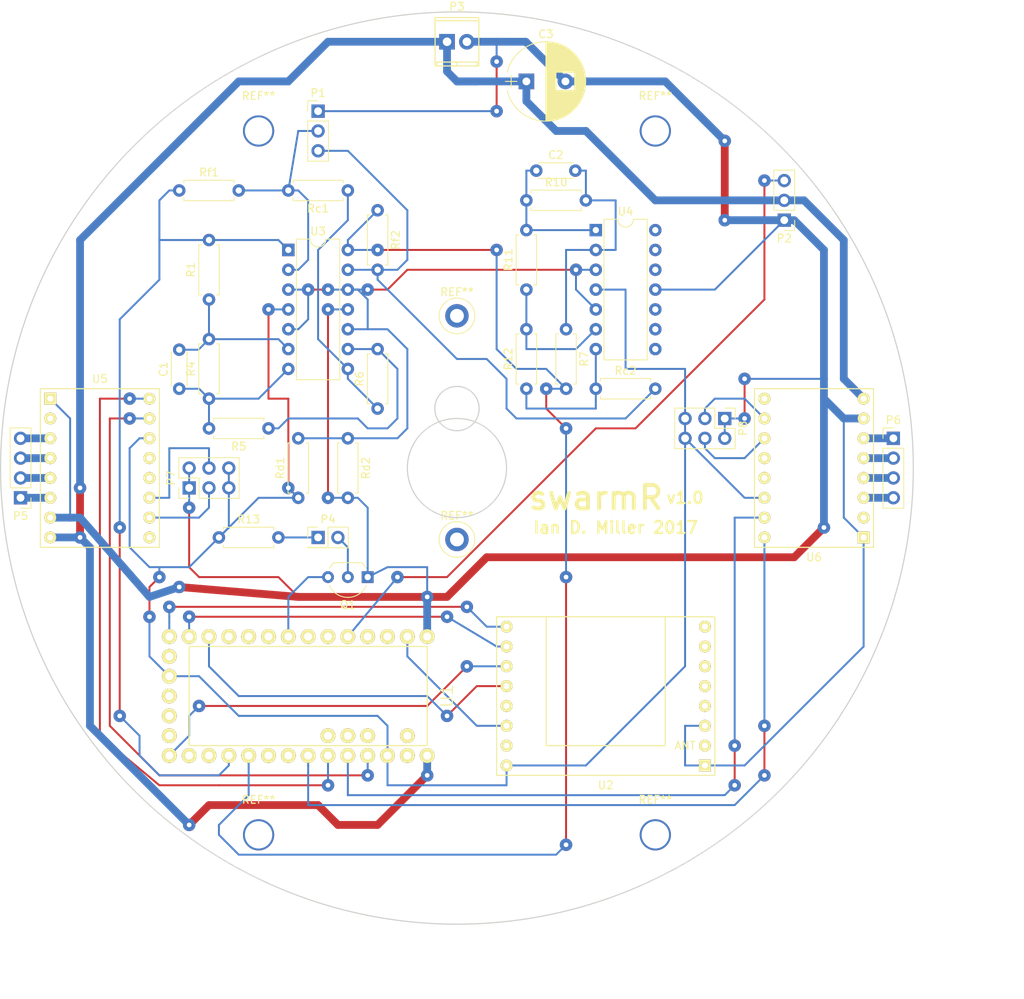
<source format=kicad_pcb>
(kicad_pcb (version 4) (host pcbnew 4.0.2-stable)

  (general
    (links 99)
    (no_connects 0)
    (area 79.921196 35.01412 215.01 165.260001)
    (thickness 1.6)
    (drawings 9)
    (tracks 392)
    (zones 0)
    (modules 39)
    (nets 78)
  )

  (page A4)
  (layers
    (0 F.Cu signal)
    (31 B.Cu signal)
    (32 B.Adhes user)
    (33 F.Adhes user)
    (34 B.Paste user)
    (35 F.Paste user)
    (36 B.SilkS user)
    (37 F.SilkS user)
    (38 B.Mask user)
    (39 F.Mask user)
    (40 Dwgs.User user)
    (41 Cmts.User user)
    (42 Eco1.User user)
    (43 Eco2.User user)
    (44 Edge.Cuts user)
    (45 Margin user)
    (46 B.CrtYd user)
    (47 F.CrtYd user)
    (48 B.Fab user)
    (49 F.Fab user)
  )

  (setup
    (last_trace_width 0.25)
    (user_trace_width 1)
    (trace_clearance 0.2)
    (zone_clearance 0.508)
    (zone_45_only no)
    (trace_min 0.2)
    (segment_width 0.2)
    (edge_width 0.15)
    (via_size 1.6)
    (via_drill 0.6)
    (via_min_size 0.4)
    (via_min_drill 0.3)
    (uvia_size 0.3)
    (uvia_drill 0.1)
    (uvias_allowed no)
    (uvia_min_size 0.2)
    (uvia_min_drill 0.1)
    (pcb_text_width 0.3)
    (pcb_text_size 1.5 1.5)
    (mod_edge_width 0.15)
    (mod_text_size 1 1)
    (mod_text_width 0.15)
    (pad_size 4 4)
    (pad_drill 3.5)
    (pad_to_mask_clearance 0.2)
    (aux_axis_origin 0 0)
    (grid_origin 138.43 95.25)
    (visible_elements 7FFFFFFF)
    (pcbplotparams
      (layerselection 0x01000_80000001)
      (usegerberextensions false)
      (excludeedgelayer true)
      (linewidth 0.100000)
      (plotframeref false)
      (viasonmask false)
      (mode 1)
      (useauxorigin false)
      (hpglpennumber 1)
      (hpglpenspeed 20)
      (hpglpendiameter 15)
      (hpglpenoverlay 2)
      (psnegative false)
      (psa4output false)
      (plotreference true)
      (plotvalue true)
      (plotinvisibletext false)
      (padsonsilk false)
      (subtractmaskfromsilk false)
      (outputformat 1)
      (mirror false)
      (drillshape 0)
      (scaleselection 1)
      (outputdirectory Gerbers/))
  )

  (net 0 "")
  (net 1 "Net-(C1-Pad1)")
  (net 2 "Net-(C1-Pad2)")
  (net 3 "Net-(C2-Pad1)")
  (net 4 "Net-(C2-Pad2)")
  (net 5 VDD)
  (net 6 GND)
  (net 7 /AnalogFilter1/Sen)
  (net 8 /AnalogFilter2/Sen)
  (net 9 /SRV)
  (net 10 "Net-(P4-Pad1)")
  (net 11 "Net-(P4-Pad2)")
  (net 12 "Net-(P5-Pad1)")
  (net 13 "Net-(P5-Pad2)")
  (net 14 "Net-(P5-Pad3)")
  (net 15 "Net-(P5-Pad4)")
  (net 16 "Net-(P6-Pad1)")
  (net 17 "Net-(P6-Pad2)")
  (net 18 "Net-(P6-Pad3)")
  (net 19 "Net-(P6-Pad4)")
  (net 20 /LED)
  (net 21 /AnalogFilter1/Out)
  (net 22 "Net-(R5-Pad1)")
  (net 23 "Net-(R6-Pad1)")
  (net 24 /AnalogFilter2/Out)
  (net 25 "Net-(R11-Pad1)")
  (net 26 "Net-(R12-Pad1)")
  (net 27 +3V3)
  (net 28 /AnalogFilter1/Vref)
  (net 29 "Net-(U1-Pad36)")
  (net 30 "Net-(U1-Pad35)")
  (net 31 "Net-(U1-Pad34)")
  (net 32 "Net-(U1-Pad33)")
  (net 33 "Net-(U1-Pad32)")
  (net 34 "Net-(U1-Pad30)")
  (net 35 "Net-(U1-Pad29)")
  (net 36 "Net-(U1-Pad28)")
  (net 37 /RadInt)
  (net 38 "Net-(U1-Pad1)")
  (net 39 "Net-(U1-Pad2)")
  (net 40 "Net-(U1-Pad4)")
  (net 41 "Net-(U1-Pad5)")
  (net 42 "Net-(U1-Pad7)")
  (net 43 "Net-(U1-Pad8)")
  (net 44 "Net-(U1-Pad9)")
  (net 45 /RadCS)
  (net 46 /MOSI)
  (net 47 /MISO)
  (net 48 /SCK)
  (net 49 "Net-(U1-Pad14)")
  (net 50 "Net-(U1-Pad15)")
  (net 51 "Net-(U1-Pad18)")
  (net 52 "Net-(U1-Pad19)")
  (net 53 /DIR2)
  (net 54 /DIR1)
  (net 55 /STEP2)
  (net 56 /STEP1)
  (net 57 "Net-(U1-Pad25)")
  (net 58 "Net-(U2-Pad5)")
  (net 59 "Net-(U2-Pad7)")
  (net 60 "Net-(U2-Pad10)")
  (net 61 "Net-(U2-Pad12)")
  (net 62 "Net-(U2-Pad13)")
  (net 63 "Net-(U2-Pad14)")
  (net 64 "Net-(U2-Pad15)")
  (net 65 "Net-(U2-Pad16)")
  (net 66 "Net-(U5-Pad1)")
  (net 67 "Net-(U5-Pad4)")
  (net 68 "Net-(U5-Pad5)")
  (net 69 "Net-(U6-Pad1)")
  (net 70 "Net-(U6-Pad4)")
  (net 71 "Net-(U6-Pad5)")
  (net 72 "Net-(U5-Pad10)")
  (net 73 "Net-(U6-Pad10)")
  (net 74 "Net-(P7-Pad3)")
  (net 75 "Net-(P7-Pad4)")
  (net 76 "Net-(P8-Pad3)")
  (net 77 "Net-(P8-Pad4)")

  (net_class Default "This is the default net class."
    (clearance 0.2)
    (trace_width 0.25)
    (via_dia 1.6)
    (via_drill 0.6)
    (uvia_dia 0.3)
    (uvia_drill 0.1)
    (add_net +3V3)
    (add_net /AnalogFilter1/Out)
    (add_net /AnalogFilter1/Sen)
    (add_net /AnalogFilter1/Vref)
    (add_net /AnalogFilter2/Out)
    (add_net /AnalogFilter2/Sen)
    (add_net /DIR1)
    (add_net /DIR2)
    (add_net /LED)
    (add_net /MISO)
    (add_net /MOSI)
    (add_net /RadCS)
    (add_net /RadInt)
    (add_net /SCK)
    (add_net /SRV)
    (add_net /STEP1)
    (add_net /STEP2)
    (add_net GND)
    (add_net "Net-(C1-Pad1)")
    (add_net "Net-(C1-Pad2)")
    (add_net "Net-(C2-Pad1)")
    (add_net "Net-(C2-Pad2)")
    (add_net "Net-(P4-Pad1)")
    (add_net "Net-(P4-Pad2)")
    (add_net "Net-(P5-Pad1)")
    (add_net "Net-(P5-Pad2)")
    (add_net "Net-(P5-Pad3)")
    (add_net "Net-(P5-Pad4)")
    (add_net "Net-(P6-Pad1)")
    (add_net "Net-(P6-Pad2)")
    (add_net "Net-(P6-Pad3)")
    (add_net "Net-(P6-Pad4)")
    (add_net "Net-(P7-Pad3)")
    (add_net "Net-(P7-Pad4)")
    (add_net "Net-(P8-Pad3)")
    (add_net "Net-(P8-Pad4)")
    (add_net "Net-(R11-Pad1)")
    (add_net "Net-(R12-Pad1)")
    (add_net "Net-(R5-Pad1)")
    (add_net "Net-(R6-Pad1)")
    (add_net "Net-(U1-Pad1)")
    (add_net "Net-(U1-Pad14)")
    (add_net "Net-(U1-Pad15)")
    (add_net "Net-(U1-Pad18)")
    (add_net "Net-(U1-Pad19)")
    (add_net "Net-(U1-Pad2)")
    (add_net "Net-(U1-Pad25)")
    (add_net "Net-(U1-Pad28)")
    (add_net "Net-(U1-Pad29)")
    (add_net "Net-(U1-Pad30)")
    (add_net "Net-(U1-Pad32)")
    (add_net "Net-(U1-Pad33)")
    (add_net "Net-(U1-Pad34)")
    (add_net "Net-(U1-Pad35)")
    (add_net "Net-(U1-Pad36)")
    (add_net "Net-(U1-Pad4)")
    (add_net "Net-(U1-Pad5)")
    (add_net "Net-(U1-Pad7)")
    (add_net "Net-(U1-Pad8)")
    (add_net "Net-(U1-Pad9)")
    (add_net "Net-(U2-Pad10)")
    (add_net "Net-(U2-Pad12)")
    (add_net "Net-(U2-Pad13)")
    (add_net "Net-(U2-Pad14)")
    (add_net "Net-(U2-Pad15)")
    (add_net "Net-(U2-Pad16)")
    (add_net "Net-(U2-Pad5)")
    (add_net "Net-(U2-Pad7)")
    (add_net "Net-(U5-Pad1)")
    (add_net "Net-(U5-Pad10)")
    (add_net "Net-(U5-Pad4)")
    (add_net "Net-(U5-Pad5)")
    (add_net "Net-(U6-Pad1)")
    (add_net "Net-(U6-Pad10)")
    (add_net "Net-(U6-Pad4)")
    (add_net "Net-(U6-Pad5)")
    (add_net VDD)
  )

  (module Mounting_Holes:MountingHole_3.5mm_Pad (layer F.Cu) (tedit 594AA380) (tstamp 594AA419)
    (at 163.83 52.07)
    (descr "Mounting Hole 3.5mm")
    (tags "mounting hole 3.5mm")
    (fp_text reference REF** (at 0 -4.5) (layer F.SilkS)
      (effects (font (size 1 1) (thickness 0.15)))
    )
    (fp_text value Mount (at 0 4.5) (layer F.Fab) hide
      (effects (font (size 1 1) (thickness 0.15)))
    )
    (fp_circle (center 0 0) (end 3.5 0) (layer Cmts.User) (width 0.15))
    (fp_circle (center 0 0) (end 3.75 0) (layer F.CrtYd) (width 0.05))
    (pad 1 thru_hole circle (at 0 0) (size 4 4) (drill 3.5) (layers *.Cu *.Mask))
  )

  (module Mounting_Holes:MountingHole_3.5mm_Pad (layer F.Cu) (tedit 594AA380) (tstamp 594AA366)
    (at 113.03 52.07)
    (descr "Mounting Hole 3.5mm")
    (tags "mounting hole 3.5mm")
    (fp_text reference REF** (at 0 -4.5) (layer F.SilkS)
      (effects (font (size 1 1) (thickness 0.15)))
    )
    (fp_text value Mount (at 0 4.5) (layer F.Fab) hide
      (effects (font (size 1 1) (thickness 0.15)))
    )
    (fp_circle (center 0 0) (end 3.5 0) (layer Cmts.User) (width 0.15))
    (fp_circle (center 0 0) (end 3.75 0) (layer F.CrtYd) (width 0.05))
    (pad 1 thru_hole circle (at 0 0) (size 4 4) (drill 3.5) (layers *.Cu *.Mask))
  )

  (module Mounting_Holes:MountingHole_3.5mm_Pad (layer F.Cu) (tedit 594AA370) (tstamp 594AA26E)
    (at 113.03 142.24)
    (descr "Mounting Hole 3.5mm")
    (tags "mounting hole 3.5mm")
    (fp_text reference REF** (at 0 -4.5) (layer F.SilkS)
      (effects (font (size 1 1) (thickness 0.15)))
    )
    (fp_text value Mount (at 0 4.5) (layer F.Fab) hide
      (effects (font (size 1 1) (thickness 0.15)))
    )
    (fp_circle (center 0 0) (end 3.5 0) (layer Cmts.User) (width 0.15))
    (fp_circle (center 0 0) (end 3.75 0) (layer F.CrtYd) (width 0.05))
    (pad 1 thru_hole circle (at 0 0) (size 4 4) (drill 3.5) (layers *.Cu *.Mask))
  )

  (module Connect:1pin (layer F.Cu) (tedit 594A9D23) (tstamp 5942AEF0)
    (at 138.43 75.75)
    (descr "module 1 pin (ou trou mecanique de percage)")
    (tags DEV)
    (fp_text reference REF** (at 0 -3.048) (layer F.SilkS)
      (effects (font (size 1 1) (thickness 0.15)))
    )
    (fp_text value 1pin (at 0 3) (layer F.Fab)
      (effects (font (size 1 1) (thickness 0.15)))
    )
    (fp_circle (center 0 0) (end 2 0.8) (layer F.Fab) (width 0.1))
    (fp_circle (center 0 0) (end 2.6 0) (layer F.CrtYd) (width 0.05))
    (fp_circle (center 0 0) (end 0 -2.286) (layer F.SilkS) (width 0.12))
    (pad 1 thru_hole circle (at 0 0) (size 3 3) (drill 1.778) (layers *.Cu *.Mask))
  )

  (module Connect:1pin (layer F.Cu) (tedit 594A9CD4) (tstamp 5942AEFC)
    (at 138.43 104.4)
    (descr "module 1 pin (ou trou mecanique de percage)")
    (tags DEV)
    (fp_text reference REF** (at 0 -3.048) (layer F.SilkS)
      (effects (font (size 1 1) (thickness 0.15)))
    )
    (fp_text value 1pin (at 0 3) (layer F.Fab)
      (effects (font (size 1 1) (thickness 0.15)))
    )
    (fp_circle (center 0 0) (end 2 0.8) (layer F.Fab) (width 0.1))
    (fp_circle (center 0 0) (end 2.6 0) (layer F.CrtYd) (width 0.05))
    (fp_circle (center 0 0) (end 0 -2.286) (layer F.SilkS) (width 0.12))
    (pad 1 thru_hole circle (at 0 0) (size 3 3) (drill 1.778) (layers *.Cu *.Mask))
  )

  (module Capacitors_ThroughHole:C_Disc_D4.3mm_W1.9mm_P5.00mm (layer F.Cu) (tedit 5920C254) (tstamp 5942A4E1)
    (at 102.87 85.09 90)
    (descr "C, Disc series, Radial, pin pitch=5.00mm, , diameter*width=4.3*1.9mm^2, Capacitor, http://www.vishay.com/docs/45233/krseries.pdf")
    (tags "C Disc series Radial pin pitch 5.00mm  diameter 4.3mm width 1.9mm Capacitor")
    (path /5941B2B4/5941D686)
    (fp_text reference C1 (at 2.5 -2.01 90) (layer F.SilkS)
      (effects (font (size 1 1) (thickness 0.15)))
    )
    (fp_text value 0.47uF (at 2.5 2.01 90) (layer F.Fab)
      (effects (font (size 1 1) (thickness 0.15)))
    )
    (fp_text user %R (at 2.5 0 90) (layer F.Fab)
      (effects (font (size 1 1) (thickness 0.15)))
    )
    (fp_line (start 0.35 -0.95) (end 0.35 0.95) (layer F.Fab) (width 0.1))
    (fp_line (start 0.35 0.95) (end 4.65 0.95) (layer F.Fab) (width 0.1))
    (fp_line (start 4.65 0.95) (end 4.65 -0.95) (layer F.Fab) (width 0.1))
    (fp_line (start 4.65 -0.95) (end 0.35 -0.95) (layer F.Fab) (width 0.1))
    (fp_line (start 0.29 -1.01) (end 4.71 -1.01) (layer F.SilkS) (width 0.12))
    (fp_line (start 0.29 1.01) (end 4.71 1.01) (layer F.SilkS) (width 0.12))
    (fp_line (start 0.29 -1.01) (end 0.29 -0.996) (layer F.SilkS) (width 0.12))
    (fp_line (start 0.29 0.996) (end 0.29 1.01) (layer F.SilkS) (width 0.12))
    (fp_line (start 4.71 -1.01) (end 4.71 -0.996) (layer F.SilkS) (width 0.12))
    (fp_line (start 4.71 0.996) (end 4.71 1.01) (layer F.SilkS) (width 0.12))
    (fp_line (start -1.05 -1.3) (end -1.05 1.3) (layer F.CrtYd) (width 0.05))
    (fp_line (start -1.05 1.3) (end 6.05 1.3) (layer F.CrtYd) (width 0.05))
    (fp_line (start 6.05 1.3) (end 6.05 -1.3) (layer F.CrtYd) (width 0.05))
    (fp_line (start 6.05 -1.3) (end -1.05 -1.3) (layer F.CrtYd) (width 0.05))
    (pad 1 thru_hole circle (at 0 0 90) (size 1.6 1.6) (drill 0.8) (layers *.Cu *.Mask)
      (net 1 "Net-(C1-Pad1)"))
    (pad 2 thru_hole circle (at 5 0 90) (size 1.6 1.6) (drill 0.8) (layers *.Cu *.Mask)
      (net 2 "Net-(C1-Pad2)"))
    (model ${KISYS3DMOD}/Capacitors_THT.3dshapes/C_Disc_D4.3mm_W1.9mm_P5.00mm.wrl
      (at (xyz 0 0 0))
      (scale (xyz 0.393701 0.393701 0.393701))
      (rotate (xyz 0 0 0))
    )
  )

  (module Capacitors_ThroughHole:C_Disc_D4.3mm_W1.9mm_P5.00mm (layer F.Cu) (tedit 5920C254) (tstamp 5942A4E7)
    (at 148.59 57.15)
    (descr "C, Disc series, Radial, pin pitch=5.00mm, , diameter*width=4.3*1.9mm^2, Capacitor, http://www.vishay.com/docs/45233/krseries.pdf")
    (tags "C Disc series Radial pin pitch 5.00mm  diameter 4.3mm width 1.9mm Capacitor")
    (path /5941F948/5941D686)
    (fp_text reference C2 (at 2.5 -2.01) (layer F.SilkS)
      (effects (font (size 1 1) (thickness 0.15)))
    )
    (fp_text value 0.47uF (at 2.5 2.01) (layer F.Fab)
      (effects (font (size 1 1) (thickness 0.15)))
    )
    (fp_text user %R (at 2.5 0) (layer F.Fab)
      (effects (font (size 1 1) (thickness 0.15)))
    )
    (fp_line (start 0.35 -0.95) (end 0.35 0.95) (layer F.Fab) (width 0.1))
    (fp_line (start 0.35 0.95) (end 4.65 0.95) (layer F.Fab) (width 0.1))
    (fp_line (start 4.65 0.95) (end 4.65 -0.95) (layer F.Fab) (width 0.1))
    (fp_line (start 4.65 -0.95) (end 0.35 -0.95) (layer F.Fab) (width 0.1))
    (fp_line (start 0.29 -1.01) (end 4.71 -1.01) (layer F.SilkS) (width 0.12))
    (fp_line (start 0.29 1.01) (end 4.71 1.01) (layer F.SilkS) (width 0.12))
    (fp_line (start 0.29 -1.01) (end 0.29 -0.996) (layer F.SilkS) (width 0.12))
    (fp_line (start 0.29 0.996) (end 0.29 1.01) (layer F.SilkS) (width 0.12))
    (fp_line (start 4.71 -1.01) (end 4.71 -0.996) (layer F.SilkS) (width 0.12))
    (fp_line (start 4.71 0.996) (end 4.71 1.01) (layer F.SilkS) (width 0.12))
    (fp_line (start -1.05 -1.3) (end -1.05 1.3) (layer F.CrtYd) (width 0.05))
    (fp_line (start -1.05 1.3) (end 6.05 1.3) (layer F.CrtYd) (width 0.05))
    (fp_line (start 6.05 1.3) (end 6.05 -1.3) (layer F.CrtYd) (width 0.05))
    (fp_line (start 6.05 -1.3) (end -1.05 -1.3) (layer F.CrtYd) (width 0.05))
    (pad 1 thru_hole circle (at 0 0) (size 1.6 1.6) (drill 0.8) (layers *.Cu *.Mask)
      (net 3 "Net-(C2-Pad1)"))
    (pad 2 thru_hole circle (at 5 0) (size 1.6 1.6) (drill 0.8) (layers *.Cu *.Mask)
      (net 4 "Net-(C2-Pad2)"))
    (model ${KISYS3DMOD}/Capacitors_THT.3dshapes/C_Disc_D4.3mm_W1.9mm_P5.00mm.wrl
      (at (xyz 0 0 0))
      (scale (xyz 0.393701 0.393701 0.393701))
      (rotate (xyz 0 0 0))
    )
  )

  (module Capacitors_ThroughHole:CP_Radial_D10.0mm_P5.00mm (layer F.Cu) (tedit 5920C255) (tstamp 5942A4ED)
    (at 147.32 45.72)
    (descr "CP, Radial series, Radial, pin pitch=5.00mm, , diameter=10mm, Electrolytic Capacitor")
    (tags "CP Radial series Radial pin pitch 5.00mm  diameter 10mm Electrolytic Capacitor")
    (path /5943377D)
    (fp_text reference C3 (at 2.5 -6.06) (layer F.SilkS)
      (effects (font (size 1 1) (thickness 0.15)))
    )
    (fp_text value 470uF (at 2.5 6.06) (layer F.Fab)
      (effects (font (size 1 1) (thickness 0.15)))
    )
    (fp_text user %R (at 2.4 0) (layer F.Fab)
      (effects (font (size 1 1) (thickness 0.15)))
    )
    (fp_line (start -2.7 0) (end -1.2 0) (layer F.Fab) (width 0.1))
    (fp_line (start -1.95 -0.75) (end -1.95 0.75) (layer F.Fab) (width 0.1))
    (fp_line (start 2.5 -5.05) (end 2.5 5.05) (layer F.SilkS) (width 0.12))
    (fp_line (start 2.54 -5.05) (end 2.54 5.05) (layer F.SilkS) (width 0.12))
    (fp_line (start 2.58 -5.05) (end 2.58 5.05) (layer F.SilkS) (width 0.12))
    (fp_line (start 2.62 -5.049) (end 2.62 5.049) (layer F.SilkS) (width 0.12))
    (fp_line (start 2.66 -5.048) (end 2.66 5.048) (layer F.SilkS) (width 0.12))
    (fp_line (start 2.7 -5.047) (end 2.7 5.047) (layer F.SilkS) (width 0.12))
    (fp_line (start 2.74 -5.045) (end 2.74 5.045) (layer F.SilkS) (width 0.12))
    (fp_line (start 2.78 -5.043) (end 2.78 5.043) (layer F.SilkS) (width 0.12))
    (fp_line (start 2.82 -5.04) (end 2.82 5.04) (layer F.SilkS) (width 0.12))
    (fp_line (start 2.86 -5.038) (end 2.86 5.038) (layer F.SilkS) (width 0.12))
    (fp_line (start 2.9 -5.035) (end 2.9 5.035) (layer F.SilkS) (width 0.12))
    (fp_line (start 2.94 -5.031) (end 2.94 5.031) (layer F.SilkS) (width 0.12))
    (fp_line (start 2.98 -5.028) (end 2.98 5.028) (layer F.SilkS) (width 0.12))
    (fp_line (start 3.02 -5.024) (end 3.02 5.024) (layer F.SilkS) (width 0.12))
    (fp_line (start 3.06 -5.02) (end 3.06 5.02) (layer F.SilkS) (width 0.12))
    (fp_line (start 3.1 -5.015) (end 3.1 5.015) (layer F.SilkS) (width 0.12))
    (fp_line (start 3.14 -5.01) (end 3.14 5.01) (layer F.SilkS) (width 0.12))
    (fp_line (start 3.18 -5.005) (end 3.18 5.005) (layer F.SilkS) (width 0.12))
    (fp_line (start 3.221 -4.999) (end 3.221 4.999) (layer F.SilkS) (width 0.12))
    (fp_line (start 3.261 -4.993) (end 3.261 4.993) (layer F.SilkS) (width 0.12))
    (fp_line (start 3.301 -4.987) (end 3.301 4.987) (layer F.SilkS) (width 0.12))
    (fp_line (start 3.341 -4.981) (end 3.341 4.981) (layer F.SilkS) (width 0.12))
    (fp_line (start 3.381 -4.974) (end 3.381 4.974) (layer F.SilkS) (width 0.12))
    (fp_line (start 3.421 -4.967) (end 3.421 4.967) (layer F.SilkS) (width 0.12))
    (fp_line (start 3.461 -4.959) (end 3.461 4.959) (layer F.SilkS) (width 0.12))
    (fp_line (start 3.501 -4.951) (end 3.501 4.951) (layer F.SilkS) (width 0.12))
    (fp_line (start 3.541 -4.943) (end 3.541 4.943) (layer F.SilkS) (width 0.12))
    (fp_line (start 3.581 -4.935) (end 3.581 4.935) (layer F.SilkS) (width 0.12))
    (fp_line (start 3.621 -4.926) (end 3.621 4.926) (layer F.SilkS) (width 0.12))
    (fp_line (start 3.661 -4.917) (end 3.661 4.917) (layer F.SilkS) (width 0.12))
    (fp_line (start 3.701 -4.907) (end 3.701 4.907) (layer F.SilkS) (width 0.12))
    (fp_line (start 3.741 -4.897) (end 3.741 4.897) (layer F.SilkS) (width 0.12))
    (fp_line (start 3.781 -4.887) (end 3.781 4.887) (layer F.SilkS) (width 0.12))
    (fp_line (start 3.821 -4.876) (end 3.821 -1.181) (layer F.SilkS) (width 0.12))
    (fp_line (start 3.821 1.181) (end 3.821 4.876) (layer F.SilkS) (width 0.12))
    (fp_line (start 3.861 -4.865) (end 3.861 -1.181) (layer F.SilkS) (width 0.12))
    (fp_line (start 3.861 1.181) (end 3.861 4.865) (layer F.SilkS) (width 0.12))
    (fp_line (start 3.901 -4.854) (end 3.901 -1.181) (layer F.SilkS) (width 0.12))
    (fp_line (start 3.901 1.181) (end 3.901 4.854) (layer F.SilkS) (width 0.12))
    (fp_line (start 3.941 -4.843) (end 3.941 -1.181) (layer F.SilkS) (width 0.12))
    (fp_line (start 3.941 1.181) (end 3.941 4.843) (layer F.SilkS) (width 0.12))
    (fp_line (start 3.981 -4.831) (end 3.981 -1.181) (layer F.SilkS) (width 0.12))
    (fp_line (start 3.981 1.181) (end 3.981 4.831) (layer F.SilkS) (width 0.12))
    (fp_line (start 4.021 -4.818) (end 4.021 -1.181) (layer F.SilkS) (width 0.12))
    (fp_line (start 4.021 1.181) (end 4.021 4.818) (layer F.SilkS) (width 0.12))
    (fp_line (start 4.061 -4.806) (end 4.061 -1.181) (layer F.SilkS) (width 0.12))
    (fp_line (start 4.061 1.181) (end 4.061 4.806) (layer F.SilkS) (width 0.12))
    (fp_line (start 4.101 -4.792) (end 4.101 -1.181) (layer F.SilkS) (width 0.12))
    (fp_line (start 4.101 1.181) (end 4.101 4.792) (layer F.SilkS) (width 0.12))
    (fp_line (start 4.141 -4.779) (end 4.141 -1.181) (layer F.SilkS) (width 0.12))
    (fp_line (start 4.141 1.181) (end 4.141 4.779) (layer F.SilkS) (width 0.12))
    (fp_line (start 4.181 -4.765) (end 4.181 -1.181) (layer F.SilkS) (width 0.12))
    (fp_line (start 4.181 1.181) (end 4.181 4.765) (layer F.SilkS) (width 0.12))
    (fp_line (start 4.221 -4.751) (end 4.221 -1.181) (layer F.SilkS) (width 0.12))
    (fp_line (start 4.221 1.181) (end 4.221 4.751) (layer F.SilkS) (width 0.12))
    (fp_line (start 4.261 -4.737) (end 4.261 -1.181) (layer F.SilkS) (width 0.12))
    (fp_line (start 4.261 1.181) (end 4.261 4.737) (layer F.SilkS) (width 0.12))
    (fp_line (start 4.301 -4.722) (end 4.301 -1.181) (layer F.SilkS) (width 0.12))
    (fp_line (start 4.301 1.181) (end 4.301 4.722) (layer F.SilkS) (width 0.12))
    (fp_line (start 4.341 -4.706) (end 4.341 -1.181) (layer F.SilkS) (width 0.12))
    (fp_line (start 4.341 1.181) (end 4.341 4.706) (layer F.SilkS) (width 0.12))
    (fp_line (start 4.381 -4.691) (end 4.381 -1.181) (layer F.SilkS) (width 0.12))
    (fp_line (start 4.381 1.181) (end 4.381 4.691) (layer F.SilkS) (width 0.12))
    (fp_line (start 4.421 -4.674) (end 4.421 -1.181) (layer F.SilkS) (width 0.12))
    (fp_line (start 4.421 1.181) (end 4.421 4.674) (layer F.SilkS) (width 0.12))
    (fp_line (start 4.461 -4.658) (end 4.461 -1.181) (layer F.SilkS) (width 0.12))
    (fp_line (start 4.461 1.181) (end 4.461 4.658) (layer F.SilkS) (width 0.12))
    (fp_line (start 4.501 -4.641) (end 4.501 -1.181) (layer F.SilkS) (width 0.12))
    (fp_line (start 4.501 1.181) (end 4.501 4.641) (layer F.SilkS) (width 0.12))
    (fp_line (start 4.541 -4.624) (end 4.541 -1.181) (layer F.SilkS) (width 0.12))
    (fp_line (start 4.541 1.181) (end 4.541 4.624) (layer F.SilkS) (width 0.12))
    (fp_line (start 4.581 -4.606) (end 4.581 -1.181) (layer F.SilkS) (width 0.12))
    (fp_line (start 4.581 1.181) (end 4.581 4.606) (layer F.SilkS) (width 0.12))
    (fp_line (start 4.621 -4.588) (end 4.621 -1.181) (layer F.SilkS) (width 0.12))
    (fp_line (start 4.621 1.181) (end 4.621 4.588) (layer F.SilkS) (width 0.12))
    (fp_line (start 4.661 -4.569) (end 4.661 -1.181) (layer F.SilkS) (width 0.12))
    (fp_line (start 4.661 1.181) (end 4.661 4.569) (layer F.SilkS) (width 0.12))
    (fp_line (start 4.701 -4.55) (end 4.701 -1.181) (layer F.SilkS) (width 0.12))
    (fp_line (start 4.701 1.181) (end 4.701 4.55) (layer F.SilkS) (width 0.12))
    (fp_line (start 4.741 -4.531) (end 4.741 -1.181) (layer F.SilkS) (width 0.12))
    (fp_line (start 4.741 1.181) (end 4.741 4.531) (layer F.SilkS) (width 0.12))
    (fp_line (start 4.781 -4.511) (end 4.781 -1.181) (layer F.SilkS) (width 0.12))
    (fp_line (start 4.781 1.181) (end 4.781 4.511) (layer F.SilkS) (width 0.12))
    (fp_line (start 4.821 -4.491) (end 4.821 -1.181) (layer F.SilkS) (width 0.12))
    (fp_line (start 4.821 1.181) (end 4.821 4.491) (layer F.SilkS) (width 0.12))
    (fp_line (start 4.861 -4.47) (end 4.861 -1.181) (layer F.SilkS) (width 0.12))
    (fp_line (start 4.861 1.181) (end 4.861 4.47) (layer F.SilkS) (width 0.12))
    (fp_line (start 4.901 -4.449) (end 4.901 -1.181) (layer F.SilkS) (width 0.12))
    (fp_line (start 4.901 1.181) (end 4.901 4.449) (layer F.SilkS) (width 0.12))
    (fp_line (start 4.941 -4.428) (end 4.941 -1.181) (layer F.SilkS) (width 0.12))
    (fp_line (start 4.941 1.181) (end 4.941 4.428) (layer F.SilkS) (width 0.12))
    (fp_line (start 4.981 -4.405) (end 4.981 -1.181) (layer F.SilkS) (width 0.12))
    (fp_line (start 4.981 1.181) (end 4.981 4.405) (layer F.SilkS) (width 0.12))
    (fp_line (start 5.021 -4.383) (end 5.021 -1.181) (layer F.SilkS) (width 0.12))
    (fp_line (start 5.021 1.181) (end 5.021 4.383) (layer F.SilkS) (width 0.12))
    (fp_line (start 5.061 -4.36) (end 5.061 -1.181) (layer F.SilkS) (width 0.12))
    (fp_line (start 5.061 1.181) (end 5.061 4.36) (layer F.SilkS) (width 0.12))
    (fp_line (start 5.101 -4.336) (end 5.101 -1.181) (layer F.SilkS) (width 0.12))
    (fp_line (start 5.101 1.181) (end 5.101 4.336) (layer F.SilkS) (width 0.12))
    (fp_line (start 5.141 -4.312) (end 5.141 -1.181) (layer F.SilkS) (width 0.12))
    (fp_line (start 5.141 1.181) (end 5.141 4.312) (layer F.SilkS) (width 0.12))
    (fp_line (start 5.181 -4.288) (end 5.181 -1.181) (layer F.SilkS) (width 0.12))
    (fp_line (start 5.181 1.181) (end 5.181 4.288) (layer F.SilkS) (width 0.12))
    (fp_line (start 5.221 -4.263) (end 5.221 -1.181) (layer F.SilkS) (width 0.12))
    (fp_line (start 5.221 1.181) (end 5.221 4.263) (layer F.SilkS) (width 0.12))
    (fp_line (start 5.261 -4.237) (end 5.261 -1.181) (layer F.SilkS) (width 0.12))
    (fp_line (start 5.261 1.181) (end 5.261 4.237) (layer F.SilkS) (width 0.12))
    (fp_line (start 5.301 -4.211) (end 5.301 -1.181) (layer F.SilkS) (width 0.12))
    (fp_line (start 5.301 1.181) (end 5.301 4.211) (layer F.SilkS) (width 0.12))
    (fp_line (start 5.341 -4.185) (end 5.341 -1.181) (layer F.SilkS) (width 0.12))
    (fp_line (start 5.341 1.181) (end 5.341 4.185) (layer F.SilkS) (width 0.12))
    (fp_line (start 5.381 -4.157) (end 5.381 -1.181) (layer F.SilkS) (width 0.12))
    (fp_line (start 5.381 1.181) (end 5.381 4.157) (layer F.SilkS) (width 0.12))
    (fp_line (start 5.421 -4.13) (end 5.421 -1.181) (layer F.SilkS) (width 0.12))
    (fp_line (start 5.421 1.181) (end 5.421 4.13) (layer F.SilkS) (width 0.12))
    (fp_line (start 5.461 -4.101) (end 5.461 -1.181) (layer F.SilkS) (width 0.12))
    (fp_line (start 5.461 1.181) (end 5.461 4.101) (layer F.SilkS) (width 0.12))
    (fp_line (start 5.501 -4.072) (end 5.501 -1.181) (layer F.SilkS) (width 0.12))
    (fp_line (start 5.501 1.181) (end 5.501 4.072) (layer F.SilkS) (width 0.12))
    (fp_line (start 5.541 -4.043) (end 5.541 -1.181) (layer F.SilkS) (width 0.12))
    (fp_line (start 5.541 1.181) (end 5.541 4.043) (layer F.SilkS) (width 0.12))
    (fp_line (start 5.581 -4.013) (end 5.581 -1.181) (layer F.SilkS) (width 0.12))
    (fp_line (start 5.581 1.181) (end 5.581 4.013) (layer F.SilkS) (width 0.12))
    (fp_line (start 5.621 -3.982) (end 5.621 -1.181) (layer F.SilkS) (width 0.12))
    (fp_line (start 5.621 1.181) (end 5.621 3.982) (layer F.SilkS) (width 0.12))
    (fp_line (start 5.661 -3.951) (end 5.661 -1.181) (layer F.SilkS) (width 0.12))
    (fp_line (start 5.661 1.181) (end 5.661 3.951) (layer F.SilkS) (width 0.12))
    (fp_line (start 5.701 -3.919) (end 5.701 -1.181) (layer F.SilkS) (width 0.12))
    (fp_line (start 5.701 1.181) (end 5.701 3.919) (layer F.SilkS) (width 0.12))
    (fp_line (start 5.741 -3.886) (end 5.741 -1.181) (layer F.SilkS) (width 0.12))
    (fp_line (start 5.741 1.181) (end 5.741 3.886) (layer F.SilkS) (width 0.12))
    (fp_line (start 5.781 -3.853) (end 5.781 -1.181) (layer F.SilkS) (width 0.12))
    (fp_line (start 5.781 1.181) (end 5.781 3.853) (layer F.SilkS) (width 0.12))
    (fp_line (start 5.821 -3.819) (end 5.821 -1.181) (layer F.SilkS) (width 0.12))
    (fp_line (start 5.821 1.181) (end 5.821 3.819) (layer F.SilkS) (width 0.12))
    (fp_line (start 5.861 -3.784) (end 5.861 -1.181) (layer F.SilkS) (width 0.12))
    (fp_line (start 5.861 1.181) (end 5.861 3.784) (layer F.SilkS) (width 0.12))
    (fp_line (start 5.901 -3.748) (end 5.901 -1.181) (layer F.SilkS) (width 0.12))
    (fp_line (start 5.901 1.181) (end 5.901 3.748) (layer F.SilkS) (width 0.12))
    (fp_line (start 5.941 -3.712) (end 5.941 -1.181) (layer F.SilkS) (width 0.12))
    (fp_line (start 5.941 1.181) (end 5.941 3.712) (layer F.SilkS) (width 0.12))
    (fp_line (start 5.981 -3.675) (end 5.981 -1.181) (layer F.SilkS) (width 0.12))
    (fp_line (start 5.981 1.181) (end 5.981 3.675) (layer F.SilkS) (width 0.12))
    (fp_line (start 6.021 -3.637) (end 6.021 -1.181) (layer F.SilkS) (width 0.12))
    (fp_line (start 6.021 1.181) (end 6.021 3.637) (layer F.SilkS) (width 0.12))
    (fp_line (start 6.061 -3.598) (end 6.061 -1.181) (layer F.SilkS) (width 0.12))
    (fp_line (start 6.061 1.181) (end 6.061 3.598) (layer F.SilkS) (width 0.12))
    (fp_line (start 6.101 -3.559) (end 6.101 -1.181) (layer F.SilkS) (width 0.12))
    (fp_line (start 6.101 1.181) (end 6.101 3.559) (layer F.SilkS) (width 0.12))
    (fp_line (start 6.141 -3.518) (end 6.141 -1.181) (layer F.SilkS) (width 0.12))
    (fp_line (start 6.141 1.181) (end 6.141 3.518) (layer F.SilkS) (width 0.12))
    (fp_line (start 6.181 -3.477) (end 6.181 3.477) (layer F.SilkS) (width 0.12))
    (fp_line (start 6.221 -3.435) (end 6.221 3.435) (layer F.SilkS) (width 0.12))
    (fp_line (start 6.261 -3.391) (end 6.261 3.391) (layer F.SilkS) (width 0.12))
    (fp_line (start 6.301 -3.347) (end 6.301 3.347) (layer F.SilkS) (width 0.12))
    (fp_line (start 6.341 -3.302) (end 6.341 3.302) (layer F.SilkS) (width 0.12))
    (fp_line (start 6.381 -3.255) (end 6.381 3.255) (layer F.SilkS) (width 0.12))
    (fp_line (start 6.421 -3.207) (end 6.421 3.207) (layer F.SilkS) (width 0.12))
    (fp_line (start 6.461 -3.158) (end 6.461 3.158) (layer F.SilkS) (width 0.12))
    (fp_line (start 6.501 -3.108) (end 6.501 3.108) (layer F.SilkS) (width 0.12))
    (fp_line (start 6.541 -3.057) (end 6.541 3.057) (layer F.SilkS) (width 0.12))
    (fp_line (start 6.581 -3.004) (end 6.581 3.004) (layer F.SilkS) (width 0.12))
    (fp_line (start 6.621 -2.949) (end 6.621 2.949) (layer F.SilkS) (width 0.12))
    (fp_line (start 6.661 -2.894) (end 6.661 2.894) (layer F.SilkS) (width 0.12))
    (fp_line (start 6.701 -2.836) (end 6.701 2.836) (layer F.SilkS) (width 0.12))
    (fp_line (start 6.741 -2.777) (end 6.741 2.777) (layer F.SilkS) (width 0.12))
    (fp_line (start 6.781 -2.715) (end 6.781 2.715) (layer F.SilkS) (width 0.12))
    (fp_line (start 6.821 -2.652) (end 6.821 2.652) (layer F.SilkS) (width 0.12))
    (fp_line (start 6.861 -2.587) (end 6.861 2.587) (layer F.SilkS) (width 0.12))
    (fp_line (start 6.901 -2.519) (end 6.901 2.519) (layer F.SilkS) (width 0.12))
    (fp_line (start 6.941 -2.449) (end 6.941 2.449) (layer F.SilkS) (width 0.12))
    (fp_line (start 6.981 -2.377) (end 6.981 2.377) (layer F.SilkS) (width 0.12))
    (fp_line (start 7.021 -2.301) (end 7.021 2.301) (layer F.SilkS) (width 0.12))
    (fp_line (start 7.061 -2.222) (end 7.061 2.222) (layer F.SilkS) (width 0.12))
    (fp_line (start 7.101 -2.14) (end 7.101 2.14) (layer F.SilkS) (width 0.12))
    (fp_line (start 7.141 -2.053) (end 7.141 2.053) (layer F.SilkS) (width 0.12))
    (fp_line (start 7.181 -1.962) (end 7.181 1.962) (layer F.SilkS) (width 0.12))
    (fp_line (start 7.221 -1.866) (end 7.221 1.866) (layer F.SilkS) (width 0.12))
    (fp_line (start 7.261 -1.763) (end 7.261 1.763) (layer F.SilkS) (width 0.12))
    (fp_line (start 7.301 -1.654) (end 7.301 1.654) (layer F.SilkS) (width 0.12))
    (fp_line (start 7.341 -1.536) (end 7.341 1.536) (layer F.SilkS) (width 0.12))
    (fp_line (start 7.381 -1.407) (end 7.381 1.407) (layer F.SilkS) (width 0.12))
    (fp_line (start 7.421 -1.265) (end 7.421 1.265) (layer F.SilkS) (width 0.12))
    (fp_line (start 7.461 -1.104) (end 7.461 1.104) (layer F.SilkS) (width 0.12))
    (fp_line (start 7.501 -0.913) (end 7.501 0.913) (layer F.SilkS) (width 0.12))
    (fp_line (start 7.541 -0.672) (end 7.541 0.672) (layer F.SilkS) (width 0.12))
    (fp_line (start 7.581 -0.279) (end 7.581 0.279) (layer F.SilkS) (width 0.12))
    (fp_line (start -2.7 0) (end -1.2 0) (layer F.SilkS) (width 0.12))
    (fp_line (start -1.95 -0.75) (end -1.95 0.75) (layer F.SilkS) (width 0.12))
    (fp_line (start -2.85 -5.35) (end -2.85 5.35) (layer F.CrtYd) (width 0.05))
    (fp_line (start -2.85 5.35) (end 7.85 5.35) (layer F.CrtYd) (width 0.05))
    (fp_line (start 7.85 5.35) (end 7.85 -5.35) (layer F.CrtYd) (width 0.05))
    (fp_line (start 7.85 -5.35) (end -2.85 -5.35) (layer F.CrtYd) (width 0.05))
    (fp_circle (center 2.5 0) (end 7.5 0) (layer F.Fab) (width 0.1))
    (fp_arc (start 2.5 0) (end -2.451333 -1.18) (angle 153.2) (layer F.SilkS) (width 0.12))
    (fp_arc (start 2.5 0) (end -2.451333 1.18) (angle -153.2) (layer F.SilkS) (width 0.12))
    (fp_arc (start 2.5 0) (end 7.451333 -1.18) (angle 26.8) (layer F.SilkS) (width 0.12))
    (pad 1 thru_hole rect (at 0 0) (size 2 2) (drill 1) (layers *.Cu *.Mask)
      (net 5 VDD))
    (pad 2 thru_hole circle (at 5 0) (size 2 2) (drill 1) (layers *.Cu *.Mask)
      (net 6 GND))
    (model ${KISYS3DMOD}/Capacitors_THT.3dshapes/CP_Radial_D10.0mm_P5.00mm.wrl
      (at (xyz 0 0 0))
      (scale (xyz 1 1 1))
      (rotate (xyz 0 0 0))
    )
  )

  (module Pin_Headers:Pin_Header_Straight_1x03_Pitch2.54mm (layer F.Cu) (tedit 58CD4EC1) (tstamp 5942A4F4)
    (at 120.65 49.53)
    (descr "Through hole straight pin header, 1x03, 2.54mm pitch, single row")
    (tags "Through hole pin header THT 1x03 2.54mm single row")
    (path /594185AC)
    (fp_text reference P1 (at 0 -2.33) (layer F.SilkS)
      (effects (font (size 1 1) (thickness 0.15)))
    )
    (fp_text value SEN (at 0 7.41) (layer F.Fab)
      (effects (font (size 1 1) (thickness 0.15)))
    )
    (fp_line (start -1.27 -1.27) (end -1.27 6.35) (layer F.Fab) (width 0.1))
    (fp_line (start -1.27 6.35) (end 1.27 6.35) (layer F.Fab) (width 0.1))
    (fp_line (start 1.27 6.35) (end 1.27 -1.27) (layer F.Fab) (width 0.1))
    (fp_line (start 1.27 -1.27) (end -1.27 -1.27) (layer F.Fab) (width 0.1))
    (fp_line (start -1.33 1.27) (end -1.33 6.41) (layer F.SilkS) (width 0.12))
    (fp_line (start -1.33 6.41) (end 1.33 6.41) (layer F.SilkS) (width 0.12))
    (fp_line (start 1.33 6.41) (end 1.33 1.27) (layer F.SilkS) (width 0.12))
    (fp_line (start 1.33 1.27) (end -1.33 1.27) (layer F.SilkS) (width 0.12))
    (fp_line (start -1.33 0) (end -1.33 -1.33) (layer F.SilkS) (width 0.12))
    (fp_line (start -1.33 -1.33) (end 0 -1.33) (layer F.SilkS) (width 0.12))
    (fp_line (start -1.8 -1.8) (end -1.8 6.85) (layer F.CrtYd) (width 0.05))
    (fp_line (start -1.8 6.85) (end 1.8 6.85) (layer F.CrtYd) (width 0.05))
    (fp_line (start 1.8 6.85) (end 1.8 -1.8) (layer F.CrtYd) (width 0.05))
    (fp_line (start 1.8 -1.8) (end -1.8 -1.8) (layer F.CrtYd) (width 0.05))
    (fp_text user %R (at 0 -2.33) (layer F.Fab)
      (effects (font (size 1 1) (thickness 0.15)))
    )
    (pad 1 thru_hole rect (at 0 0) (size 1.7 1.7) (drill 1) (layers *.Cu *.Mask)
      (net 6 GND))
    (pad 2 thru_hole oval (at 0 2.54) (size 1.7 1.7) (drill 1) (layers *.Cu *.Mask)
      (net 7 /AnalogFilter1/Sen))
    (pad 3 thru_hole oval (at 0 5.08) (size 1.7 1.7) (drill 1) (layers *.Cu *.Mask)
      (net 8 /AnalogFilter2/Sen))
    (model ${KISYS3DMOD}/Pin_Headers.3dshapes/Pin_Header_Straight_1x03_Pitch2.54mm.wrl
      (at (xyz 0 -0.1 0))
      (scale (xyz 1 1 1))
      (rotate (xyz 0 0 90))
    )
  )

  (module Pin_Headers:Pin_Header_Straight_1x03_Pitch2.54mm (layer F.Cu) (tedit 58CD4EC1) (tstamp 5942A4FB)
    (at 180.34 63.5 180)
    (descr "Through hole straight pin header, 1x03, 2.54mm pitch, single row")
    (tags "Through hole pin header THT 1x03 2.54mm single row")
    (path /5941A6DB)
    (fp_text reference P2 (at 0 -2.33 180) (layer F.SilkS)
      (effects (font (size 1 1) (thickness 0.15)))
    )
    (fp_text value SRV (at 0 7.41 180) (layer F.Fab)
      (effects (font (size 1 1) (thickness 0.15)))
    )
    (fp_line (start -1.27 -1.27) (end -1.27 6.35) (layer F.Fab) (width 0.1))
    (fp_line (start -1.27 6.35) (end 1.27 6.35) (layer F.Fab) (width 0.1))
    (fp_line (start 1.27 6.35) (end 1.27 -1.27) (layer F.Fab) (width 0.1))
    (fp_line (start 1.27 -1.27) (end -1.27 -1.27) (layer F.Fab) (width 0.1))
    (fp_line (start -1.33 1.27) (end -1.33 6.41) (layer F.SilkS) (width 0.12))
    (fp_line (start -1.33 6.41) (end 1.33 6.41) (layer F.SilkS) (width 0.12))
    (fp_line (start 1.33 6.41) (end 1.33 1.27) (layer F.SilkS) (width 0.12))
    (fp_line (start 1.33 1.27) (end -1.33 1.27) (layer F.SilkS) (width 0.12))
    (fp_line (start -1.33 0) (end -1.33 -1.33) (layer F.SilkS) (width 0.12))
    (fp_line (start -1.33 -1.33) (end 0 -1.33) (layer F.SilkS) (width 0.12))
    (fp_line (start -1.8 -1.8) (end -1.8 6.85) (layer F.CrtYd) (width 0.05))
    (fp_line (start -1.8 6.85) (end 1.8 6.85) (layer F.CrtYd) (width 0.05))
    (fp_line (start 1.8 6.85) (end 1.8 -1.8) (layer F.CrtYd) (width 0.05))
    (fp_line (start 1.8 -1.8) (end -1.8 -1.8) (layer F.CrtYd) (width 0.05))
    (fp_text user %R (at 0 -2.33 180) (layer F.Fab)
      (effects (font (size 1 1) (thickness 0.15)))
    )
    (pad 1 thru_hole rect (at 0 0 180) (size 1.7 1.7) (drill 1) (layers *.Cu *.Mask)
      (net 6 GND))
    (pad 2 thru_hole oval (at 0 2.54 180) (size 1.7 1.7) (drill 1) (layers *.Cu *.Mask)
      (net 5 VDD))
    (pad 3 thru_hole oval (at 0 5.08 180) (size 1.7 1.7) (drill 1) (layers *.Cu *.Mask)
      (net 9 /SRV))
    (model ${KISYS3DMOD}/Pin_Headers.3dshapes/Pin_Header_Straight_1x03_Pitch2.54mm.wrl
      (at (xyz 0 -0.1 0))
      (scale (xyz 1 1 1))
      (rotate (xyz 0 0 90))
    )
  )

  (module Terminal_Blocks:TerminalBlock_Pheonix_MPT-2.54mm_2pol (layer F.Cu) (tedit 0) (tstamp 5942A501)
    (at 137.16 40.64)
    (descr "2-way 2.54mm pitch terminal block, Phoenix MPT series")
    (path /5942423C)
    (fp_text reference P3 (at 1.27 -4.50088) (layer F.SilkS)
      (effects (font (size 1 1) (thickness 0.15)))
    )
    (fp_text value PWR (at 1.27 4.50088) (layer F.Fab)
      (effects (font (size 1 1) (thickness 0.15)))
    )
    (fp_line (start -1.7 -3.3) (end 4.3 -3.3) (layer F.CrtYd) (width 0.05))
    (fp_line (start -1.7 3.3) (end -1.7 -3.3) (layer F.CrtYd) (width 0.05))
    (fp_line (start 4.3 3.3) (end -1.7 3.3) (layer F.CrtYd) (width 0.05))
    (fp_line (start 4.3 -3.3) (end 4.3 3.3) (layer F.CrtYd) (width 0.05))
    (fp_line (start 4.06908 2.60096) (end -1.52908 2.60096) (layer F.SilkS) (width 0.15))
    (fp_line (start -1.33096 3.0988) (end -1.33096 2.60096) (layer F.SilkS) (width 0.15))
    (fp_line (start 3.87096 2.60096) (end 3.87096 3.0988) (layer F.SilkS) (width 0.15))
    (fp_line (start 1.27 3.0988) (end 1.27 2.60096) (layer F.SilkS) (width 0.15))
    (fp_line (start -1.52908 -2.70002) (end 4.06908 -2.70002) (layer F.SilkS) (width 0.15))
    (fp_line (start -1.52908 3.0988) (end 4.06908 3.0988) (layer F.SilkS) (width 0.15))
    (fp_line (start 4.06908 3.0988) (end 4.06908 -3.0988) (layer F.SilkS) (width 0.15))
    (fp_line (start 4.06908 -3.0988) (end -1.52908 -3.0988) (layer F.SilkS) (width 0.15))
    (fp_line (start -1.52908 -3.0988) (end -1.52908 3.0988) (layer F.SilkS) (width 0.15))
    (pad 2 thru_hole oval (at 2.54 0) (size 1.99898 1.99898) (drill 1.09728) (layers *.Cu *.Mask)
      (net 6 GND))
    (pad 1 thru_hole rect (at 0 0) (size 1.99898 1.99898) (drill 1.09728) (layers *.Cu *.Mask)
      (net 5 VDD))
    (model Terminal_Blocks.3dshapes/TerminalBlock_Pheonix_MPT-2.54mm_2pol.wrl
      (at (xyz 0.05 0 0))
      (scale (xyz 1 1 1))
      (rotate (xyz 0 0 0))
    )
  )

  (module Pin_Headers:Pin_Header_Straight_2x01_Pitch2.54mm (layer F.Cu) (tedit 58CD4EC5) (tstamp 5942A507)
    (at 120.65 104.14)
    (descr "Through hole straight pin header, 2x01, 2.54mm pitch, double rows")
    (tags "Through hole pin header THT 2x01 2.54mm double row")
    (path /5942BAC8)
    (fp_text reference P4 (at 1.27 -2.33) (layer F.SilkS)
      (effects (font (size 1 1) (thickness 0.15)))
    )
    (fp_text value LED (at 1.27 2.33) (layer F.Fab)
      (effects (font (size 1 1) (thickness 0.15)))
    )
    (fp_line (start -1.27 -1.27) (end -1.27 1.27) (layer F.Fab) (width 0.1))
    (fp_line (start -1.27 1.27) (end 3.81 1.27) (layer F.Fab) (width 0.1))
    (fp_line (start 3.81 1.27) (end 3.81 -1.27) (layer F.Fab) (width 0.1))
    (fp_line (start 3.81 -1.27) (end -1.27 -1.27) (layer F.Fab) (width 0.1))
    (fp_line (start -1.33 1.27) (end -1.33 1.33) (layer F.SilkS) (width 0.12))
    (fp_line (start -1.33 1.33) (end 3.87 1.33) (layer F.SilkS) (width 0.12))
    (fp_line (start 3.87 1.33) (end 3.87 -1.33) (layer F.SilkS) (width 0.12))
    (fp_line (start 3.87 -1.33) (end 1.27 -1.33) (layer F.SilkS) (width 0.12))
    (fp_line (start 1.27 -1.33) (end 1.27 1.27) (layer F.SilkS) (width 0.12))
    (fp_line (start 1.27 1.27) (end -1.33 1.27) (layer F.SilkS) (width 0.12))
    (fp_line (start -1.33 0) (end -1.33 -1.33) (layer F.SilkS) (width 0.12))
    (fp_line (start -1.33 -1.33) (end 0 -1.33) (layer F.SilkS) (width 0.12))
    (fp_line (start -1.8 -1.8) (end -1.8 1.8) (layer F.CrtYd) (width 0.05))
    (fp_line (start -1.8 1.8) (end 4.35 1.8) (layer F.CrtYd) (width 0.05))
    (fp_line (start 4.35 1.8) (end 4.35 -1.8) (layer F.CrtYd) (width 0.05))
    (fp_line (start 4.35 -1.8) (end -1.8 -1.8) (layer F.CrtYd) (width 0.05))
    (fp_text user %R (at 1.27 -2.33) (layer F.Fab)
      (effects (font (size 1 1) (thickness 0.15)))
    )
    (pad 1 thru_hole rect (at 0 0) (size 1.7 1.7) (drill 1) (layers *.Cu *.Mask)
      (net 10 "Net-(P4-Pad1)"))
    (pad 2 thru_hole oval (at 2.54 0) (size 1.7 1.7) (drill 1) (layers *.Cu *.Mask)
      (net 11 "Net-(P4-Pad2)"))
    (model ${KISYS3DMOD}/Pin_Headers.3dshapes/Pin_Header_Straight_2x01_Pitch2.54mm.wrl
      (at (xyz 0.05 0 0))
      (scale (xyz 1 1 1))
      (rotate (xyz 0 0 90))
    )
  )

  (module Pin_Headers:Pin_Header_Straight_1x04_Pitch2.54mm (layer F.Cu) (tedit 58CD4EC1) (tstamp 5942A50F)
    (at 82.55 99.06 180)
    (descr "Through hole straight pin header, 1x04, 2.54mm pitch, single row")
    (tags "Through hole pin header THT 1x04 2.54mm single row")
    (path /5942DE0F)
    (fp_text reference P5 (at 0 -2.33 180) (layer F.SilkS)
      (effects (font (size 1 1) (thickness 0.15)))
    )
    (fp_text value M1 (at 0 9.95 180) (layer F.Fab)
      (effects (font (size 1 1) (thickness 0.15)))
    )
    (fp_line (start -1.27 -1.27) (end -1.27 8.89) (layer F.Fab) (width 0.1))
    (fp_line (start -1.27 8.89) (end 1.27 8.89) (layer F.Fab) (width 0.1))
    (fp_line (start 1.27 8.89) (end 1.27 -1.27) (layer F.Fab) (width 0.1))
    (fp_line (start 1.27 -1.27) (end -1.27 -1.27) (layer F.Fab) (width 0.1))
    (fp_line (start -1.33 1.27) (end -1.33 8.95) (layer F.SilkS) (width 0.12))
    (fp_line (start -1.33 8.95) (end 1.33 8.95) (layer F.SilkS) (width 0.12))
    (fp_line (start 1.33 8.95) (end 1.33 1.27) (layer F.SilkS) (width 0.12))
    (fp_line (start 1.33 1.27) (end -1.33 1.27) (layer F.SilkS) (width 0.12))
    (fp_line (start -1.33 0) (end -1.33 -1.33) (layer F.SilkS) (width 0.12))
    (fp_line (start -1.33 -1.33) (end 0 -1.33) (layer F.SilkS) (width 0.12))
    (fp_line (start -1.8 -1.8) (end -1.8 9.4) (layer F.CrtYd) (width 0.05))
    (fp_line (start -1.8 9.4) (end 1.8 9.4) (layer F.CrtYd) (width 0.05))
    (fp_line (start 1.8 9.4) (end 1.8 -1.8) (layer F.CrtYd) (width 0.05))
    (fp_line (start 1.8 -1.8) (end -1.8 -1.8) (layer F.CrtYd) (width 0.05))
    (fp_text user %R (at 0 -2.33 180) (layer F.Fab)
      (effects (font (size 1 1) (thickness 0.15)))
    )
    (pad 1 thru_hole rect (at 0 0 180) (size 1.7 1.7) (drill 1) (layers *.Cu *.Mask)
      (net 12 "Net-(P5-Pad1)"))
    (pad 2 thru_hole oval (at 0 2.54 180) (size 1.7 1.7) (drill 1) (layers *.Cu *.Mask)
      (net 13 "Net-(P5-Pad2)"))
    (pad 3 thru_hole oval (at 0 5.08 180) (size 1.7 1.7) (drill 1) (layers *.Cu *.Mask)
      (net 14 "Net-(P5-Pad3)"))
    (pad 4 thru_hole oval (at 0 7.62 180) (size 1.7 1.7) (drill 1) (layers *.Cu *.Mask)
      (net 15 "Net-(P5-Pad4)"))
    (model ${KISYS3DMOD}/Pin_Headers.3dshapes/Pin_Header_Straight_1x04_Pitch2.54mm.wrl
      (at (xyz 0 -0.15 0))
      (scale (xyz 1 1 1))
      (rotate (xyz 0 0 90))
    )
  )

  (module Pin_Headers:Pin_Header_Straight_1x04_Pitch2.54mm (layer F.Cu) (tedit 58CD4EC1) (tstamp 5942A517)
    (at 194.31 91.44)
    (descr "Through hole straight pin header, 1x04, 2.54mm pitch, single row")
    (tags "Through hole pin header THT 1x04 2.54mm single row")
    (path /59431395)
    (fp_text reference P6 (at 0 -2.33) (layer F.SilkS)
      (effects (font (size 1 1) (thickness 0.15)))
    )
    (fp_text value M2 (at 0 9.95) (layer F.Fab)
      (effects (font (size 1 1) (thickness 0.15)))
    )
    (fp_line (start -1.27 -1.27) (end -1.27 8.89) (layer F.Fab) (width 0.1))
    (fp_line (start -1.27 8.89) (end 1.27 8.89) (layer F.Fab) (width 0.1))
    (fp_line (start 1.27 8.89) (end 1.27 -1.27) (layer F.Fab) (width 0.1))
    (fp_line (start 1.27 -1.27) (end -1.27 -1.27) (layer F.Fab) (width 0.1))
    (fp_line (start -1.33 1.27) (end -1.33 8.95) (layer F.SilkS) (width 0.12))
    (fp_line (start -1.33 8.95) (end 1.33 8.95) (layer F.SilkS) (width 0.12))
    (fp_line (start 1.33 8.95) (end 1.33 1.27) (layer F.SilkS) (width 0.12))
    (fp_line (start 1.33 1.27) (end -1.33 1.27) (layer F.SilkS) (width 0.12))
    (fp_line (start -1.33 0) (end -1.33 -1.33) (layer F.SilkS) (width 0.12))
    (fp_line (start -1.33 -1.33) (end 0 -1.33) (layer F.SilkS) (width 0.12))
    (fp_line (start -1.8 -1.8) (end -1.8 9.4) (layer F.CrtYd) (width 0.05))
    (fp_line (start -1.8 9.4) (end 1.8 9.4) (layer F.CrtYd) (width 0.05))
    (fp_line (start 1.8 9.4) (end 1.8 -1.8) (layer F.CrtYd) (width 0.05))
    (fp_line (start 1.8 -1.8) (end -1.8 -1.8) (layer F.CrtYd) (width 0.05))
    (fp_text user %R (at 0 -2.33) (layer F.Fab)
      (effects (font (size 1 1) (thickness 0.15)))
    )
    (pad 1 thru_hole rect (at 0 0) (size 1.7 1.7) (drill 1) (layers *.Cu *.Mask)
      (net 16 "Net-(P6-Pad1)"))
    (pad 2 thru_hole oval (at 0 2.54) (size 1.7 1.7) (drill 1) (layers *.Cu *.Mask)
      (net 17 "Net-(P6-Pad2)"))
    (pad 3 thru_hole oval (at 0 5.08) (size 1.7 1.7) (drill 1) (layers *.Cu *.Mask)
      (net 18 "Net-(P6-Pad3)"))
    (pad 4 thru_hole oval (at 0 7.62) (size 1.7 1.7) (drill 1) (layers *.Cu *.Mask)
      (net 19 "Net-(P6-Pad4)"))
    (model ${KISYS3DMOD}/Pin_Headers.3dshapes/Pin_Header_Straight_1x04_Pitch2.54mm.wrl
      (at (xyz 0 -0.15 0))
      (scale (xyz 1 1 1))
      (rotate (xyz 0 0 90))
    )
  )

  (module TO_SOT_Packages_THT:TO-92_Inline_Wide (layer F.Cu) (tedit 58CE52AF) (tstamp 5942A51E)
    (at 127 109.22 180)
    (descr "TO-92 leads in-line, wide, drill 0.8mm (see NXP sot054_po.pdf)")
    (tags "to-92 sc-43 sc-43a sot54 PA33 transistor")
    (path /5942A854)
    (fp_text reference Q1 (at 2.54 -3.56 360) (layer F.SilkS)
      (effects (font (size 1 1) (thickness 0.15)))
    )
    (fp_text value 5LN01SP (at 2.54 2.79 180) (layer F.Fab)
      (effects (font (size 1 1) (thickness 0.15)))
    )
    (fp_text user %R (at 2.54 -3.56 360) (layer F.Fab)
      (effects (font (size 1 1) (thickness 0.15)))
    )
    (fp_line (start 0.74 1.85) (end 4.34 1.85) (layer F.SilkS) (width 0.12))
    (fp_line (start 0.8 1.75) (end 4.3 1.75) (layer F.Fab) (width 0.1))
    (fp_line (start -1.01 -2.73) (end 6.09 -2.73) (layer F.CrtYd) (width 0.05))
    (fp_line (start -1.01 -2.73) (end -1.01 2.01) (layer F.CrtYd) (width 0.05))
    (fp_line (start 6.09 2.01) (end 6.09 -2.73) (layer F.CrtYd) (width 0.05))
    (fp_line (start 6.09 2.01) (end -1.01 2.01) (layer F.CrtYd) (width 0.05))
    (fp_arc (start 2.54 0) (end 0.74 1.85) (angle 20) (layer F.SilkS) (width 0.12))
    (fp_arc (start 2.54 0) (end 2.54 -2.6) (angle -65) (layer F.SilkS) (width 0.12))
    (fp_arc (start 2.54 0) (end 2.54 -2.6) (angle 65) (layer F.SilkS) (width 0.12))
    (fp_arc (start 2.54 0) (end 2.54 -2.48) (angle 135) (layer F.Fab) (width 0.1))
    (fp_arc (start 2.54 0) (end 2.54 -2.48) (angle -135) (layer F.Fab) (width 0.1))
    (fp_arc (start 2.54 0) (end 4.34 1.85) (angle -20) (layer F.SilkS) (width 0.12))
    (pad 2 thru_hole circle (at 2.54 0 270) (size 1.52 1.52) (drill 0.8) (layers *.Cu *.Mask)
      (net 11 "Net-(P4-Pad2)"))
    (pad 3 thru_hole circle (at 5.08 0 270) (size 1.52 1.52) (drill 0.8) (layers *.Cu *.Mask)
      (net 20 /LED))
    (pad 1 thru_hole rect (at 0 0 270) (size 1.52 1.52) (drill 0.8) (layers *.Cu *.Mask)
      (net 6 GND))
    (model ${KISYS3DMOD}/TO_SOT_Packages_THT.3dshapes/TO-92_Inline_Wide.wrl
      (at (xyz 0.1 0 0))
      (scale (xyz 1 1 1))
      (rotate (xyz 0 0 -90))
    )
  )

  (module Resistors_ThroughHole:R_Axial_DIN0207_L6.3mm_D2.5mm_P7.62mm_Horizontal (layer F.Cu) (tedit 5874F706) (tstamp 5942A524)
    (at 106.68 73.66 90)
    (descr "Resistor, Axial_DIN0207 series, Axial, Horizontal, pin pitch=7.62mm, 0.25W = 1/4W, length*diameter=6.3*2.5mm^2, http://cdn-reichelt.de/documents/datenblatt/B400/1_4W%23YAG.pdf")
    (tags "Resistor Axial_DIN0207 series Axial Horizontal pin pitch 7.62mm 0.25W = 1/4W length 6.3mm diameter 2.5mm")
    (path /5941B2B4/5941D677)
    (fp_text reference R1 (at 3.81 -2.31 90) (layer F.SilkS)
      (effects (font (size 1 1) (thickness 0.15)))
    )
    (fp_text value 20k (at 3.81 2.31 90) (layer F.Fab)
      (effects (font (size 1 1) (thickness 0.15)))
    )
    (fp_line (start 0.66 -1.25) (end 0.66 1.25) (layer F.Fab) (width 0.1))
    (fp_line (start 0.66 1.25) (end 6.96 1.25) (layer F.Fab) (width 0.1))
    (fp_line (start 6.96 1.25) (end 6.96 -1.25) (layer F.Fab) (width 0.1))
    (fp_line (start 6.96 -1.25) (end 0.66 -1.25) (layer F.Fab) (width 0.1))
    (fp_line (start 0 0) (end 0.66 0) (layer F.Fab) (width 0.1))
    (fp_line (start 7.62 0) (end 6.96 0) (layer F.Fab) (width 0.1))
    (fp_line (start 0.6 -0.98) (end 0.6 -1.31) (layer F.SilkS) (width 0.12))
    (fp_line (start 0.6 -1.31) (end 7.02 -1.31) (layer F.SilkS) (width 0.12))
    (fp_line (start 7.02 -1.31) (end 7.02 -0.98) (layer F.SilkS) (width 0.12))
    (fp_line (start 0.6 0.98) (end 0.6 1.31) (layer F.SilkS) (width 0.12))
    (fp_line (start 0.6 1.31) (end 7.02 1.31) (layer F.SilkS) (width 0.12))
    (fp_line (start 7.02 1.31) (end 7.02 0.98) (layer F.SilkS) (width 0.12))
    (fp_line (start -1.05 -1.6) (end -1.05 1.6) (layer F.CrtYd) (width 0.05))
    (fp_line (start -1.05 1.6) (end 8.7 1.6) (layer F.CrtYd) (width 0.05))
    (fp_line (start 8.7 1.6) (end 8.7 -1.6) (layer F.CrtYd) (width 0.05))
    (fp_line (start 8.7 -1.6) (end -1.05 -1.6) (layer F.CrtYd) (width 0.05))
    (pad 1 thru_hole circle (at 0 0 90) (size 1.6 1.6) (drill 0.8) (layers *.Cu *.Mask)
      (net 2 "Net-(C1-Pad2)"))
    (pad 2 thru_hole oval (at 7.62 0 90) (size 1.6 1.6) (drill 0.8) (layers *.Cu *.Mask)
      (net 21 /AnalogFilter1/Out))
    (model Resistors_THT.3dshapes/R_Axial_DIN0207_L6.3mm_D2.5mm_P7.62mm_Horizontal.wrl
      (at (xyz 0 0 0))
      (scale (xyz 0.393701 0.393701 0.393701))
      (rotate (xyz 0 0 0))
    )
  )

  (module Resistors_ThroughHole:R_Axial_DIN0207_L6.3mm_D2.5mm_P7.62mm_Horizontal (layer F.Cu) (tedit 5874F706) (tstamp 5942A536)
    (at 106.68 86.36 90)
    (descr "Resistor, Axial_DIN0207 series, Axial, Horizontal, pin pitch=7.62mm, 0.25W = 1/4W, length*diameter=6.3*2.5mm^2, http://cdn-reichelt.de/documents/datenblatt/B400/1_4W%23YAG.pdf")
    (tags "Resistor Axial_DIN0207 series Axial Horizontal pin pitch 7.62mm 0.25W = 1/4W length 6.3mm diameter 2.5mm")
    (path /5941B2B4/5941D67F)
    (fp_text reference R4 (at 3.81 -2.31 90) (layer F.SilkS)
      (effects (font (size 1 1) (thickness 0.15)))
    )
    (fp_text value 1M (at 3.81 2.31 90) (layer F.Fab)
      (effects (font (size 1 1) (thickness 0.15)))
    )
    (fp_line (start 0.66 -1.25) (end 0.66 1.25) (layer F.Fab) (width 0.1))
    (fp_line (start 0.66 1.25) (end 6.96 1.25) (layer F.Fab) (width 0.1))
    (fp_line (start 6.96 1.25) (end 6.96 -1.25) (layer F.Fab) (width 0.1))
    (fp_line (start 6.96 -1.25) (end 0.66 -1.25) (layer F.Fab) (width 0.1))
    (fp_line (start 0 0) (end 0.66 0) (layer F.Fab) (width 0.1))
    (fp_line (start 7.62 0) (end 6.96 0) (layer F.Fab) (width 0.1))
    (fp_line (start 0.6 -0.98) (end 0.6 -1.31) (layer F.SilkS) (width 0.12))
    (fp_line (start 0.6 -1.31) (end 7.02 -1.31) (layer F.SilkS) (width 0.12))
    (fp_line (start 7.02 -1.31) (end 7.02 -0.98) (layer F.SilkS) (width 0.12))
    (fp_line (start 0.6 0.98) (end 0.6 1.31) (layer F.SilkS) (width 0.12))
    (fp_line (start 0.6 1.31) (end 7.02 1.31) (layer F.SilkS) (width 0.12))
    (fp_line (start 7.02 1.31) (end 7.02 0.98) (layer F.SilkS) (width 0.12))
    (fp_line (start -1.05 -1.6) (end -1.05 1.6) (layer F.CrtYd) (width 0.05))
    (fp_line (start -1.05 1.6) (end 8.7 1.6) (layer F.CrtYd) (width 0.05))
    (fp_line (start 8.7 1.6) (end 8.7 -1.6) (layer F.CrtYd) (width 0.05))
    (fp_line (start 8.7 -1.6) (end -1.05 -1.6) (layer F.CrtYd) (width 0.05))
    (pad 1 thru_hole circle (at 0 0 90) (size 1.6 1.6) (drill 0.8) (layers *.Cu *.Mask)
      (net 1 "Net-(C1-Pad1)"))
    (pad 2 thru_hole oval (at 7.62 0 90) (size 1.6 1.6) (drill 0.8) (layers *.Cu *.Mask)
      (net 2 "Net-(C1-Pad2)"))
    (model Resistors_THT.3dshapes/R_Axial_DIN0207_L6.3mm_D2.5mm_P7.62mm_Horizontal.wrl
      (at (xyz 0 0 0))
      (scale (xyz 0.393701 0.393701 0.393701))
      (rotate (xyz 0 0 0))
    )
  )

  (module Resistors_ThroughHole:R_Axial_DIN0207_L6.3mm_D2.5mm_P7.62mm_Horizontal (layer F.Cu) (tedit 5874F706) (tstamp 5942A53C)
    (at 114.3 90.17 180)
    (descr "Resistor, Axial_DIN0207 series, Axial, Horizontal, pin pitch=7.62mm, 0.25W = 1/4W, length*diameter=6.3*2.5mm^2, http://cdn-reichelt.de/documents/datenblatt/B400/1_4W%23YAG.pdf")
    (tags "Resistor Axial_DIN0207 series Axial Horizontal pin pitch 7.62mm 0.25W = 1/4W length 6.3mm diameter 2.5mm")
    (path /5941B2B4/5941D68D)
    (fp_text reference R5 (at 3.81 -2.31 180) (layer F.SilkS)
      (effects (font (size 1 1) (thickness 0.15)))
    )
    (fp_text value 20k (at 3.81 2.31 180) (layer F.Fab)
      (effects (font (size 1 1) (thickness 0.15)))
    )
    (fp_line (start 0.66 -1.25) (end 0.66 1.25) (layer F.Fab) (width 0.1))
    (fp_line (start 0.66 1.25) (end 6.96 1.25) (layer F.Fab) (width 0.1))
    (fp_line (start 6.96 1.25) (end 6.96 -1.25) (layer F.Fab) (width 0.1))
    (fp_line (start 6.96 -1.25) (end 0.66 -1.25) (layer F.Fab) (width 0.1))
    (fp_line (start 0 0) (end 0.66 0) (layer F.Fab) (width 0.1))
    (fp_line (start 7.62 0) (end 6.96 0) (layer F.Fab) (width 0.1))
    (fp_line (start 0.6 -0.98) (end 0.6 -1.31) (layer F.SilkS) (width 0.12))
    (fp_line (start 0.6 -1.31) (end 7.02 -1.31) (layer F.SilkS) (width 0.12))
    (fp_line (start 7.02 -1.31) (end 7.02 -0.98) (layer F.SilkS) (width 0.12))
    (fp_line (start 0.6 0.98) (end 0.6 1.31) (layer F.SilkS) (width 0.12))
    (fp_line (start 0.6 1.31) (end 7.02 1.31) (layer F.SilkS) (width 0.12))
    (fp_line (start 7.02 1.31) (end 7.02 0.98) (layer F.SilkS) (width 0.12))
    (fp_line (start -1.05 -1.6) (end -1.05 1.6) (layer F.CrtYd) (width 0.05))
    (fp_line (start -1.05 1.6) (end 8.7 1.6) (layer F.CrtYd) (width 0.05))
    (fp_line (start 8.7 1.6) (end 8.7 -1.6) (layer F.CrtYd) (width 0.05))
    (fp_line (start 8.7 -1.6) (end -1.05 -1.6) (layer F.CrtYd) (width 0.05))
    (pad 1 thru_hole circle (at 0 0 180) (size 1.6 1.6) (drill 0.8) (layers *.Cu *.Mask)
      (net 22 "Net-(R5-Pad1)"))
    (pad 2 thru_hole oval (at 7.62 0 180) (size 1.6 1.6) (drill 0.8) (layers *.Cu *.Mask)
      (net 1 "Net-(C1-Pad1)"))
    (model Resistors_THT.3dshapes/R_Axial_DIN0207_L6.3mm_D2.5mm_P7.62mm_Horizontal.wrl
      (at (xyz 0 0 0))
      (scale (xyz 0.393701 0.393701 0.393701))
      (rotate (xyz 0 0 0))
    )
  )

  (module Resistors_ThroughHole:R_Axial_DIN0207_L6.3mm_D2.5mm_P7.62mm_Horizontal (layer F.Cu) (tedit 5874F706) (tstamp 5942A542)
    (at 128.27 87.63 90)
    (descr "Resistor, Axial_DIN0207 series, Axial, Horizontal, pin pitch=7.62mm, 0.25W = 1/4W, length*diameter=6.3*2.5mm^2, http://cdn-reichelt.de/documents/datenblatt/B400/1_4W%23YAG.pdf")
    (tags "Resistor Axial_DIN0207 series Axial Horizontal pin pitch 7.62mm 0.25W = 1/4W length 6.3mm diameter 2.5mm")
    (path /5941B2B4/5941D694)
    (fp_text reference R6 (at 3.81 -2.31 90) (layer F.SilkS)
      (effects (font (size 1 1) (thickness 0.15)))
    )
    (fp_text value 20k (at 3.81 2.31 90) (layer F.Fab)
      (effects (font (size 1 1) (thickness 0.15)))
    )
    (fp_line (start 0.66 -1.25) (end 0.66 1.25) (layer F.Fab) (width 0.1))
    (fp_line (start 0.66 1.25) (end 6.96 1.25) (layer F.Fab) (width 0.1))
    (fp_line (start 6.96 1.25) (end 6.96 -1.25) (layer F.Fab) (width 0.1))
    (fp_line (start 6.96 -1.25) (end 0.66 -1.25) (layer F.Fab) (width 0.1))
    (fp_line (start 0 0) (end 0.66 0) (layer F.Fab) (width 0.1))
    (fp_line (start 7.62 0) (end 6.96 0) (layer F.Fab) (width 0.1))
    (fp_line (start 0.6 -0.98) (end 0.6 -1.31) (layer F.SilkS) (width 0.12))
    (fp_line (start 0.6 -1.31) (end 7.02 -1.31) (layer F.SilkS) (width 0.12))
    (fp_line (start 7.02 -1.31) (end 7.02 -0.98) (layer F.SilkS) (width 0.12))
    (fp_line (start 0.6 0.98) (end 0.6 1.31) (layer F.SilkS) (width 0.12))
    (fp_line (start 0.6 1.31) (end 7.02 1.31) (layer F.SilkS) (width 0.12))
    (fp_line (start 7.02 1.31) (end 7.02 0.98) (layer F.SilkS) (width 0.12))
    (fp_line (start -1.05 -1.6) (end -1.05 1.6) (layer F.CrtYd) (width 0.05))
    (fp_line (start -1.05 1.6) (end 8.7 1.6) (layer F.CrtYd) (width 0.05))
    (fp_line (start 8.7 1.6) (end 8.7 -1.6) (layer F.CrtYd) (width 0.05))
    (fp_line (start 8.7 -1.6) (end -1.05 -1.6) (layer F.CrtYd) (width 0.05))
    (pad 1 thru_hole circle (at 0 0 90) (size 1.6 1.6) (drill 0.8) (layers *.Cu *.Mask)
      (net 23 "Net-(R6-Pad1)"))
    (pad 2 thru_hole oval (at 7.62 0 90) (size 1.6 1.6) (drill 0.8) (layers *.Cu *.Mask)
      (net 22 "Net-(R5-Pad1)"))
    (model Resistors_THT.3dshapes/R_Axial_DIN0207_L6.3mm_D2.5mm_P7.62mm_Horizontal.wrl
      (at (xyz 0 0 0))
      (scale (xyz 0.393701 0.393701 0.393701))
      (rotate (xyz 0 0 0))
    )
  )

  (module Resistors_ThroughHole:R_Axial_DIN0207_L6.3mm_D2.5mm_P7.62mm_Horizontal (layer F.Cu) (tedit 5874F706) (tstamp 5942A548)
    (at 152.4 77.47 270)
    (descr "Resistor, Axial_DIN0207 series, Axial, Horizontal, pin pitch=7.62mm, 0.25W = 1/4W, length*diameter=6.3*2.5mm^2, http://cdn-reichelt.de/documents/datenblatt/B400/1_4W%23YAG.pdf")
    (tags "Resistor Axial_DIN0207 series Axial Horizontal pin pitch 7.62mm 0.25W = 1/4W length 6.3mm diameter 2.5mm")
    (path /5941F948/5941D677)
    (fp_text reference R7 (at 3.81 -2.31 270) (layer F.SilkS)
      (effects (font (size 1 1) (thickness 0.15)))
    )
    (fp_text value 20k (at 3.81 2.31 270) (layer F.Fab)
      (effects (font (size 1 1) (thickness 0.15)))
    )
    (fp_line (start 0.66 -1.25) (end 0.66 1.25) (layer F.Fab) (width 0.1))
    (fp_line (start 0.66 1.25) (end 6.96 1.25) (layer F.Fab) (width 0.1))
    (fp_line (start 6.96 1.25) (end 6.96 -1.25) (layer F.Fab) (width 0.1))
    (fp_line (start 6.96 -1.25) (end 0.66 -1.25) (layer F.Fab) (width 0.1))
    (fp_line (start 0 0) (end 0.66 0) (layer F.Fab) (width 0.1))
    (fp_line (start 7.62 0) (end 6.96 0) (layer F.Fab) (width 0.1))
    (fp_line (start 0.6 -0.98) (end 0.6 -1.31) (layer F.SilkS) (width 0.12))
    (fp_line (start 0.6 -1.31) (end 7.02 -1.31) (layer F.SilkS) (width 0.12))
    (fp_line (start 7.02 -1.31) (end 7.02 -0.98) (layer F.SilkS) (width 0.12))
    (fp_line (start 0.6 0.98) (end 0.6 1.31) (layer F.SilkS) (width 0.12))
    (fp_line (start 0.6 1.31) (end 7.02 1.31) (layer F.SilkS) (width 0.12))
    (fp_line (start 7.02 1.31) (end 7.02 0.98) (layer F.SilkS) (width 0.12))
    (fp_line (start -1.05 -1.6) (end -1.05 1.6) (layer F.CrtYd) (width 0.05))
    (fp_line (start -1.05 1.6) (end 8.7 1.6) (layer F.CrtYd) (width 0.05))
    (fp_line (start 8.7 1.6) (end 8.7 -1.6) (layer F.CrtYd) (width 0.05))
    (fp_line (start 8.7 -1.6) (end -1.05 -1.6) (layer F.CrtYd) (width 0.05))
    (pad 1 thru_hole circle (at 0 0 270) (size 1.6 1.6) (drill 0.8) (layers *.Cu *.Mask)
      (net 4 "Net-(C2-Pad2)"))
    (pad 2 thru_hole oval (at 7.62 0 270) (size 1.6 1.6) (drill 0.8) (layers *.Cu *.Mask)
      (net 24 /AnalogFilter2/Out))
    (model Resistors_THT.3dshapes/R_Axial_DIN0207_L6.3mm_D2.5mm_P7.62mm_Horizontal.wrl
      (at (xyz 0 0 0))
      (scale (xyz 0.393701 0.393701 0.393701))
      (rotate (xyz 0 0 0))
    )
  )

  (module Resistors_ThroughHole:R_Axial_DIN0207_L6.3mm_D2.5mm_P7.62mm_Horizontal (layer F.Cu) (tedit 5874F706) (tstamp 5942A55A)
    (at 147.32 60.96)
    (descr "Resistor, Axial_DIN0207 series, Axial, Horizontal, pin pitch=7.62mm, 0.25W = 1/4W, length*diameter=6.3*2.5mm^2, http://cdn-reichelt.de/documents/datenblatt/B400/1_4W%23YAG.pdf")
    (tags "Resistor Axial_DIN0207 series Axial Horizontal pin pitch 7.62mm 0.25W = 1/4W length 6.3mm diameter 2.5mm")
    (path /5941F948/5941D67F)
    (fp_text reference R10 (at 3.81 -2.31) (layer F.SilkS)
      (effects (font (size 1 1) (thickness 0.15)))
    )
    (fp_text value 1M (at 3.81 2.31) (layer F.Fab)
      (effects (font (size 1 1) (thickness 0.15)))
    )
    (fp_line (start 0.66 -1.25) (end 0.66 1.25) (layer F.Fab) (width 0.1))
    (fp_line (start 0.66 1.25) (end 6.96 1.25) (layer F.Fab) (width 0.1))
    (fp_line (start 6.96 1.25) (end 6.96 -1.25) (layer F.Fab) (width 0.1))
    (fp_line (start 6.96 -1.25) (end 0.66 -1.25) (layer F.Fab) (width 0.1))
    (fp_line (start 0 0) (end 0.66 0) (layer F.Fab) (width 0.1))
    (fp_line (start 7.62 0) (end 6.96 0) (layer F.Fab) (width 0.1))
    (fp_line (start 0.6 -0.98) (end 0.6 -1.31) (layer F.SilkS) (width 0.12))
    (fp_line (start 0.6 -1.31) (end 7.02 -1.31) (layer F.SilkS) (width 0.12))
    (fp_line (start 7.02 -1.31) (end 7.02 -0.98) (layer F.SilkS) (width 0.12))
    (fp_line (start 0.6 0.98) (end 0.6 1.31) (layer F.SilkS) (width 0.12))
    (fp_line (start 0.6 1.31) (end 7.02 1.31) (layer F.SilkS) (width 0.12))
    (fp_line (start 7.02 1.31) (end 7.02 0.98) (layer F.SilkS) (width 0.12))
    (fp_line (start -1.05 -1.6) (end -1.05 1.6) (layer F.CrtYd) (width 0.05))
    (fp_line (start -1.05 1.6) (end 8.7 1.6) (layer F.CrtYd) (width 0.05))
    (fp_line (start 8.7 1.6) (end 8.7 -1.6) (layer F.CrtYd) (width 0.05))
    (fp_line (start 8.7 -1.6) (end -1.05 -1.6) (layer F.CrtYd) (width 0.05))
    (pad 1 thru_hole circle (at 0 0) (size 1.6 1.6) (drill 0.8) (layers *.Cu *.Mask)
      (net 3 "Net-(C2-Pad1)"))
    (pad 2 thru_hole oval (at 7.62 0) (size 1.6 1.6) (drill 0.8) (layers *.Cu *.Mask)
      (net 4 "Net-(C2-Pad2)"))
    (model Resistors_THT.3dshapes/R_Axial_DIN0207_L6.3mm_D2.5mm_P7.62mm_Horizontal.wrl
      (at (xyz 0 0 0))
      (scale (xyz 0.393701 0.393701 0.393701))
      (rotate (xyz 0 0 0))
    )
  )

  (module Resistors_ThroughHole:R_Axial_DIN0207_L6.3mm_D2.5mm_P7.62mm_Horizontal (layer F.Cu) (tedit 5874F706) (tstamp 5942A560)
    (at 147.32 72.39 90)
    (descr "Resistor, Axial_DIN0207 series, Axial, Horizontal, pin pitch=7.62mm, 0.25W = 1/4W, length*diameter=6.3*2.5mm^2, http://cdn-reichelt.de/documents/datenblatt/B400/1_4W%23YAG.pdf")
    (tags "Resistor Axial_DIN0207 series Axial Horizontal pin pitch 7.62mm 0.25W = 1/4W length 6.3mm diameter 2.5mm")
    (path /5941F948/5941D68D)
    (fp_text reference R11 (at 3.81 -2.31 90) (layer F.SilkS)
      (effects (font (size 1 1) (thickness 0.15)))
    )
    (fp_text value 20k (at 3.81 2.31 90) (layer F.Fab)
      (effects (font (size 1 1) (thickness 0.15)))
    )
    (fp_line (start 0.66 -1.25) (end 0.66 1.25) (layer F.Fab) (width 0.1))
    (fp_line (start 0.66 1.25) (end 6.96 1.25) (layer F.Fab) (width 0.1))
    (fp_line (start 6.96 1.25) (end 6.96 -1.25) (layer F.Fab) (width 0.1))
    (fp_line (start 6.96 -1.25) (end 0.66 -1.25) (layer F.Fab) (width 0.1))
    (fp_line (start 0 0) (end 0.66 0) (layer F.Fab) (width 0.1))
    (fp_line (start 7.62 0) (end 6.96 0) (layer F.Fab) (width 0.1))
    (fp_line (start 0.6 -0.98) (end 0.6 -1.31) (layer F.SilkS) (width 0.12))
    (fp_line (start 0.6 -1.31) (end 7.02 -1.31) (layer F.SilkS) (width 0.12))
    (fp_line (start 7.02 -1.31) (end 7.02 -0.98) (layer F.SilkS) (width 0.12))
    (fp_line (start 0.6 0.98) (end 0.6 1.31) (layer F.SilkS) (width 0.12))
    (fp_line (start 0.6 1.31) (end 7.02 1.31) (layer F.SilkS) (width 0.12))
    (fp_line (start 7.02 1.31) (end 7.02 0.98) (layer F.SilkS) (width 0.12))
    (fp_line (start -1.05 -1.6) (end -1.05 1.6) (layer F.CrtYd) (width 0.05))
    (fp_line (start -1.05 1.6) (end 8.7 1.6) (layer F.CrtYd) (width 0.05))
    (fp_line (start 8.7 1.6) (end 8.7 -1.6) (layer F.CrtYd) (width 0.05))
    (fp_line (start 8.7 -1.6) (end -1.05 -1.6) (layer F.CrtYd) (width 0.05))
    (pad 1 thru_hole circle (at 0 0 90) (size 1.6 1.6) (drill 0.8) (layers *.Cu *.Mask)
      (net 25 "Net-(R11-Pad1)"))
    (pad 2 thru_hole oval (at 7.62 0 90) (size 1.6 1.6) (drill 0.8) (layers *.Cu *.Mask)
      (net 3 "Net-(C2-Pad1)"))
    (model Resistors_THT.3dshapes/R_Axial_DIN0207_L6.3mm_D2.5mm_P7.62mm_Horizontal.wrl
      (at (xyz 0 0 0))
      (scale (xyz 0.393701 0.393701 0.393701))
      (rotate (xyz 0 0 0))
    )
  )

  (module Resistors_ThroughHole:R_Axial_DIN0207_L6.3mm_D2.5mm_P7.62mm_Horizontal (layer F.Cu) (tedit 5874F706) (tstamp 5942A566)
    (at 147.32 85.09 90)
    (descr "Resistor, Axial_DIN0207 series, Axial, Horizontal, pin pitch=7.62mm, 0.25W = 1/4W, length*diameter=6.3*2.5mm^2, http://cdn-reichelt.de/documents/datenblatt/B400/1_4W%23YAG.pdf")
    (tags "Resistor Axial_DIN0207 series Axial Horizontal pin pitch 7.62mm 0.25W = 1/4W length 6.3mm diameter 2.5mm")
    (path /5941F948/5941D694)
    (fp_text reference R12 (at 3.81 -2.31 90) (layer F.SilkS)
      (effects (font (size 1 1) (thickness 0.15)))
    )
    (fp_text value 20k (at 3.81 2.31 90) (layer F.Fab)
      (effects (font (size 1 1) (thickness 0.15)))
    )
    (fp_line (start 0.66 -1.25) (end 0.66 1.25) (layer F.Fab) (width 0.1))
    (fp_line (start 0.66 1.25) (end 6.96 1.25) (layer F.Fab) (width 0.1))
    (fp_line (start 6.96 1.25) (end 6.96 -1.25) (layer F.Fab) (width 0.1))
    (fp_line (start 6.96 -1.25) (end 0.66 -1.25) (layer F.Fab) (width 0.1))
    (fp_line (start 0 0) (end 0.66 0) (layer F.Fab) (width 0.1))
    (fp_line (start 7.62 0) (end 6.96 0) (layer F.Fab) (width 0.1))
    (fp_line (start 0.6 -0.98) (end 0.6 -1.31) (layer F.SilkS) (width 0.12))
    (fp_line (start 0.6 -1.31) (end 7.02 -1.31) (layer F.SilkS) (width 0.12))
    (fp_line (start 7.02 -1.31) (end 7.02 -0.98) (layer F.SilkS) (width 0.12))
    (fp_line (start 0.6 0.98) (end 0.6 1.31) (layer F.SilkS) (width 0.12))
    (fp_line (start 0.6 1.31) (end 7.02 1.31) (layer F.SilkS) (width 0.12))
    (fp_line (start 7.02 1.31) (end 7.02 0.98) (layer F.SilkS) (width 0.12))
    (fp_line (start -1.05 -1.6) (end -1.05 1.6) (layer F.CrtYd) (width 0.05))
    (fp_line (start -1.05 1.6) (end 8.7 1.6) (layer F.CrtYd) (width 0.05))
    (fp_line (start 8.7 1.6) (end 8.7 -1.6) (layer F.CrtYd) (width 0.05))
    (fp_line (start 8.7 -1.6) (end -1.05 -1.6) (layer F.CrtYd) (width 0.05))
    (pad 1 thru_hole circle (at 0 0 90) (size 1.6 1.6) (drill 0.8) (layers *.Cu *.Mask)
      (net 26 "Net-(R12-Pad1)"))
    (pad 2 thru_hole oval (at 7.62 0 90) (size 1.6 1.6) (drill 0.8) (layers *.Cu *.Mask)
      (net 25 "Net-(R11-Pad1)"))
    (model Resistors_THT.3dshapes/R_Axial_DIN0207_L6.3mm_D2.5mm_P7.62mm_Horizontal.wrl
      (at (xyz 0 0 0))
      (scale (xyz 0.393701 0.393701 0.393701))
      (rotate (xyz 0 0 0))
    )
  )

  (module Resistors_ThroughHole:R_Axial_DIN0207_L6.3mm_D2.5mm_P7.62mm_Horizontal (layer F.Cu) (tedit 5874F706) (tstamp 5942A56C)
    (at 107.95 104.14)
    (descr "Resistor, Axial_DIN0207 series, Axial, Horizontal, pin pitch=7.62mm, 0.25W = 1/4W, length*diameter=6.3*2.5mm^2, http://cdn-reichelt.de/documents/datenblatt/B400/1_4W%23YAG.pdf")
    (tags "Resistor Axial_DIN0207 series Axial Horizontal pin pitch 7.62mm 0.25W = 1/4W length 6.3mm diameter 2.5mm")
    (path /5942A989)
    (fp_text reference R13 (at 3.81 -2.31) (layer F.SilkS)
      (effects (font (size 1 1) (thickness 0.15)))
    )
    (fp_text value R (at 3.81 2.31) (layer F.Fab)
      (effects (font (size 1 1) (thickness 0.15)))
    )
    (fp_line (start 0.66 -1.25) (end 0.66 1.25) (layer F.Fab) (width 0.1))
    (fp_line (start 0.66 1.25) (end 6.96 1.25) (layer F.Fab) (width 0.1))
    (fp_line (start 6.96 1.25) (end 6.96 -1.25) (layer F.Fab) (width 0.1))
    (fp_line (start 6.96 -1.25) (end 0.66 -1.25) (layer F.Fab) (width 0.1))
    (fp_line (start 0 0) (end 0.66 0) (layer F.Fab) (width 0.1))
    (fp_line (start 7.62 0) (end 6.96 0) (layer F.Fab) (width 0.1))
    (fp_line (start 0.6 -0.98) (end 0.6 -1.31) (layer F.SilkS) (width 0.12))
    (fp_line (start 0.6 -1.31) (end 7.02 -1.31) (layer F.SilkS) (width 0.12))
    (fp_line (start 7.02 -1.31) (end 7.02 -0.98) (layer F.SilkS) (width 0.12))
    (fp_line (start 0.6 0.98) (end 0.6 1.31) (layer F.SilkS) (width 0.12))
    (fp_line (start 0.6 1.31) (end 7.02 1.31) (layer F.SilkS) (width 0.12))
    (fp_line (start 7.02 1.31) (end 7.02 0.98) (layer F.SilkS) (width 0.12))
    (fp_line (start -1.05 -1.6) (end -1.05 1.6) (layer F.CrtYd) (width 0.05))
    (fp_line (start -1.05 1.6) (end 8.7 1.6) (layer F.CrtYd) (width 0.05))
    (fp_line (start 8.7 1.6) (end 8.7 -1.6) (layer F.CrtYd) (width 0.05))
    (fp_line (start 8.7 -1.6) (end -1.05 -1.6) (layer F.CrtYd) (width 0.05))
    (pad 1 thru_hole circle (at 0 0) (size 1.6 1.6) (drill 0.8) (layers *.Cu *.Mask)
      (net 27 +3V3))
    (pad 2 thru_hole oval (at 7.62 0) (size 1.6 1.6) (drill 0.8) (layers *.Cu *.Mask)
      (net 10 "Net-(P4-Pad1)"))
    (model Resistors_THT.3dshapes/R_Axial_DIN0207_L6.3mm_D2.5mm_P7.62mm_Horizontal.wrl
      (at (xyz 0 0 0))
      (scale (xyz 0.393701 0.393701 0.393701))
      (rotate (xyz 0 0 0))
    )
  )

  (module Resistors_ThroughHole:R_Axial_DIN0207_L6.3mm_D2.5mm_P7.62mm_Horizontal (layer F.Cu) (tedit 5874F706) (tstamp 5942A572)
    (at 124.46 59.69 180)
    (descr "Resistor, Axial_DIN0207 series, Axial, Horizontal, pin pitch=7.62mm, 0.25W = 1/4W, length*diameter=6.3*2.5mm^2, http://cdn-reichelt.de/documents/datenblatt/B400/1_4W%23YAG.pdf")
    (tags "Resistor Axial_DIN0207 series Axial Horizontal pin pitch 7.62mm 0.25W = 1/4W length 6.3mm diameter 2.5mm")
    (path /5941B2B4/5941D69C)
    (fp_text reference Rc1 (at 3.81 -2.31 180) (layer F.SilkS)
      (effects (font (size 1 1) (thickness 0.15)))
    )
    (fp_text value 15k (at 3.81 2.31 180) (layer F.Fab)
      (effects (font (size 1 1) (thickness 0.15)))
    )
    (fp_line (start 0.66 -1.25) (end 0.66 1.25) (layer F.Fab) (width 0.1))
    (fp_line (start 0.66 1.25) (end 6.96 1.25) (layer F.Fab) (width 0.1))
    (fp_line (start 6.96 1.25) (end 6.96 -1.25) (layer F.Fab) (width 0.1))
    (fp_line (start 6.96 -1.25) (end 0.66 -1.25) (layer F.Fab) (width 0.1))
    (fp_line (start 0 0) (end 0.66 0) (layer F.Fab) (width 0.1))
    (fp_line (start 7.62 0) (end 6.96 0) (layer F.Fab) (width 0.1))
    (fp_line (start 0.6 -0.98) (end 0.6 -1.31) (layer F.SilkS) (width 0.12))
    (fp_line (start 0.6 -1.31) (end 7.02 -1.31) (layer F.SilkS) (width 0.12))
    (fp_line (start 7.02 -1.31) (end 7.02 -0.98) (layer F.SilkS) (width 0.12))
    (fp_line (start 0.6 0.98) (end 0.6 1.31) (layer F.SilkS) (width 0.12))
    (fp_line (start 0.6 1.31) (end 7.02 1.31) (layer F.SilkS) (width 0.12))
    (fp_line (start 7.02 1.31) (end 7.02 0.98) (layer F.SilkS) (width 0.12))
    (fp_line (start -1.05 -1.6) (end -1.05 1.6) (layer F.CrtYd) (width 0.05))
    (fp_line (start -1.05 1.6) (end 8.7 1.6) (layer F.CrtYd) (width 0.05))
    (fp_line (start 8.7 1.6) (end 8.7 -1.6) (layer F.CrtYd) (width 0.05))
    (fp_line (start 8.7 -1.6) (end -1.05 -1.6) (layer F.CrtYd) (width 0.05))
    (pad 1 thru_hole circle (at 0 0 180) (size 1.6 1.6) (drill 0.8) (layers *.Cu *.Mask)
      (net 23 "Net-(R6-Pad1)"))
    (pad 2 thru_hole oval (at 7.62 0 180) (size 1.6 1.6) (drill 0.8) (layers *.Cu *.Mask)
      (net 7 /AnalogFilter1/Sen))
    (model Resistors_THT.3dshapes/R_Axial_DIN0207_L6.3mm_D2.5mm_P7.62mm_Horizontal.wrl
      (at (xyz 0 0 0))
      (scale (xyz 0.393701 0.393701 0.393701))
      (rotate (xyz 0 0 0))
    )
  )

  (module Resistors_ThroughHole:R_Axial_DIN0207_L6.3mm_D2.5mm_P7.62mm_Horizontal (layer F.Cu) (tedit 5874F706) (tstamp 5942A578)
    (at 156.21 85.09)
    (descr "Resistor, Axial_DIN0207 series, Axial, Horizontal, pin pitch=7.62mm, 0.25W = 1/4W, length*diameter=6.3*2.5mm^2, http://cdn-reichelt.de/documents/datenblatt/B400/1_4W%23YAG.pdf")
    (tags "Resistor Axial_DIN0207 series Axial Horizontal pin pitch 7.62mm 0.25W = 1/4W length 6.3mm diameter 2.5mm")
    (path /5941F948/5941D69C)
    (fp_text reference Rc2 (at 3.81 -2.31) (layer F.SilkS)
      (effects (font (size 1 1) (thickness 0.15)))
    )
    (fp_text value 15k (at 3.81 2.31) (layer F.Fab)
      (effects (font (size 1 1) (thickness 0.15)))
    )
    (fp_line (start 0.66 -1.25) (end 0.66 1.25) (layer F.Fab) (width 0.1))
    (fp_line (start 0.66 1.25) (end 6.96 1.25) (layer F.Fab) (width 0.1))
    (fp_line (start 6.96 1.25) (end 6.96 -1.25) (layer F.Fab) (width 0.1))
    (fp_line (start 6.96 -1.25) (end 0.66 -1.25) (layer F.Fab) (width 0.1))
    (fp_line (start 0 0) (end 0.66 0) (layer F.Fab) (width 0.1))
    (fp_line (start 7.62 0) (end 6.96 0) (layer F.Fab) (width 0.1))
    (fp_line (start 0.6 -0.98) (end 0.6 -1.31) (layer F.SilkS) (width 0.12))
    (fp_line (start 0.6 -1.31) (end 7.02 -1.31) (layer F.SilkS) (width 0.12))
    (fp_line (start 7.02 -1.31) (end 7.02 -0.98) (layer F.SilkS) (width 0.12))
    (fp_line (start 0.6 0.98) (end 0.6 1.31) (layer F.SilkS) (width 0.12))
    (fp_line (start 0.6 1.31) (end 7.02 1.31) (layer F.SilkS) (width 0.12))
    (fp_line (start 7.02 1.31) (end 7.02 0.98) (layer F.SilkS) (width 0.12))
    (fp_line (start -1.05 -1.6) (end -1.05 1.6) (layer F.CrtYd) (width 0.05))
    (fp_line (start -1.05 1.6) (end 8.7 1.6) (layer F.CrtYd) (width 0.05))
    (fp_line (start 8.7 1.6) (end 8.7 -1.6) (layer F.CrtYd) (width 0.05))
    (fp_line (start 8.7 -1.6) (end -1.05 -1.6) (layer F.CrtYd) (width 0.05))
    (pad 1 thru_hole circle (at 0 0) (size 1.6 1.6) (drill 0.8) (layers *.Cu *.Mask)
      (net 26 "Net-(R12-Pad1)"))
    (pad 2 thru_hole oval (at 7.62 0) (size 1.6 1.6) (drill 0.8) (layers *.Cu *.Mask)
      (net 8 /AnalogFilter2/Sen))
    (model Resistors_THT.3dshapes/R_Axial_DIN0207_L6.3mm_D2.5mm_P7.62mm_Horizontal.wrl
      (at (xyz 0 0 0))
      (scale (xyz 0.393701 0.393701 0.393701))
      (rotate (xyz 0 0 0))
    )
  )

  (module Resistors_ThroughHole:R_Axial_DIN0207_L6.3mm_D2.5mm_P7.62mm_Horizontal (layer F.Cu) (tedit 5874F706) (tstamp 5942A57E)
    (at 118.11 99.06 90)
    (descr "Resistor, Axial_DIN0207 series, Axial, Horizontal, pin pitch=7.62mm, 0.25W = 1/4W, length*diameter=6.3*2.5mm^2, http://cdn-reichelt.de/documents/datenblatt/B400/1_4W%23YAG.pdf")
    (tags "Resistor Axial_DIN0207 series Axial Horizontal pin pitch 7.62mm 0.25W = 1/4W length 6.3mm diameter 2.5mm")
    (path /59417F1F)
    (fp_text reference Rd1 (at 3.81 -2.31 90) (layer F.SilkS)
      (effects (font (size 1 1) (thickness 0.15)))
    )
    (fp_text value 6.2k (at 3.81 2.31 90) (layer F.Fab)
      (effects (font (size 1 1) (thickness 0.15)))
    )
    (fp_line (start 0.66 -1.25) (end 0.66 1.25) (layer F.Fab) (width 0.1))
    (fp_line (start 0.66 1.25) (end 6.96 1.25) (layer F.Fab) (width 0.1))
    (fp_line (start 6.96 1.25) (end 6.96 -1.25) (layer F.Fab) (width 0.1))
    (fp_line (start 6.96 -1.25) (end 0.66 -1.25) (layer F.Fab) (width 0.1))
    (fp_line (start 0 0) (end 0.66 0) (layer F.Fab) (width 0.1))
    (fp_line (start 7.62 0) (end 6.96 0) (layer F.Fab) (width 0.1))
    (fp_line (start 0.6 -0.98) (end 0.6 -1.31) (layer F.SilkS) (width 0.12))
    (fp_line (start 0.6 -1.31) (end 7.02 -1.31) (layer F.SilkS) (width 0.12))
    (fp_line (start 7.02 -1.31) (end 7.02 -0.98) (layer F.SilkS) (width 0.12))
    (fp_line (start 0.6 0.98) (end 0.6 1.31) (layer F.SilkS) (width 0.12))
    (fp_line (start 0.6 1.31) (end 7.02 1.31) (layer F.SilkS) (width 0.12))
    (fp_line (start 7.02 1.31) (end 7.02 0.98) (layer F.SilkS) (width 0.12))
    (fp_line (start -1.05 -1.6) (end -1.05 1.6) (layer F.CrtYd) (width 0.05))
    (fp_line (start -1.05 1.6) (end 8.7 1.6) (layer F.CrtYd) (width 0.05))
    (fp_line (start 8.7 1.6) (end 8.7 -1.6) (layer F.CrtYd) (width 0.05))
    (fp_line (start 8.7 -1.6) (end -1.05 -1.6) (layer F.CrtYd) (width 0.05))
    (pad 1 thru_hole circle (at 0 0 90) (size 1.6 1.6) (drill 0.8) (layers *.Cu *.Mask)
      (net 27 +3V3))
    (pad 2 thru_hole oval (at 7.62 0 90) (size 1.6 1.6) (drill 0.8) (layers *.Cu *.Mask)
      (net 28 /AnalogFilter1/Vref))
    (model Resistors_THT.3dshapes/R_Axial_DIN0207_L6.3mm_D2.5mm_P7.62mm_Horizontal.wrl
      (at (xyz 0 0 0))
      (scale (xyz 0.393701 0.393701 0.393701))
      (rotate (xyz 0 0 0))
    )
  )

  (module Resistors_ThroughHole:R_Axial_DIN0207_L6.3mm_D2.5mm_P7.62mm_Horizontal (layer F.Cu) (tedit 5874F706) (tstamp 5942A584)
    (at 124.46 91.44 270)
    (descr "Resistor, Axial_DIN0207 series, Axial, Horizontal, pin pitch=7.62mm, 0.25W = 1/4W, length*diameter=6.3*2.5mm^2, http://cdn-reichelt.de/documents/datenblatt/B400/1_4W%23YAG.pdf")
    (tags "Resistor Axial_DIN0207 series Axial Horizontal pin pitch 7.62mm 0.25W = 1/4W length 6.3mm diameter 2.5mm")
    (path /59417DC6)
    (fp_text reference Rd2 (at 3.81 -2.31 270) (layer F.SilkS)
      (effects (font (size 1 1) (thickness 0.15)))
    )
    (fp_text value 1.5k (at 3.81 2.31 270) (layer F.Fab)
      (effects (font (size 1 1) (thickness 0.15)))
    )
    (fp_line (start 0.66 -1.25) (end 0.66 1.25) (layer F.Fab) (width 0.1))
    (fp_line (start 0.66 1.25) (end 6.96 1.25) (layer F.Fab) (width 0.1))
    (fp_line (start 6.96 1.25) (end 6.96 -1.25) (layer F.Fab) (width 0.1))
    (fp_line (start 6.96 -1.25) (end 0.66 -1.25) (layer F.Fab) (width 0.1))
    (fp_line (start 0 0) (end 0.66 0) (layer F.Fab) (width 0.1))
    (fp_line (start 7.62 0) (end 6.96 0) (layer F.Fab) (width 0.1))
    (fp_line (start 0.6 -0.98) (end 0.6 -1.31) (layer F.SilkS) (width 0.12))
    (fp_line (start 0.6 -1.31) (end 7.02 -1.31) (layer F.SilkS) (width 0.12))
    (fp_line (start 7.02 -1.31) (end 7.02 -0.98) (layer F.SilkS) (width 0.12))
    (fp_line (start 0.6 0.98) (end 0.6 1.31) (layer F.SilkS) (width 0.12))
    (fp_line (start 0.6 1.31) (end 7.02 1.31) (layer F.SilkS) (width 0.12))
    (fp_line (start 7.02 1.31) (end 7.02 0.98) (layer F.SilkS) (width 0.12))
    (fp_line (start -1.05 -1.6) (end -1.05 1.6) (layer F.CrtYd) (width 0.05))
    (fp_line (start -1.05 1.6) (end 8.7 1.6) (layer F.CrtYd) (width 0.05))
    (fp_line (start 8.7 1.6) (end 8.7 -1.6) (layer F.CrtYd) (width 0.05))
    (fp_line (start 8.7 -1.6) (end -1.05 -1.6) (layer F.CrtYd) (width 0.05))
    (pad 1 thru_hole circle (at 0 0 270) (size 1.6 1.6) (drill 0.8) (layers *.Cu *.Mask)
      (net 28 /AnalogFilter1/Vref))
    (pad 2 thru_hole oval (at 7.62 0 270) (size 1.6 1.6) (drill 0.8) (layers *.Cu *.Mask)
      (net 6 GND))
    (model Resistors_THT.3dshapes/R_Axial_DIN0207_L6.3mm_D2.5mm_P7.62mm_Horizontal.wrl
      (at (xyz 0 0 0))
      (scale (xyz 0.393701 0.393701 0.393701))
      (rotate (xyz 0 0 0))
    )
  )

  (module Resistors_ThroughHole:R_Axial_DIN0207_L6.3mm_D2.5mm_P7.62mm_Horizontal (layer F.Cu) (tedit 5874F706) (tstamp 5942A58A)
    (at 102.87 59.69)
    (descr "Resistor, Axial_DIN0207 series, Axial, Horizontal, pin pitch=7.62mm, 0.25W = 1/4W, length*diameter=6.3*2.5mm^2, http://cdn-reichelt.de/documents/datenblatt/B400/1_4W%23YAG.pdf")
    (tags "Resistor Axial_DIN0207 series Axial Horizontal pin pitch 7.62mm 0.25W = 1/4W length 6.3mm diameter 2.5mm")
    (path /5941B2B4/5941D670)
    (fp_text reference Rf1 (at 3.81 -2.31) (layer F.SilkS)
      (effects (font (size 1 1) (thickness 0.15)))
    )
    (fp_text value 51k (at 3.81 2.31) (layer F.Fab)
      (effects (font (size 1 1) (thickness 0.15)))
    )
    (fp_line (start 0.66 -1.25) (end 0.66 1.25) (layer F.Fab) (width 0.1))
    (fp_line (start 0.66 1.25) (end 6.96 1.25) (layer F.Fab) (width 0.1))
    (fp_line (start 6.96 1.25) (end 6.96 -1.25) (layer F.Fab) (width 0.1))
    (fp_line (start 6.96 -1.25) (end 0.66 -1.25) (layer F.Fab) (width 0.1))
    (fp_line (start 0 0) (end 0.66 0) (layer F.Fab) (width 0.1))
    (fp_line (start 7.62 0) (end 6.96 0) (layer F.Fab) (width 0.1))
    (fp_line (start 0.6 -0.98) (end 0.6 -1.31) (layer F.SilkS) (width 0.12))
    (fp_line (start 0.6 -1.31) (end 7.02 -1.31) (layer F.SilkS) (width 0.12))
    (fp_line (start 7.02 -1.31) (end 7.02 -0.98) (layer F.SilkS) (width 0.12))
    (fp_line (start 0.6 0.98) (end 0.6 1.31) (layer F.SilkS) (width 0.12))
    (fp_line (start 0.6 1.31) (end 7.02 1.31) (layer F.SilkS) (width 0.12))
    (fp_line (start 7.02 1.31) (end 7.02 0.98) (layer F.SilkS) (width 0.12))
    (fp_line (start -1.05 -1.6) (end -1.05 1.6) (layer F.CrtYd) (width 0.05))
    (fp_line (start -1.05 1.6) (end 8.7 1.6) (layer F.CrtYd) (width 0.05))
    (fp_line (start 8.7 1.6) (end 8.7 -1.6) (layer F.CrtYd) (width 0.05))
    (fp_line (start 8.7 -1.6) (end -1.05 -1.6) (layer F.CrtYd) (width 0.05))
    (pad 1 thru_hole circle (at 0 0) (size 1.6 1.6) (drill 0.8) (layers *.Cu *.Mask)
      (net 21 /AnalogFilter1/Out))
    (pad 2 thru_hole oval (at 7.62 0) (size 1.6 1.6) (drill 0.8) (layers *.Cu *.Mask)
      (net 7 /AnalogFilter1/Sen))
    (model Resistors_THT.3dshapes/R_Axial_DIN0207_L6.3mm_D2.5mm_P7.62mm_Horizontal.wrl
      (at (xyz 0 0 0))
      (scale (xyz 0.393701 0.393701 0.393701))
      (rotate (xyz 0 0 0))
    )
  )

  (module Resistors_ThroughHole:R_Axial_DIN0207_L6.3mm_D2.5mm_P7.62mm_Horizontal (layer F.Cu) (tedit 5874F706) (tstamp 5942A590)
    (at 128.27 62.23 270)
    (descr "Resistor, Axial_DIN0207 series, Axial, Horizontal, pin pitch=7.62mm, 0.25W = 1/4W, length*diameter=6.3*2.5mm^2, http://cdn-reichelt.de/documents/datenblatt/B400/1_4W%23YAG.pdf")
    (tags "Resistor Axial_DIN0207 series Axial Horizontal pin pitch 7.62mm 0.25W = 1/4W length 6.3mm diameter 2.5mm")
    (path /5941F948/5941D670)
    (fp_text reference Rf2 (at 3.81 -2.31 270) (layer F.SilkS)
      (effects (font (size 1 1) (thickness 0.15)))
    )
    (fp_text value 51k (at 3.81 2.31 270) (layer F.Fab)
      (effects (font (size 1 1) (thickness 0.15)))
    )
    (fp_line (start 0.66 -1.25) (end 0.66 1.25) (layer F.Fab) (width 0.1))
    (fp_line (start 0.66 1.25) (end 6.96 1.25) (layer F.Fab) (width 0.1))
    (fp_line (start 6.96 1.25) (end 6.96 -1.25) (layer F.Fab) (width 0.1))
    (fp_line (start 6.96 -1.25) (end 0.66 -1.25) (layer F.Fab) (width 0.1))
    (fp_line (start 0 0) (end 0.66 0) (layer F.Fab) (width 0.1))
    (fp_line (start 7.62 0) (end 6.96 0) (layer F.Fab) (width 0.1))
    (fp_line (start 0.6 -0.98) (end 0.6 -1.31) (layer F.SilkS) (width 0.12))
    (fp_line (start 0.6 -1.31) (end 7.02 -1.31) (layer F.SilkS) (width 0.12))
    (fp_line (start 7.02 -1.31) (end 7.02 -0.98) (layer F.SilkS) (width 0.12))
    (fp_line (start 0.6 0.98) (end 0.6 1.31) (layer F.SilkS) (width 0.12))
    (fp_line (start 0.6 1.31) (end 7.02 1.31) (layer F.SilkS) (width 0.12))
    (fp_line (start 7.02 1.31) (end 7.02 0.98) (layer F.SilkS) (width 0.12))
    (fp_line (start -1.05 -1.6) (end -1.05 1.6) (layer F.CrtYd) (width 0.05))
    (fp_line (start -1.05 1.6) (end 8.7 1.6) (layer F.CrtYd) (width 0.05))
    (fp_line (start 8.7 1.6) (end 8.7 -1.6) (layer F.CrtYd) (width 0.05))
    (fp_line (start 8.7 -1.6) (end -1.05 -1.6) (layer F.CrtYd) (width 0.05))
    (pad 1 thru_hole circle (at 0 0 270) (size 1.6 1.6) (drill 0.8) (layers *.Cu *.Mask)
      (net 24 /AnalogFilter2/Out))
    (pad 2 thru_hole oval (at 7.62 0 270) (size 1.6 1.6) (drill 0.8) (layers *.Cu *.Mask)
      (net 8 /AnalogFilter2/Sen))
    (model Resistors_THT.3dshapes/R_Axial_DIN0207_L6.3mm_D2.5mm_P7.62mm_Horizontal.wrl
      (at (xyz 0 0 0))
      (scale (xyz 0.393701 0.393701 0.393701))
      (rotate (xyz 0 0 0))
    )
  )

  (module Teensy-3.1:Teensy-3.1 (layer F.Cu) (tedit 57C2CCF9) (tstamp 5942A5B9)
    (at 132.08 116.84 180)
    (path /59417824)
    (fp_text reference U1 (at -5.08 -7.62 270) (layer F.SilkS)
      (effects (font (size 1.5 1.5) (thickness 0.15)))
    )
    (fp_text value Teensy_3.1 (at 5.08 -10.16 180) (layer F.Fab)
      (effects (font (size 1.5 1.5) (thickness 0.15)))
    )
    (fp_line (start 27.94 -2.54) (end 27.94 -1.27) (layer F.SilkS) (width 0.15))
    (fp_line (start 27.94 -1.27) (end -2.54 -1.27) (layer F.SilkS) (width 0.15))
    (fp_line (start -2.54 -1.27) (end -2.54 -2.54) (layer F.SilkS) (width 0.15))
    (fp_line (start -2.54 -12.7) (end -2.54 -13.97) (layer F.SilkS) (width 0.15))
    (fp_line (start -2.54 -13.97) (end 27.94 -13.97) (layer F.SilkS) (width 0.15))
    (fp_line (start 27.94 -13.97) (end 27.94 -12.7) (layer F.SilkS) (width 0.15))
    (fp_line (start 27.94 -12.7) (end 27.94 -2.54) (layer F.SilkS) (width 0.15))
    (fp_line (start -2.54 -2.54) (end -2.54 -12.7) (layer F.SilkS) (width 0.15))
    (pad 36 thru_hole circle (at 10.16 -12.7 180) (size 1.9 1.9) (drill 1.016) (layers *.Cu *.Mask F.SilkS)
      (net 29 "Net-(U1-Pad36)"))
    (pad 35 thru_hole circle (at 7.62 -12.7 180) (size 1.9 1.9) (drill 1.016) (layers *.Cu *.Mask F.SilkS)
      (net 30 "Net-(U1-Pad35)"))
    (pad 34 thru_hole circle (at 5.08 -12.7 180) (size 1.9 1.9) (drill 1.016) (layers *.Cu *.Mask F.SilkS)
      (net 31 "Net-(U1-Pad34)"))
    (pad 33 thru_hole circle (at 0 -12.7 180) (size 1.9 1.9) (drill 1.016) (layers *.Cu *.Mask F.SilkS)
      (net 32 "Net-(U1-Pad33)"))
    (pad 32 thru_hole circle (at 30.48 -2.54 180) (size 1.9 1.9) (drill 1.016) (layers *.Cu *.Mask F.SilkS)
      (net 33 "Net-(U1-Pad32)"))
    (pad 31 thru_hole circle (at 30.48 -5.08 180) (size 1.9 1.9) (drill 1.016) (layers *.Cu *.Mask F.SilkS)
      (net 27 +3V3))
    (pad 30 thru_hole circle (at 30.48 -7.62 180) (size 1.9 1.9) (drill 1.016) (layers *.Cu *.Mask F.SilkS)
      (net 34 "Net-(U1-Pad30)"))
    (pad 29 thru_hole circle (at 30.48 -10.16 180) (size 1.9 1.9) (drill 1.016) (layers *.Cu *.Mask F.SilkS)
      (net 35 "Net-(U1-Pad29)"))
    (pad 28 thru_hole circle (at 30.48 -12.7 180) (size 1.9 1.9) (drill 1.016) (layers *.Cu *.Mask F.SilkS)
      (net 36 "Net-(U1-Pad28)"))
    (pad 0 thru_hole circle (at 0 0 180) (size 1.9 1.9) (drill 1.016) (layers *.Cu *.Mask F.SilkS)
      (net 37 /RadInt))
    (pad 1 thru_hole circle (at 2.54 0 180) (size 1.9 1.9) (drill 1.016) (layers *.Cu *.Mask F.SilkS)
      (net 38 "Net-(U1-Pad1)"))
    (pad 2 thru_hole circle (at 5.08 0 180) (size 1.9 1.9) (drill 1.016) (layers *.Cu *.Mask F.SilkS)
      (net 39 "Net-(U1-Pad2)"))
    (pad 3 thru_hole circle (at 7.62 0 180) (size 1.9 1.9) (drill 1.016) (layers *.Cu *.Mask F.SilkS)
      (net 9 /SRV))
    (pad 4 thru_hole circle (at 10.16 0 180) (size 1.9 1.9) (drill 1.016) (layers *.Cu *.Mask F.SilkS)
      (net 40 "Net-(U1-Pad4)"))
    (pad 5 thru_hole circle (at 12.7 0 180) (size 1.9 1.9) (drill 1.016) (layers *.Cu *.Mask F.SilkS)
      (net 41 "Net-(U1-Pad5)"))
    (pad 6 thru_hole circle (at 15.24 0 180) (size 1.9 1.9) (drill 1.016) (layers *.Cu *.Mask F.SilkS)
      (net 20 /LED))
    (pad 7 thru_hole circle (at 17.78 0 180) (size 1.9 1.9) (drill 1.016) (layers *.Cu *.Mask F.SilkS)
      (net 42 "Net-(U1-Pad7)"))
    (pad 8 thru_hole circle (at 20.32 0 180) (size 1.9 1.9) (drill 1.016) (layers *.Cu *.Mask F.SilkS)
      (net 43 "Net-(U1-Pad8)"))
    (pad 9 thru_hole circle (at 22.86 0 180) (size 1.9 1.9) (drill 1.016) (layers *.Cu *.Mask F.SilkS)
      (net 44 "Net-(U1-Pad9)"))
    (pad 10 thru_hole circle (at 25.4 0 180) (size 1.9 1.9) (drill 1.016) (layers *.Cu *.Mask F.SilkS)
      (net 45 /RadCS))
    (pad 11 thru_hole circle (at 27.94 0 180) (size 1.9 1.9) (drill 1.016) (layers *.Cu *.Mask F.SilkS)
      (net 46 /MOSI))
    (pad 12 thru_hole circle (at 30.48 0 180) (size 1.9 1.9) (drill 1.016) (layers *.Cu *.Mask F.SilkS)
      (net 47 /MISO))
    (pad 13 thru_hole circle (at 30.48 -15.24 180) (size 1.9 1.9) (drill 1.016) (layers *.Cu *.Mask F.SilkS)
      (net 48 /SCK))
    (pad 14 thru_hole circle (at 27.94 -15.24 180) (size 1.9 1.9) (drill 1.016) (layers *.Cu *.Mask F.SilkS)
      (net 49 "Net-(U1-Pad14)"))
    (pad 15 thru_hole circle (at 25.4 -15.24 180) (size 1.9 1.9) (drill 1.016) (layers *.Cu *.Mask F.SilkS)
      (net 50 "Net-(U1-Pad15)"))
    (pad 16 thru_hole circle (at 22.86 -15.24 180) (size 1.9 1.9) (drill 1.016) (layers *.Cu *.Mask F.SilkS)
      (net 21 /AnalogFilter1/Out))
    (pad 17 thru_hole circle (at 20.32 -15.24 180) (size 1.9 1.9) (drill 1.016) (layers *.Cu *.Mask F.SilkS)
      (net 24 /AnalogFilter2/Out))
    (pad 18 thru_hole circle (at 17.78 -15.24 180) (size 1.9 1.9) (drill 1.016) (layers *.Cu *.Mask F.SilkS)
      (net 51 "Net-(U1-Pad18)"))
    (pad 19 thru_hole circle (at 15.24 -15.24 180) (size 1.9 1.9) (drill 1.016) (layers *.Cu *.Mask F.SilkS)
      (net 52 "Net-(U1-Pad19)"))
    (pad 20 thru_hole circle (at 12.7 -15.24 180) (size 1.9 1.9) (drill 1.016) (layers *.Cu *.Mask F.SilkS)
      (net 53 /DIR2))
    (pad 21 thru_hole circle (at 10.16 -15.24 180) (size 1.9 1.9) (drill 1.016) (layers *.Cu *.Mask F.SilkS)
      (net 54 /DIR1))
    (pad 22 thru_hole circle (at 7.62 -15.24 180) (size 1.9 1.9) (drill 1.016) (layers *.Cu *.Mask F.SilkS)
      (net 55 /STEP2))
    (pad 23 thru_hole circle (at 5.08 -15.24 180) (size 1.9 1.9) (drill 1.016) (layers *.Cu *.Mask F.SilkS)
      (net 56 /STEP1))
    (pad 24 thru_hole circle (at 2.54 -15.24 180) (size 1.9 1.9) (drill 1.016) (layers *.Cu *.Mask F.SilkS)
      (net 27 +3V3))
    (pad 25 thru_hole circle (at 0 -15.24 180) (size 1.9 1.9) (drill 1.016) (layers *.Cu *.Mask F.SilkS)
      (net 57 "Net-(U1-Pad25)"))
    (pad 26 thru_hole circle (at -2.54 -15.24 180) (size 1.9 1.9) (drill 1.016) (layers *.Cu *.Mask F.SilkS)
      (net 5 VDD))
    (pad 27 thru_hole circle (at -2.54 0 180) (size 1.9 1.9) (drill 1.016) (layers *.Cu *.Mask F.SilkS)
      (net 6 GND))
  )

  (module custom_footprints:RFM69Breakout (layer F.Cu) (tedit 59429FDD) (tstamp 5942A5D5)
    (at 144.78 133.35)
    (path /59421E75)
    (fp_text reference U2 (at 12.7 2.54) (layer F.SilkS)
      (effects (font (size 1 1) (thickness 0.15)))
    )
    (fp_text value RFM69_Breakout (at 12.7 -20.32) (layer F.Fab)
      (effects (font (size 1 1) (thickness 0.15)))
    )
    (fp_text user ANT (at 22.86 -2.54) (layer F.SilkS)
      (effects (font (size 1 1) (thickness 0.15)))
    )
    (fp_line (start 5.08 -19.05) (end 5.08 -2.54) (layer F.SilkS) (width 0.15))
    (fp_line (start 5.08 -2.54) (end 20.32 -2.54) (layer F.SilkS) (width 0.15))
    (fp_line (start 20.32 -2.54) (end 20.32 -19.05) (layer F.SilkS) (width 0.15))
    (fp_line (start -1.27 1.27) (end -1.27 -19.05) (layer F.SilkS) (width 0.15))
    (fp_line (start -1.27 -19.05) (end 26.67 -19.05) (layer F.SilkS) (width 0.15))
    (fp_line (start 26.67 -19.05) (end 26.67 1.27) (layer F.SilkS) (width 0.15))
    (fp_line (start 26.67 1.27) (end -1.27 1.27) (layer F.SilkS) (width 0.15))
    (pad 1 thru_hole circle (at 0 -17.78) (size 1.524 1.524) (drill 0.762) (layers *.Cu *.Mask F.SilkS)
      (net 47 /MISO))
    (pad 2 thru_hole circle (at 0 -15.24) (size 1.524 1.524) (drill 0.762) (layers *.Cu *.Mask F.SilkS)
      (net 46 /MOSI))
    (pad 3 thru_hole circle (at 0 -12.7) (size 1.524 1.524) (drill 0.762) (layers *.Cu *.Mask F.SilkS)
      (net 48 /SCK))
    (pad 4 thru_hole circle (at 0 -10.16) (size 1.524 1.524) (drill 0.762) (layers *.Cu *.Mask F.SilkS)
      (net 45 /RadCS))
    (pad 5 thru_hole circle (at 0 -7.62) (size 1.524 1.524) (drill 0.762) (layers *.Cu *.Mask F.SilkS)
      (net 58 "Net-(U2-Pad5)"))
    (pad 6 thru_hole circle (at 0 -5.08) (size 1.524 1.524) (drill 0.762) (layers *.Cu *.Mask F.SilkS)
      (net 37 /RadInt))
    (pad 7 thru_hole circle (at 0 -2.54) (size 1.524 1.524) (drill 0.762) (layers *.Cu *.Mask F.SilkS)
      (net 59 "Net-(U2-Pad7)"))
    (pad 8 thru_hole circle (at 0 0) (size 1.524 1.524) (drill 0.762) (layers *.Cu *.Mask F.SilkS)
      (net 27 +3V3))
    (pad 9 thru_hole rect (at 25.4 0) (size 1.524 1.524) (drill 0.762) (layers *.Cu *.Mask F.SilkS)
      (net 6 GND))
    (pad 10 thru_hole circle (at 25.4 -2.54) (size 1.524 1.524) (drill 0.762) (layers *.Cu *.Mask F.SilkS)
      (net 60 "Net-(U2-Pad10)"))
    (pad 11 thru_hole circle (at 25.4 -5.08) (size 1.524 1.524) (drill 0.762) (layers *.Cu *.Mask F.SilkS)
      (net 6 GND))
    (pad 12 thru_hole circle (at 25.4 -7.62) (size 1.524 1.524) (drill 0.762) (layers *.Cu *.Mask F.SilkS)
      (net 61 "Net-(U2-Pad12)"))
    (pad 13 thru_hole circle (at 25.4 -10.16) (size 1.524 1.524) (drill 0.762) (layers *.Cu *.Mask F.SilkS)
      (net 62 "Net-(U2-Pad13)"))
    (pad 14 thru_hole circle (at 25.4 -12.7) (size 1.524 1.524) (drill 0.762) (layers *.Cu *.Mask F.SilkS)
      (net 63 "Net-(U2-Pad14)"))
    (pad 15 thru_hole circle (at 25.4 -15.24) (size 1.524 1.524) (drill 0.762) (layers *.Cu *.Mask F.SilkS)
      (net 64 "Net-(U2-Pad15)"))
    (pad 16 thru_hole circle (at 25.4 -17.78) (size 1.524 1.524) (drill 0.762) (layers *.Cu *.Mask F.SilkS)
      (net 65 "Net-(U2-Pad16)"))
  )

  (module Housings_DIP:DIP-14_W7.62mm (layer F.Cu) (tedit 58CC8E2C) (tstamp 5942A5E7)
    (at 116.84 67.31)
    (descr "14-lead dip package, row spacing 7.62 mm (300 mils)")
    (tags "DIL DIP PDIP 2.54mm 7.62mm 300mil")
    (path /5941B2B4/5941D635)
    (fp_text reference U3 (at 3.81 -2.39) (layer F.SilkS)
      (effects (font (size 1 1) (thickness 0.15)))
    )
    (fp_text value MCP6004 (at 3.81 17.63) (layer F.Fab)
      (effects (font (size 1 1) (thickness 0.15)))
    )
    (fp_text user %R (at 3.81 7.62) (layer F.Fab)
      (effects (font (size 1 1) (thickness 0.15)))
    )
    (fp_line (start 1.635 -1.27) (end 6.985 -1.27) (layer F.Fab) (width 0.1))
    (fp_line (start 6.985 -1.27) (end 6.985 16.51) (layer F.Fab) (width 0.1))
    (fp_line (start 6.985 16.51) (end 0.635 16.51) (layer F.Fab) (width 0.1))
    (fp_line (start 0.635 16.51) (end 0.635 -0.27) (layer F.Fab) (width 0.1))
    (fp_line (start 0.635 -0.27) (end 1.635 -1.27) (layer F.Fab) (width 0.1))
    (fp_line (start 2.81 -1.39) (end 1.04 -1.39) (layer F.SilkS) (width 0.12))
    (fp_line (start 1.04 -1.39) (end 1.04 16.63) (layer F.SilkS) (width 0.12))
    (fp_line (start 1.04 16.63) (end 6.58 16.63) (layer F.SilkS) (width 0.12))
    (fp_line (start 6.58 16.63) (end 6.58 -1.39) (layer F.SilkS) (width 0.12))
    (fp_line (start 6.58 -1.39) (end 4.81 -1.39) (layer F.SilkS) (width 0.12))
    (fp_line (start -1.1 -1.6) (end -1.1 16.8) (layer F.CrtYd) (width 0.05))
    (fp_line (start -1.1 16.8) (end 8.7 16.8) (layer F.CrtYd) (width 0.05))
    (fp_line (start 8.7 16.8) (end 8.7 -1.6) (layer F.CrtYd) (width 0.05))
    (fp_line (start 8.7 -1.6) (end -1.1 -1.6) (layer F.CrtYd) (width 0.05))
    (fp_arc (start 3.81 -1.39) (end 2.81 -1.39) (angle -180) (layer F.SilkS) (width 0.12))
    (pad 1 thru_hole rect (at 0 0) (size 1.6 1.6) (drill 0.8) (layers *.Cu *.Mask)
      (net 21 /AnalogFilter1/Out))
    (pad 8 thru_hole oval (at 7.62 15.24) (size 1.6 1.6) (drill 0.8) (layers *.Cu *.Mask)
      (net 23 "Net-(R6-Pad1)"))
    (pad 2 thru_hole oval (at 0 2.54) (size 1.6 1.6) (drill 0.8) (layers *.Cu *.Mask)
      (net 7 /AnalogFilter1/Sen))
    (pad 9 thru_hole oval (at 7.62 12.7) (size 1.6 1.6) (drill 0.8) (layers *.Cu *.Mask)
      (net 22 "Net-(R5-Pad1)"))
    (pad 3 thru_hole oval (at 0 5.08) (size 1.6 1.6) (drill 0.8) (layers *.Cu *.Mask)
      (net 28 /AnalogFilter1/Vref))
    (pad 10 thru_hole oval (at 7.62 10.16) (size 1.6 1.6) (drill 0.8) (layers *.Cu *.Mask)
      (net 28 /AnalogFilter1/Vref))
    (pad 4 thru_hole oval (at 0 7.62) (size 1.6 1.6) (drill 0.8) (layers *.Cu *.Mask)
      (net 27 +3V3))
    (pad 11 thru_hole oval (at 7.62 7.62) (size 1.6 1.6) (drill 0.8) (layers *.Cu *.Mask)
      (net 6 GND))
    (pad 5 thru_hole oval (at 0 10.16) (size 1.6 1.6) (drill 0.8) (layers *.Cu *.Mask)
      (net 28 /AnalogFilter1/Vref))
    (pad 12 thru_hole oval (at 7.62 5.08) (size 1.6 1.6) (drill 0.8) (layers *.Cu *.Mask)
      (net 28 /AnalogFilter1/Vref))
    (pad 6 thru_hole oval (at 0 12.7) (size 1.6 1.6) (drill 0.8) (layers *.Cu *.Mask)
      (net 2 "Net-(C1-Pad2)"))
    (pad 13 thru_hole oval (at 7.62 2.54) (size 1.6 1.6) (drill 0.8) (layers *.Cu *.Mask)
      (net 8 /AnalogFilter2/Sen))
    (pad 7 thru_hole oval (at 0 15.24) (size 1.6 1.6) (drill 0.8) (layers *.Cu *.Mask)
      (net 1 "Net-(C1-Pad1)"))
    (pad 14 thru_hole oval (at 7.62 0) (size 1.6 1.6) (drill 0.8) (layers *.Cu *.Mask)
      (net 24 /AnalogFilter2/Out))
    (model ${KISYS3DMOD}/Housings_DIP.3dshapes/DIP-14_W7.62mm.wrl
      (at (xyz 0 0 0))
      (scale (xyz 1 1 1))
      (rotate (xyz 0 0 0))
    )
  )

  (module Housings_DIP:DIP-14_W7.62mm (layer F.Cu) (tedit 58CC8E2C) (tstamp 5942A5F9)
    (at 156.21 64.77)
    (descr "14-lead dip package, row spacing 7.62 mm (300 mils)")
    (tags "DIL DIP PDIP 2.54mm 7.62mm 300mil")
    (path /5941F948/5941D63C)
    (fp_text reference U4 (at 3.81 -2.39) (layer F.SilkS)
      (effects (font (size 1 1) (thickness 0.15)))
    )
    (fp_text value MCP6004 (at 3.81 17.63) (layer F.Fab)
      (effects (font (size 1 1) (thickness 0.15)))
    )
    (fp_text user %R (at 3.81 7.62) (layer F.Fab)
      (effects (font (size 1 1) (thickness 0.15)))
    )
    (fp_line (start 1.635 -1.27) (end 6.985 -1.27) (layer F.Fab) (width 0.1))
    (fp_line (start 6.985 -1.27) (end 6.985 16.51) (layer F.Fab) (width 0.1))
    (fp_line (start 6.985 16.51) (end 0.635 16.51) (layer F.Fab) (width 0.1))
    (fp_line (start 0.635 16.51) (end 0.635 -0.27) (layer F.Fab) (width 0.1))
    (fp_line (start 0.635 -0.27) (end 1.635 -1.27) (layer F.Fab) (width 0.1))
    (fp_line (start 2.81 -1.39) (end 1.04 -1.39) (layer F.SilkS) (width 0.12))
    (fp_line (start 1.04 -1.39) (end 1.04 16.63) (layer F.SilkS) (width 0.12))
    (fp_line (start 1.04 16.63) (end 6.58 16.63) (layer F.SilkS) (width 0.12))
    (fp_line (start 6.58 16.63) (end 6.58 -1.39) (layer F.SilkS) (width 0.12))
    (fp_line (start 6.58 -1.39) (end 4.81 -1.39) (layer F.SilkS) (width 0.12))
    (fp_line (start -1.1 -1.6) (end -1.1 16.8) (layer F.CrtYd) (width 0.05))
    (fp_line (start -1.1 16.8) (end 8.7 16.8) (layer F.CrtYd) (width 0.05))
    (fp_line (start 8.7 16.8) (end 8.7 -1.6) (layer F.CrtYd) (width 0.05))
    (fp_line (start 8.7 -1.6) (end -1.1 -1.6) (layer F.CrtYd) (width 0.05))
    (fp_arc (start 3.81 -1.39) (end 2.81 -1.39) (angle -180) (layer F.SilkS) (width 0.12))
    (pad 1 thru_hole rect (at 0 0) (size 1.6 1.6) (drill 0.8) (layers *.Cu *.Mask)
      (net 3 "Net-(C2-Pad1)"))
    (pad 8 thru_hole oval (at 7.62 15.24) (size 1.6 1.6) (drill 0.8) (layers *.Cu *.Mask))
    (pad 2 thru_hole oval (at 0 2.54) (size 1.6 1.6) (drill 0.8) (layers *.Cu *.Mask)
      (net 4 "Net-(C2-Pad2)"))
    (pad 9 thru_hole oval (at 7.62 12.7) (size 1.6 1.6) (drill 0.8) (layers *.Cu *.Mask))
    (pad 3 thru_hole oval (at 0 5.08) (size 1.6 1.6) (drill 0.8) (layers *.Cu *.Mask)
      (net 28 /AnalogFilter1/Vref))
    (pad 10 thru_hole oval (at 7.62 10.16) (size 1.6 1.6) (drill 0.8) (layers *.Cu *.Mask))
    (pad 4 thru_hole oval (at 0 7.62) (size 1.6 1.6) (drill 0.8) (layers *.Cu *.Mask)
      (net 27 +3V3))
    (pad 11 thru_hole oval (at 7.62 7.62) (size 1.6 1.6) (drill 0.8) (layers *.Cu *.Mask)
      (net 6 GND))
    (pad 5 thru_hole oval (at 0 10.16) (size 1.6 1.6) (drill 0.8) (layers *.Cu *.Mask)
      (net 28 /AnalogFilter1/Vref))
    (pad 12 thru_hole oval (at 7.62 5.08) (size 1.6 1.6) (drill 0.8) (layers *.Cu *.Mask))
    (pad 6 thru_hole oval (at 0 12.7) (size 1.6 1.6) (drill 0.8) (layers *.Cu *.Mask)
      (net 25 "Net-(R11-Pad1)"))
    (pad 13 thru_hole oval (at 7.62 2.54) (size 1.6 1.6) (drill 0.8) (layers *.Cu *.Mask))
    (pad 7 thru_hole oval (at 0 15.24) (size 1.6 1.6) (drill 0.8) (layers *.Cu *.Mask)
      (net 26 "Net-(R12-Pad1)"))
    (pad 14 thru_hole oval (at 7.62 0) (size 1.6 1.6) (drill 0.8) (layers *.Cu *.Mask))
    (model ${KISYS3DMOD}/Housings_DIP.3dshapes/DIP-14_W7.62mm.wrl
      (at (xyz 0 0 0))
      (scale (xyz 1 1 1))
      (rotate (xyz 0 0 0))
    )
  )

  (module custom_footprints:DRV8834Breakout (layer F.Cu) (tedit 594298F0) (tstamp 5942A611)
    (at 100.33 85.09 180)
    (descr "footprint for drv8834 pololu breakout")
    (path /59430826)
    (fp_text reference U5 (at 7.62 1.27 180) (layer F.SilkS)
      (effects (font (size 1 1) (thickness 0.15)))
    )
    (fp_text value DRV8834_Breakout (at 7.62 -21.59 180) (layer F.Fab)
      (effects (font (size 1 1) (thickness 0.15)))
    )
    (fp_line (start 0 -20.32) (end 15.24 -20.32) (layer F.SilkS) (width 0.15))
    (fp_line (start 15.24 -20.32) (end 15.24 0) (layer F.SilkS) (width 0.15))
    (fp_line (start 15.24 0) (end 0 0) (layer F.SilkS) (width 0.15))
    (fp_line (start 0 0) (end 0 -20.32) (layer F.SilkS) (width 0.15))
    (pad 1 thru_hole circle (at 1.27 -19.05 180) (size 1.524 1.524) (drill 0.762) (layers *.Cu *.Mask F.SilkS)
      (net 66 "Net-(U5-Pad1)"))
    (pad 2 thru_hole circle (at 1.27 -16.51 180) (size 1.524 1.524) (drill 0.762) (layers *.Cu *.Mask F.SilkS)
      (net 74 "Net-(P7-Pad3)"))
    (pad 3 thru_hole circle (at 1.27 -13.97 180) (size 1.524 1.524) (drill 0.762) (layers *.Cu *.Mask F.SilkS)
      (net 75 "Net-(P7-Pad4)"))
    (pad 4 thru_hole circle (at 1.27 -11.43 180) (size 1.524 1.524) (drill 0.762) (layers *.Cu *.Mask F.SilkS)
      (net 67 "Net-(U5-Pad4)"))
    (pad 5 thru_hole circle (at 1.27 -8.89 180) (size 1.524 1.524) (drill 0.762) (layers *.Cu *.Mask F.SilkS)
      (net 68 "Net-(U5-Pad5)"))
    (pad 6 thru_hole circle (at 1.27 -6.35 180) (size 1.524 1.524) (drill 0.762) (layers *.Cu *.Mask F.SilkS)
      (net 27 +3V3))
    (pad 7 thru_hole circle (at 1.27 -3.81 180) (size 1.524 1.524) (drill 0.762) (layers *.Cu *.Mask F.SilkS)
      (net 56 /STEP1))
    (pad 8 thru_hole circle (at 1.27 -1.27 180) (size 1.524 1.524) (drill 0.762) (layers *.Cu *.Mask F.SilkS)
      (net 54 /DIR1))
    (pad 9 thru_hole rect (at 13.97 -1.27 180) (size 1.524 1.524) (drill 0.762) (layers *.Cu *.Mask F.SilkS)
      (net 6 GND))
    (pad 10 thru_hole circle (at 13.97 -3.81 180) (size 1.524 1.524) (drill 0.762) (layers *.Cu *.Mask F.SilkS)
      (net 72 "Net-(U5-Pad10)"))
    (pad 11 thru_hole circle (at 13.97 -6.35 180) (size 1.524 1.524) (drill 0.762) (layers *.Cu *.Mask F.SilkS)
      (net 15 "Net-(P5-Pad4)"))
    (pad 12 thru_hole circle (at 13.97 -8.89 180) (size 1.524 1.524) (drill 0.762) (layers *.Cu *.Mask F.SilkS)
      (net 14 "Net-(P5-Pad3)"))
    (pad 13 thru_hole circle (at 13.97 -11.43 180) (size 1.524 1.524) (drill 0.762) (layers *.Cu *.Mask F.SilkS)
      (net 13 "Net-(P5-Pad2)"))
    (pad 14 thru_hole circle (at 13.97 -13.97 180) (size 1.524 1.524) (drill 0.762) (layers *.Cu *.Mask F.SilkS)
      (net 12 "Net-(P5-Pad1)"))
    (pad 15 thru_hole circle (at 13.97 -16.51 180) (size 1.524 1.524) (drill 0.762) (layers *.Cu *.Mask F.SilkS)
      (net 6 GND))
    (pad 16 thru_hole circle (at 13.97 -19.05 180) (size 1.524 1.524) (drill 0.762) (layers *.Cu *.Mask F.SilkS)
      (net 5 VDD))
  )

  (module custom_footprints:DRV8834Breakout (layer F.Cu) (tedit 594298F0) (tstamp 5942A629)
    (at 176.53 105.41)
    (descr "footprint for drv8834 pololu breakout")
    (path /59430923)
    (fp_text reference U6 (at 7.62 1.27) (layer F.SilkS)
      (effects (font (size 1 1) (thickness 0.15)))
    )
    (fp_text value DRV8834_Breakout (at 7.62 -21.59) (layer F.Fab)
      (effects (font (size 1 1) (thickness 0.15)))
    )
    (fp_line (start 0 -20.32) (end 15.24 -20.32) (layer F.SilkS) (width 0.15))
    (fp_line (start 15.24 -20.32) (end 15.24 0) (layer F.SilkS) (width 0.15))
    (fp_line (start 15.24 0) (end 0 0) (layer F.SilkS) (width 0.15))
    (fp_line (start 0 0) (end 0 -20.32) (layer F.SilkS) (width 0.15))
    (pad 1 thru_hole circle (at 1.27 -19.05) (size 1.524 1.524) (drill 0.762) (layers *.Cu *.Mask F.SilkS)
      (net 69 "Net-(U6-Pad1)"))
    (pad 2 thru_hole circle (at 1.27 -16.51) (size 1.524 1.524) (drill 0.762) (layers *.Cu *.Mask F.SilkS)
      (net 76 "Net-(P8-Pad3)"))
    (pad 3 thru_hole circle (at 1.27 -13.97) (size 1.524 1.524) (drill 0.762) (layers *.Cu *.Mask F.SilkS)
      (net 77 "Net-(P8-Pad4)"))
    (pad 4 thru_hole circle (at 1.27 -11.43) (size 1.524 1.524) (drill 0.762) (layers *.Cu *.Mask F.SilkS)
      (net 70 "Net-(U6-Pad4)"))
    (pad 5 thru_hole circle (at 1.27 -8.89) (size 1.524 1.524) (drill 0.762) (layers *.Cu *.Mask F.SilkS)
      (net 71 "Net-(U6-Pad5)"))
    (pad 6 thru_hole circle (at 1.27 -6.35) (size 1.524 1.524) (drill 0.762) (layers *.Cu *.Mask F.SilkS)
      (net 27 +3V3))
    (pad 7 thru_hole circle (at 1.27 -3.81) (size 1.524 1.524) (drill 0.762) (layers *.Cu *.Mask F.SilkS)
      (net 55 /STEP2))
    (pad 8 thru_hole circle (at 1.27 -1.27) (size 1.524 1.524) (drill 0.762) (layers *.Cu *.Mask F.SilkS)
      (net 53 /DIR2))
    (pad 9 thru_hole rect (at 13.97 -1.27) (size 1.524 1.524) (drill 0.762) (layers *.Cu *.Mask F.SilkS)
      (net 6 GND))
    (pad 10 thru_hole circle (at 13.97 -3.81) (size 1.524 1.524) (drill 0.762) (layers *.Cu *.Mask F.SilkS)
      (net 73 "Net-(U6-Pad10)"))
    (pad 11 thru_hole circle (at 13.97 -6.35) (size 1.524 1.524) (drill 0.762) (layers *.Cu *.Mask F.SilkS)
      (net 19 "Net-(P6-Pad4)"))
    (pad 12 thru_hole circle (at 13.97 -8.89) (size 1.524 1.524) (drill 0.762) (layers *.Cu *.Mask F.SilkS)
      (net 18 "Net-(P6-Pad3)"))
    (pad 13 thru_hole circle (at 13.97 -11.43) (size 1.524 1.524) (drill 0.762) (layers *.Cu *.Mask F.SilkS)
      (net 17 "Net-(P6-Pad2)"))
    (pad 14 thru_hole circle (at 13.97 -13.97) (size 1.524 1.524) (drill 0.762) (layers *.Cu *.Mask F.SilkS)
      (net 16 "Net-(P6-Pad1)"))
    (pad 15 thru_hole circle (at 13.97 -16.51) (size 1.524 1.524) (drill 0.762) (layers *.Cu *.Mask F.SilkS)
      (net 6 GND))
    (pad 16 thru_hole circle (at 13.97 -19.05) (size 1.524 1.524) (drill 0.762) (layers *.Cu *.Mask F.SilkS)
      (net 5 VDD))
  )

  (module Pin_Headers:Pin_Header_Straight_2x03_Pitch2.54mm (layer F.Cu) (tedit 58CD4EC5) (tstamp 59492D1D)
    (at 104.14 97.79 90)
    (descr "Through hole straight pin header, 2x03, 2.54mm pitch, double rows")
    (tags "Through hole pin header THT 2x03 2.54mm double row")
    (path /59495D5E)
    (fp_text reference P7 (at 1.27 -2.33 90) (layer F.SilkS)
      (effects (font (size 1 1) (thickness 0.15)))
    )
    (fp_text value CONN_02X03 (at 1.27 7.41 90) (layer F.Fab)
      (effects (font (size 1 1) (thickness 0.15)))
    )
    (fp_line (start -1.27 -1.27) (end -1.27 6.35) (layer F.Fab) (width 0.1))
    (fp_line (start -1.27 6.35) (end 3.81 6.35) (layer F.Fab) (width 0.1))
    (fp_line (start 3.81 6.35) (end 3.81 -1.27) (layer F.Fab) (width 0.1))
    (fp_line (start 3.81 -1.27) (end -1.27 -1.27) (layer F.Fab) (width 0.1))
    (fp_line (start -1.33 1.27) (end -1.33 6.41) (layer F.SilkS) (width 0.12))
    (fp_line (start -1.33 6.41) (end 3.87 6.41) (layer F.SilkS) (width 0.12))
    (fp_line (start 3.87 6.41) (end 3.87 -1.33) (layer F.SilkS) (width 0.12))
    (fp_line (start 3.87 -1.33) (end 1.27 -1.33) (layer F.SilkS) (width 0.12))
    (fp_line (start 1.27 -1.33) (end 1.27 1.27) (layer F.SilkS) (width 0.12))
    (fp_line (start 1.27 1.27) (end -1.33 1.27) (layer F.SilkS) (width 0.12))
    (fp_line (start -1.33 0) (end -1.33 -1.33) (layer F.SilkS) (width 0.12))
    (fp_line (start -1.33 -1.33) (end 0 -1.33) (layer F.SilkS) (width 0.12))
    (fp_line (start -1.8 -1.8) (end -1.8 6.85) (layer F.CrtYd) (width 0.05))
    (fp_line (start -1.8 6.85) (end 4.35 6.85) (layer F.CrtYd) (width 0.05))
    (fp_line (start 4.35 6.85) (end 4.35 -1.8) (layer F.CrtYd) (width 0.05))
    (fp_line (start 4.35 -1.8) (end -1.8 -1.8) (layer F.CrtYd) (width 0.05))
    (fp_text user %R (at 1.27 -2.33 90) (layer F.Fab)
      (effects (font (size 1 1) (thickness 0.15)))
    )
    (pad 1 thru_hole rect (at 0 0 90) (size 1.7 1.7) (drill 1) (layers *.Cu *.Mask)
      (net 6 GND))
    (pad 2 thru_hole oval (at 2.54 0 90) (size 1.7 1.7) (drill 1) (layers *.Cu *.Mask)
      (net 6 GND))
    (pad 3 thru_hole oval (at 0 2.54 90) (size 1.7 1.7) (drill 1) (layers *.Cu *.Mask)
      (net 74 "Net-(P7-Pad3)"))
    (pad 4 thru_hole oval (at 2.54 2.54 90) (size 1.7 1.7) (drill 1) (layers *.Cu *.Mask)
      (net 75 "Net-(P7-Pad4)"))
    (pad 5 thru_hole oval (at 0 5.08 90) (size 1.7 1.7) (drill 1) (layers *.Cu *.Mask)
      (net 27 +3V3))
    (pad 6 thru_hole oval (at 2.54 5.08 90) (size 1.7 1.7) (drill 1) (layers *.Cu *.Mask)
      (net 27 +3V3))
    (model ${KISYS3DMOD}/Pin_Headers.3dshapes/Pin_Header_Straight_2x03_Pitch2.54mm.wrl
      (at (xyz 0.05 -0.1 0))
      (scale (xyz 1 1 1))
      (rotate (xyz 0 0 90))
    )
  )

  (module Pin_Headers:Pin_Header_Straight_2x03_Pitch2.54mm (layer F.Cu) (tedit 58CD4EC5) (tstamp 59492D27)
    (at 172.72 88.9 270)
    (descr "Through hole straight pin header, 2x03, 2.54mm pitch, double rows")
    (tags "Through hole pin header THT 2x03 2.54mm double row")
    (path /594962DC)
    (fp_text reference P8 (at 1.27 -2.33 270) (layer F.SilkS)
      (effects (font (size 1 1) (thickness 0.15)))
    )
    (fp_text value CONN_02X03 (at 1.27 7.41 270) (layer F.Fab)
      (effects (font (size 1 1) (thickness 0.15)))
    )
    (fp_line (start -1.27 -1.27) (end -1.27 6.35) (layer F.Fab) (width 0.1))
    (fp_line (start -1.27 6.35) (end 3.81 6.35) (layer F.Fab) (width 0.1))
    (fp_line (start 3.81 6.35) (end 3.81 -1.27) (layer F.Fab) (width 0.1))
    (fp_line (start 3.81 -1.27) (end -1.27 -1.27) (layer F.Fab) (width 0.1))
    (fp_line (start -1.33 1.27) (end -1.33 6.41) (layer F.SilkS) (width 0.12))
    (fp_line (start -1.33 6.41) (end 3.87 6.41) (layer F.SilkS) (width 0.12))
    (fp_line (start 3.87 6.41) (end 3.87 -1.33) (layer F.SilkS) (width 0.12))
    (fp_line (start 3.87 -1.33) (end 1.27 -1.33) (layer F.SilkS) (width 0.12))
    (fp_line (start 1.27 -1.33) (end 1.27 1.27) (layer F.SilkS) (width 0.12))
    (fp_line (start 1.27 1.27) (end -1.33 1.27) (layer F.SilkS) (width 0.12))
    (fp_line (start -1.33 0) (end -1.33 -1.33) (layer F.SilkS) (width 0.12))
    (fp_line (start -1.33 -1.33) (end 0 -1.33) (layer F.SilkS) (width 0.12))
    (fp_line (start -1.8 -1.8) (end -1.8 6.85) (layer F.CrtYd) (width 0.05))
    (fp_line (start -1.8 6.85) (end 4.35 6.85) (layer F.CrtYd) (width 0.05))
    (fp_line (start 4.35 6.85) (end 4.35 -1.8) (layer F.CrtYd) (width 0.05))
    (fp_line (start 4.35 -1.8) (end -1.8 -1.8) (layer F.CrtYd) (width 0.05))
    (fp_text user %R (at 1.27 -2.33 270) (layer F.Fab)
      (effects (font (size 1 1) (thickness 0.15)))
    )
    (pad 1 thru_hole rect (at 0 0 270) (size 1.7 1.7) (drill 1) (layers *.Cu *.Mask)
      (net 6 GND))
    (pad 2 thru_hole oval (at 2.54 0 270) (size 1.7 1.7) (drill 1) (layers *.Cu *.Mask)
      (net 6 GND))
    (pad 3 thru_hole oval (at 0 2.54 270) (size 1.7 1.7) (drill 1) (layers *.Cu *.Mask)
      (net 76 "Net-(P8-Pad3)"))
    (pad 4 thru_hole oval (at 2.54 2.54 270) (size 1.7 1.7) (drill 1) (layers *.Cu *.Mask)
      (net 77 "Net-(P8-Pad4)"))
    (pad 5 thru_hole oval (at 0 5.08 270) (size 1.7 1.7) (drill 1) (layers *.Cu *.Mask)
      (net 27 +3V3))
    (pad 6 thru_hole oval (at 2.54 5.08 270) (size 1.7 1.7) (drill 1) (layers *.Cu *.Mask)
      (net 27 +3V3))
    (model ${KISYS3DMOD}/Pin_Headers.3dshapes/Pin_Header_Straight_2x03_Pitch2.54mm.wrl
      (at (xyz 0.05 -0.1 0))
      (scale (xyz 1 1 1))
      (rotate (xyz 0 0 90))
    )
  )

  (module Mounting_Holes:MountingHole_3.5mm_Pad (layer F.Cu) (tedit 594AA36A) (tstamp 594AA198)
    (at 163.83 142.24)
    (descr "Mounting Hole 3.5mm")
    (tags "mounting hole 3.5mm")
    (fp_text reference REF** (at 0 -4.5) (layer F.SilkS)
      (effects (font (size 1 1) (thickness 0.15)))
    )
    (fp_text value Mount (at 0 4.5) (layer F.Fab) hide
      (effects (font (size 1 1) (thickness 0.15)))
    )
    (fp_circle (center 0 0) (end 3.5 0) (layer Cmts.User) (width 0.15))
    (fp_circle (center 0 0) (end 3.75 0) (layer F.CrtYd) (width 0.05))
    (pad 1 thru_hole circle (at 0 0) (size 4 4) (drill 3.5) (layers *.Cu *.Mask))
  )

  (gr_circle (center 138.43 87.63) (end 139.7 90.17) (layer Edge.Cuts) (width 0.15))
  (dimension 90.17 (width 0.3) (layer F.Fab)
    (gr_text "90.170 mm" (at 208.36 97.155 90) (layer F.Fab)
      (effects (font (size 1.5 1.5) (thickness 0.3)))
    )
    (feature1 (pts (xy 163.83 52.07) (xy 209.71 52.07)))
    (feature2 (pts (xy 163.83 142.24) (xy 209.71 142.24)))
    (crossbar (pts (xy 207.01 142.24) (xy 207.01 52.07)))
    (arrow1a (pts (xy 207.01 52.07) (xy 207.596421 53.196504)))
    (arrow1b (pts (xy 207.01 52.07) (xy 206.423579 53.196504)))
    (arrow2a (pts (xy 207.01 142.24) (xy 207.596421 141.113496)))
    (arrow2b (pts (xy 207.01 142.24) (xy 206.423579 141.113496)))
  )
  (dimension 46.99 (width 0.3) (layer F.Fab)
    (gr_text "46.990 mm" (at 202.01 118.745 270) (layer F.Fab)
      (effects (font (size 1.5 1.5) (thickness 0.3)))
    )
    (feature1 (pts (xy 138.43 142.24) (xy 203.36 142.24)))
    (feature2 (pts (xy 138.43 95.25) (xy 203.36 95.25)))
    (crossbar (pts (xy 200.66 95.25) (xy 200.66 142.24)))
    (arrow1a (pts (xy 200.66 142.24) (xy 200.073579 141.113496)))
    (arrow1b (pts (xy 200.66 142.24) (xy 201.246421 141.113496)))
    (arrow2a (pts (xy 200.66 95.25) (xy 200.073579 96.376504)))
    (arrow2b (pts (xy 200.66 95.25) (xy 201.246421 96.376504)))
  )
  (dimension 50.8 (width 0.3) (layer F.Fab)
    (gr_text "50.800 mm" (at 138.43 163.91) (layer F.Fab)
      (effects (font (size 1.5 1.5) (thickness 0.3)))
    )
    (feature1 (pts (xy 163.83 142.24) (xy 163.83 165.26)))
    (feature2 (pts (xy 113.03 142.24) (xy 113.03 165.26)))
    (crossbar (pts (xy 113.03 162.56) (xy 163.83 162.56)))
    (arrow1a (pts (xy 163.83 162.56) (xy 162.703496 163.146421)))
    (arrow1b (pts (xy 163.83 162.56) (xy 162.703496 161.973579)))
    (arrow2a (pts (xy 113.03 162.56) (xy 114.156504 163.146421)))
    (arrow2b (pts (xy 113.03 162.56) (xy 114.156504 161.973579)))
  )
  (gr_circle (center 138.43 95.25) (end 138.43 88.9) (layer Edge.Cuts) (width 0.15))
  (gr_text "Ian D. Miller 2017" (at 158.75 102.87) (layer F.SilkS)
    (effects (font (size 1.5 1.5) (thickness 0.3)))
  )
  (gr_text v1.0 (at 167.64 99.06) (layer F.SilkS)
    (effects (font (size 1.5 1.5) (thickness 0.3)))
  )
  (gr_text swarmR (at 156.21 99.06) (layer F.SilkS)
    (effects (font (size 3 3) (thickness 0.5)))
  )
  (gr_circle (center 138.43 95.25) (end 196.85 93.98) (layer Edge.Cuts) (width 0.15))

  (segment (start 106.68 86.36) (end 106.68 90.17) (width 0.25) (layer B.Cu) (net 1))
  (segment (start 106.68 86.36) (end 113.03 86.36) (width 0.25) (layer B.Cu) (net 1))
  (segment (start 113.03 86.36) (end 116.84 82.55) (width 0.25) (layer B.Cu) (net 1) (tstamp 5949356F))
  (segment (start 102.87 85.09) (end 105.41 85.09) (width 0.25) (layer B.Cu) (net 1))
  (segment (start 105.41 85.09) (end 106.68 86.36) (width 0.25) (layer B.Cu) (net 1) (tstamp 59493567))
  (segment (start 106.68 78.74) (end 115.57 78.74) (width 0.25) (layer B.Cu) (net 2))
  (segment (start 115.57 78.74) (end 116.84 80.01) (width 0.25) (layer B.Cu) (net 2) (tstamp 5949356B))
  (segment (start 102.87 80.09) (end 105.33 80.09) (width 0.25) (layer B.Cu) (net 2))
  (segment (start 105.33 80.09) (end 106.68 78.74) (width 0.25) (layer B.Cu) (net 2) (tstamp 59493563))
  (segment (start 106.68 73.66) (end 106.68 78.74) (width 0.25) (layer B.Cu) (net 2))
  (segment (start 148.59 57.15) (end 147.32 57.15) (width 0.25) (layer B.Cu) (net 3))
  (segment (start 147.32 57.15) (end 147.32 60.96) (width 0.25) (layer B.Cu) (net 3) (tstamp 5949321A))
  (segment (start 147.32 60.96) (end 147.32 64.77) (width 0.25) (layer B.Cu) (net 3))
  (segment (start 147.32 64.77) (end 156.21 64.77) (width 0.25) (layer B.Cu) (net 3))
  (segment (start 152.4 77.47) (end 152.4 67.31) (width 0.25) (layer B.Cu) (net 4))
  (segment (start 152.4 67.31) (end 156.21 67.31) (width 0.25) (layer B.Cu) (net 4) (tstamp 5949337A))
  (segment (start 154.94 60.96) (end 158.75 60.96) (width 0.25) (layer B.Cu) (net 4))
  (segment (start 158.75 67.31) (end 156.21 67.31) (width 0.25) (layer B.Cu) (net 4) (tstamp 59493227))
  (segment (start 158.75 60.96) (end 158.75 67.31) (width 0.25) (layer B.Cu) (net 4) (tstamp 59493225))
  (segment (start 153.59 57.15) (end 154.94 57.15) (width 0.25) (layer B.Cu) (net 4))
  (segment (start 154.94 57.15) (end 154.94 60.96) (width 0.25) (layer B.Cu) (net 4) (tstamp 5949321D))
  (segment (start 90.17 104.14) (end 86.36 104.14) (width 1) (layer B.Cu) (net 5))
  (segment (start 90.17 97.79) (end 90.17 104.14) (width 1) (layer F.Cu) (net 5))
  (segment (start 121.92 40.64) (end 116.84 45.72) (width 1) (layer B.Cu) (net 5) (tstamp 594AA88D))
  (segment (start 116.84 45.72) (end 110.49 45.72) (width 1) (layer B.Cu) (net 5) (tstamp 594AA892))
  (segment (start 110.49 45.72) (end 90.17 66.04) (width 1) (layer B.Cu) (net 5) (tstamp 594AA896))
  (segment (start 90.17 66.04) (end 90.17 97.79) (width 1) (layer B.Cu) (net 5) (tstamp 594AA89E))
  (via (at 90.17 97.79) (size 1.6) (drill 0.6) (layers F.Cu B.Cu) (net 5))
  (segment (start 137.16 40.64) (end 121.92 40.64) (width 1) (layer B.Cu) (net 5))
  (segment (start 134.62 134.62) (end 134.62 132.08) (width 1) (layer B.Cu) (net 5) (tstamp 594AA8E5))
  (via (at 134.62 134.62) (size 1.6) (drill 0.6) (layers F.Cu B.Cu) (net 5))
  (segment (start 128.27 140.97) (end 134.62 134.62) (width 1) (layer F.Cu) (net 5) (tstamp 594AA8E2))
  (segment (start 123.19 140.97) (end 128.27 140.97) (width 1) (layer F.Cu) (net 5) (tstamp 594AA8DE))
  (segment (start 120.65 138.43) (end 123.19 140.97) (width 1) (layer F.Cu) (net 5) (tstamp 594AA8DC))
  (segment (start 106.68 138.43) (end 120.65 138.43) (width 1) (layer F.Cu) (net 5) (tstamp 594AA8DA))
  (segment (start 104.14 140.97) (end 106.68 138.43) (width 1) (layer F.Cu) (net 5) (tstamp 594AA8D9))
  (via (at 104.14 140.97) (size 1.6) (drill 0.6) (layers F.Cu B.Cu) (net 5))
  (segment (start 91.44 128.27) (end 104.14 140.97) (width 1) (layer B.Cu) (net 5) (tstamp 594AA8D2))
  (segment (start 91.44 105.41) (end 91.44 128.27) (width 1) (layer B.Cu) (net 5) (tstamp 594AA8CE))
  (segment (start 90.17 104.14) (end 91.44 105.41) (width 1) (layer B.Cu) (net 5) (tstamp 594AA8CD))
  (via (at 90.17 104.14) (size 1.6) (drill 0.6) (layers F.Cu B.Cu) (net 5))
  (segment (start 147.32 45.72) (end 147.32 48.26) (width 1) (layer B.Cu) (net 5))
  (segment (start 163.83 60.96) (end 180.34 60.96) (width 1) (layer B.Cu) (net 5) (tstamp 594AA479))
  (segment (start 154.94 52.07) (end 163.83 60.96) (width 1) (layer B.Cu) (net 5) (tstamp 594AA474))
  (segment (start 151.13 52.07) (end 154.94 52.07) (width 1) (layer B.Cu) (net 5) (tstamp 594AA472))
  (segment (start 147.32 48.26) (end 151.13 52.07) (width 1) (layer B.Cu) (net 5) (tstamp 594AA46F))
  (segment (start 138.43 45.72) (end 140.97 45.72) (width 1) (layer B.Cu) (net 5) (tstamp 59493BDF))
  (segment (start 180.34 60.96) (end 182.88 60.96) (width 1) (layer B.Cu) (net 5))
  (segment (start 182.88 60.96) (end 187.96 66.04) (width 1) (layer B.Cu) (net 5) (tstamp 5949364B))
  (segment (start 187.96 66.04) (end 187.96 83.82) (width 1) (layer B.Cu) (net 5) (tstamp 5949364D))
  (segment (start 187.96 83.82) (end 190.5 86.36) (width 1) (layer B.Cu) (net 5) (tstamp 59493652))
  (segment (start 137.16 40.64) (end 137.16 44.45) (width 1) (layer B.Cu) (net 5))
  (segment (start 138.43 45.72) (end 140.97 45.72) (width 1) (layer B.Cu) (net 5) (tstamp 594931F1))
  (segment (start 140.97 45.72) (end 147.32 45.72) (width 1) (layer B.Cu) (net 5) (tstamp 59493BE2))
  (segment (start 137.16 44.45) (end 138.43 45.72) (width 1) (layer B.Cu) (net 5) (tstamp 594931F0))
  (segment (start 120.65 49.53) (end 143.51 49.53) (width 0.25) (layer B.Cu) (net 6))
  (segment (start 143.51 43.18) (end 143.51 40.64) (width 0.25) (layer B.Cu) (net 6) (tstamp 594AB849))
  (via (at 143.51 43.18) (size 1.6) (drill 0.6) (layers F.Cu B.Cu) (net 6))
  (segment (start 143.51 49.53) (end 143.51 43.18) (width 0.25) (layer F.Cu) (net 6) (tstamp 594AB846))
  (via (at 143.51 49.53) (size 1.6) (drill 0.6) (layers F.Cu B.Cu) (net 6))
  (segment (start 152.32 45.72) (end 165.1 45.72) (width 1) (layer B.Cu) (net 6))
  (segment (start 172.72 63.5) (end 180.34 63.5) (width 1) (layer B.Cu) (net 6) (tstamp 594AA488))
  (via (at 172.72 63.5) (size 1.6) (drill 0.6) (layers F.Cu B.Cu) (net 6))
  (segment (start 172.72 53.34) (end 172.72 63.5) (width 1) (layer F.Cu) (net 6) (tstamp 594AA485))
  (via (at 172.72 53.34) (size 1.6) (drill 0.6) (layers F.Cu B.Cu) (net 6))
  (segment (start 165.1 45.72) (end 172.72 53.34) (width 1) (layer B.Cu) (net 6) (tstamp 594AA47F))
  (segment (start 170.18 128.27) (end 167.64 128.27) (width 0.25) (layer B.Cu) (net 6))
  (segment (start 167.64 133.35) (end 170.18 133.35) (width 0.25) (layer B.Cu) (net 6) (tstamp 594AA0ED))
  (segment (start 167.64 128.27) (end 167.64 133.35) (width 0.25) (layer B.Cu) (net 6) (tstamp 594AA0E8))
  (segment (start 124.46 74.93) (end 121.92 74.93) (width 0.25) (layer B.Cu) (net 6))
  (segment (start 121.92 99.06) (end 124.46 99.06) (width 0.25) (layer B.Cu) (net 6) (tstamp 59494462))
  (via (at 121.92 99.06) (size 1.6) (drill 0.6) (layers F.Cu B.Cu) (net 6))
  (segment (start 121.92 74.93) (end 121.92 99.06) (width 0.25) (layer F.Cu) (net 6) (tstamp 5949445E))
  (via (at 121.92 74.93) (size 1.6) (drill 0.6) (layers F.Cu B.Cu) (net 6))
  (segment (start 134.62 116.84) (end 134.62 111.76) (width 1) (layer B.Cu) (net 6))
  (via (at 134.62 111.76) (size 1.6) (drill 0.6) (layers F.Cu B.Cu) (net 6))
  (segment (start 104.14 97.79) (end 104.14 100.33) (width 0.25) (layer B.Cu) (net 6))
  (segment (start 115.57 109.22) (end 118.11 111.76) (width 0.25) (layer F.Cu) (net 6) (tstamp 59494335))
  (segment (start 105.41 109.22) (end 115.57 109.22) (width 0.25) (layer F.Cu) (net 6) (tstamp 59494332))
  (segment (start 104.14 107.95) (end 105.41 109.22) (width 0.25) (layer F.Cu) (net 6) (tstamp 59494330))
  (segment (start 104.14 100.33) (end 104.14 107.95) (width 0.25) (layer F.Cu) (net 6) (tstamp 5949432F))
  (via (at 104.14 100.33) (size 1.6) (drill 0.6) (layers F.Cu B.Cu) (net 6))
  (segment (start 88.9 101.6) (end 88.9 88.9) (width 0.25) (layer B.Cu) (net 6))
  (segment (start 88.9 88.9) (end 86.36 86.36) (width 0.25) (layer B.Cu) (net 6) (tstamp 59493C4D))
  (segment (start 180.34 63.5) (end 181.61 63.5) (width 1) (layer B.Cu) (net 6))
  (segment (start 181.61 63.5) (end 185.42 67.31) (width 1) (layer B.Cu) (net 6) (tstamp 5949388F))
  (segment (start 185.42 67.31) (end 185.42 83.82) (width 1) (layer B.Cu) (net 6) (tstamp 59493890))
  (segment (start 86.36 101.6) (end 88.9 101.6) (width 1) (layer B.Cu) (net 6))
  (segment (start 88.9 101.6) (end 90.17 101.6) (width 1) (layer B.Cu) (net 6) (tstamp 59493C4B))
  (segment (start 102.87 110.49) (end 118.11 111.76) (width 1) (layer F.Cu) (net 6) (tstamp 59493B5E))
  (via (at 102.87 110.49) (size 1.6) (drill 0.6) (layers F.Cu B.Cu) (net 6))
  (segment (start 99.06 111.76) (end 102.87 110.49) (width 1) (layer B.Cu) (net 6) (tstamp 59493B4E))
  (segment (start 90.17 101.6) (end 99.06 111.76) (width 1) (layer B.Cu) (net 6) (tstamp 59493B4A))
  (segment (start 118.11 111.76) (end 134.62 111.76) (width 1) (layer F.Cu) (net 6) (tstamp 59494339))
  (segment (start 134.62 111.76) (end 137.16 111.76) (width 1) (layer F.Cu) (net 6) (tstamp 5949436B))
  (segment (start 185.42 102.87) (end 185.42 86.36) (width 1) (layer B.Cu) (net 6) (tstamp 59493B67))
  (segment (start 137.16 111.76) (end 142.24 106.68) (width 1) (layer F.Cu) (net 6) (tstamp 59493B5F))
  (segment (start 142.24 106.68) (end 181.61 106.68) (width 1) (layer F.Cu) (net 6) (tstamp 59493B60))
  (segment (start 181.61 106.68) (end 185.42 102.87) (width 1) (layer F.Cu) (net 6) (tstamp 59493B65))
  (via (at 185.42 102.87) (size 1.6) (drill 0.6) (layers F.Cu B.Cu) (net 6))
  (segment (start 104.14 95.25) (end 104.14 97.79) (width 0.25) (layer B.Cu) (net 6))
  (segment (start 163.83 72.39) (end 171.45 72.39) (width 0.25) (layer B.Cu) (net 6))
  (segment (start 171.45 72.39) (end 180.34 63.5) (width 0.25) (layer B.Cu) (net 6) (tstamp 59493957))
  (segment (start 170.18 133.35) (end 175.26 133.35) (width 0.25) (layer B.Cu) (net 6))
  (segment (start 190.5 118.11) (end 190.5 104.14) (width 0.25) (layer B.Cu) (net 6) (tstamp 59493953))
  (segment (start 175.26 133.35) (end 190.5 118.11) (width 0.25) (layer B.Cu) (net 6) (tstamp 59493951))
  (segment (start 172.72 88.9) (end 175.26 88.9) (width 0.25) (layer B.Cu) (net 6))
  (segment (start 175.26 83.82) (end 185.42 83.82) (width 0.25) (layer B.Cu) (net 6) (tstamp 59493949))
  (via (at 175.26 83.82) (size 1.6) (drill 0.6) (layers F.Cu B.Cu) (net 6))
  (segment (start 175.26 88.9) (end 175.26 83.82) (width 0.25) (layer F.Cu) (net 6) (tstamp 59493946))
  (via (at 175.26 88.9) (size 1.6) (drill 0.6) (layers F.Cu B.Cu) (net 6))
  (segment (start 172.72 88.9) (end 172.72 91.44) (width 0.25) (layer B.Cu) (net 6))
  (segment (start 187.96 88.9) (end 187.96 101.6) (width 0.25) (layer B.Cu) (net 6))
  (segment (start 187.96 101.6) (end 190.5 104.14) (width 0.25) (layer B.Cu) (net 6) (tstamp 5949389C))
  (segment (start 187.96 88.9) (end 190.5 88.9) (width 1) (layer B.Cu) (net 6) (tstamp 59493893))
  (segment (start 185.42 86.36) (end 187.96 88.9) (width 1) (layer B.Cu) (net 6) (tstamp 59493891))
  (segment (start 185.42 83.82) (end 185.42 86.36) (width 1) (layer B.Cu) (net 6) (tstamp 5949394C))
  (segment (start 127 109.22) (end 129.54 107.95) (width 0.25) (layer B.Cu) (net 6))
  (segment (start 134.62 107.95) (end 134.62 116.84) (width 0.25) (layer B.Cu) (net 6) (tstamp 5949361F))
  (segment (start 129.54 107.95) (end 134.62 107.95) (width 0.25) (layer B.Cu) (net 6) (tstamp 5949361C))
  (segment (start 124.46 99.06) (end 125.73 99.06) (width 0.25) (layer B.Cu) (net 6))
  (segment (start 127 100.33) (end 127 109.22) (width 0.25) (layer B.Cu) (net 6) (tstamp 5949358E))
  (segment (start 125.73 99.06) (end 127 100.33) (width 0.25) (layer B.Cu) (net 6) (tstamp 5949358C))
  (segment (start 139.7 40.64) (end 143.51 40.64) (width 1) (layer B.Cu) (net 6))
  (segment (start 143.51 40.64) (end 147.24 40.64) (width 1) (layer B.Cu) (net 6) (tstamp 594AA91F))
  (segment (start 147.24 40.64) (end 152.32 45.72) (width 1) (layer B.Cu) (net 6) (tstamp 594931E9))
  (segment (start 120.65 52.07) (end 118.11 52.07) (width 0.25) (layer B.Cu) (net 7))
  (segment (start 118.11 52.07) (end 116.84 59.69) (width 0.25) (layer B.Cu) (net 7) (tstamp 594AB825))
  (segment (start 118.11 52.07) (end 118.11 52.07) (width 0.25) (layer B.Cu) (net 7) (tstamp 594AB824))
  (segment (start 110.49 59.69) (end 116.84 59.69) (width 0.25) (layer B.Cu) (net 7))
  (segment (start 116.84 59.69) (end 118.11 59.69) (width 0.25) (layer B.Cu) (net 7))
  (segment (start 118.11 69.85) (end 116.84 69.85) (width 0.25) (layer B.Cu) (net 7) (tstamp 5949352C))
  (segment (start 119.38 68.58) (end 118.11 69.85) (width 0.25) (layer B.Cu) (net 7) (tstamp 5949352A))
  (segment (start 119.38 60.96) (end 119.38 62.23) (width 0.25) (layer B.Cu) (net 7) (tstamp 59493528))
  (segment (start 119.38 62.23) (end 119.38 68.58) (width 0.25) (layer B.Cu) (net 7) (tstamp 5949353E))
  (segment (start 118.11 59.69) (end 119.38 60.96) (width 0.25) (layer B.Cu) (net 7) (tstamp 59493527))
  (segment (start 120.65 54.61) (end 124.46 54.61) (width 0.25) (layer B.Cu) (net 8))
  (segment (start 130.81 69.85) (end 128.27 69.85) (width 0.25) (layer B.Cu) (net 8) (tstamp 594AB82E))
  (segment (start 132.08 68.58) (end 130.81 69.85) (width 0.25) (layer B.Cu) (net 8) (tstamp 594AB82C))
  (segment (start 132.08 62.23) (end 132.08 68.58) (width 0.25) (layer B.Cu) (net 8) (tstamp 594AB82A))
  (segment (start 124.46 54.61) (end 132.08 62.23) (width 0.25) (layer B.Cu) (net 8) (tstamp 594AB828))
  (segment (start 128.27 69.85) (end 124.46 69.85) (width 0.25) (layer B.Cu) (net 8))
  (segment (start 128.27 69.85) (end 128.27 71.12) (width 0.25) (layer B.Cu) (net 8))
  (segment (start 160.02 88.9) (end 163.83 85.09) (width 0.25) (layer B.Cu) (net 8) (tstamp 59493368))
  (segment (start 146.05 88.9) (end 160.02 88.9) (width 0.25) (layer B.Cu) (net 8) (tstamp 59493366))
  (segment (start 144.78 87.63) (end 146.05 88.9) (width 0.25) (layer B.Cu) (net 8) (tstamp 59493364))
  (segment (start 144.78 83.82) (end 144.78 87.63) (width 0.25) (layer B.Cu) (net 8) (tstamp 59493362))
  (segment (start 142.24 81.28) (end 144.78 83.82) (width 0.25) (layer B.Cu) (net 8) (tstamp 59493360))
  (segment (start 138.43 81.28) (end 142.24 81.28) (width 0.25) (layer B.Cu) (net 8) (tstamp 5949335E))
  (segment (start 128.27 71.12) (end 138.43 81.28) (width 0.25) (layer B.Cu) (net 8) (tstamp 5949335C))
  (segment (start 124.46 116.84) (end 130.81 109.22) (width 0.25) (layer B.Cu) (net 9))
  (segment (start 177.8 58.42) (end 180.34 58.42) (width 0.25) (layer B.Cu) (net 9) (tstamp 594AA06D))
  (via (at 177.8 58.42) (size 1.6) (drill 0.6) (layers F.Cu B.Cu) (net 9))
  (segment (start 177.8 73.66) (end 177.8 58.42) (width 0.25) (layer F.Cu) (net 9) (tstamp 594AA067))
  (segment (start 161.29 90.17) (end 177.8 73.66) (width 0.25) (layer F.Cu) (net 9) (tstamp 594AA05D))
  (segment (start 156.21 90.17) (end 161.29 90.17) (width 0.25) (layer F.Cu) (net 9) (tstamp 594AA059))
  (segment (start 137.16 109.22) (end 156.21 90.17) (width 0.25) (layer F.Cu) (net 9) (tstamp 594AA055))
  (segment (start 132.08 109.22) (end 137.16 109.22) (width 0.25) (layer F.Cu) (net 9) (tstamp 594AA052))
  (segment (start 130.81 109.22) (end 132.08 109.22) (width 0.25) (layer F.Cu) (net 9) (tstamp 594AA051))
  (via (at 130.81 109.22) (size 1.6) (drill 0.6) (layers F.Cu B.Cu) (net 9))
  (segment (start 115.57 104.14) (end 120.65 104.14) (width 0.25) (layer B.Cu) (net 10))
  (segment (start 123.19 104.14) (end 124.46 105.41) (width 0.25) (layer B.Cu) (net 11))
  (segment (start 124.46 105.41) (end 124.46 109.22) (width 0.25) (layer B.Cu) (net 11) (tstamp 59493618))
  (segment (start 82.55 99.06) (end 86.36 99.06) (width 1) (layer B.Cu) (net 12))
  (segment (start 82.55 96.52) (end 86.36 96.52) (width 1) (layer B.Cu) (net 13))
  (segment (start 82.55 93.98) (end 86.36 93.98) (width 1) (layer B.Cu) (net 14))
  (segment (start 82.55 91.44) (end 86.36 91.44) (width 1) (layer B.Cu) (net 15))
  (segment (start 190.5 91.44) (end 194.31 91.44) (width 1) (layer B.Cu) (net 16))
  (segment (start 190.5 93.98) (end 194.31 93.98) (width 1) (layer B.Cu) (net 17))
  (segment (start 190.5 96.52) (end 194.31 96.52) (width 1) (layer B.Cu) (net 18))
  (segment (start 190.5 99.06) (end 194.31 99.06) (width 1) (layer B.Cu) (net 19))
  (segment (start 121.92 109.22) (end 119.38 109.22) (width 0.25) (layer B.Cu) (net 20))
  (segment (start 116.84 111.76) (end 116.84 116.84) (width 0.25) (layer B.Cu) (net 20) (tstamp 59493625))
  (segment (start 119.38 109.22) (end 116.84 111.76) (width 0.25) (layer B.Cu) (net 20) (tstamp 59493623))
  (segment (start 100.33 66.04) (end 100.33 71.12) (width 0.25) (layer B.Cu) (net 21))
  (segment (start 109.22 133.35) (end 109.22 132.08) (width 0.25) (layer B.Cu) (net 21) (tstamp 594AA5E9))
  (segment (start 107.95 134.62) (end 109.22 133.35) (width 0.25) (layer B.Cu) (net 21) (tstamp 594AA5E7))
  (segment (start 100.33 134.62) (end 107.95 134.62) (width 0.25) (layer B.Cu) (net 21) (tstamp 594AA5E4))
  (segment (start 97.79 132.08) (end 100.33 134.62) (width 0.25) (layer B.Cu) (net 21) (tstamp 594AA5DF))
  (segment (start 97.79 129.54) (end 97.79 132.08) (width 0.25) (layer B.Cu) (net 21) (tstamp 594AA5DB))
  (segment (start 95.25 127) (end 97.79 129.54) (width 0.25) (layer B.Cu) (net 21) (tstamp 594AA5DA))
  (via (at 95.25 127) (size 1.6) (drill 0.6) (layers F.Cu B.Cu) (net 21))
  (segment (start 95.25 102.87) (end 95.25 127) (width 0.25) (layer F.Cu) (net 21) (tstamp 594AA5D3))
  (via (at 95.25 102.87) (size 1.6) (drill 0.6) (layers F.Cu B.Cu) (net 21))
  (segment (start 95.25 76.2) (end 95.25 102.87) (width 0.25) (layer B.Cu) (net 21) (tstamp 594AA5CF))
  (segment (start 100.33 71.12) (end 95.25 76.2) (width 0.25) (layer B.Cu) (net 21) (tstamp 594AA5C4))
  (segment (start 100.33 66.04) (end 106.68 66.04) (width 0.25) (layer B.Cu) (net 21))
  (segment (start 100.33 60.96) (end 100.33 66.04) (width 0.25) (layer B.Cu) (net 21) (tstamp 59493557))
  (segment (start 101.6 59.69) (end 100.33 60.96) (width 0.25) (layer B.Cu) (net 21) (tstamp 59493555))
  (segment (start 106.68 66.04) (end 115.57 66.04) (width 0.25) (layer B.Cu) (net 21))
  (segment (start 115.57 66.04) (end 116.84 67.31) (width 0.25) (layer B.Cu) (net 21) (tstamp 5949355D))
  (segment (start 102.87 59.69) (end 101.6 59.69) (width 0.25) (layer B.Cu) (net 21))
  (segment (start 114.3 90.17) (end 115.57 90.17) (width 0.25) (layer B.Cu) (net 22))
  (segment (start 130.81 82.55) (end 128.27 80.01) (width 0.25) (layer B.Cu) (net 22) (tstamp 59493586))
  (segment (start 130.81 88.9) (end 130.81 82.55) (width 0.25) (layer B.Cu) (net 22) (tstamp 59493584))
  (segment (start 129.54 90.17) (end 130.81 88.9) (width 0.25) (layer B.Cu) (net 22) (tstamp 59493582))
  (segment (start 127 90.17) (end 129.54 90.17) (width 0.25) (layer B.Cu) (net 22) (tstamp 59493580))
  (segment (start 125.73 88.9) (end 127 90.17) (width 0.25) (layer B.Cu) (net 22) (tstamp 5949357E))
  (segment (start 116.84 88.9) (end 125.73 88.9) (width 0.25) (layer B.Cu) (net 22) (tstamp 5949357C))
  (segment (start 115.57 90.17) (end 116.84 88.9) (width 0.25) (layer B.Cu) (net 22) (tstamp 5949357A))
  (segment (start 124.46 80.01) (end 128.27 80.01) (width 0.25) (layer B.Cu) (net 22))
  (segment (start 124.46 59.69) (end 124.46 63.5) (width 0.25) (layer B.Cu) (net 23))
  (segment (start 120.65 78.74) (end 124.46 82.55) (width 0.25) (layer B.Cu) (net 23) (tstamp 5949354F))
  (segment (start 120.65 67.31) (end 120.65 78.74) (width 0.25) (layer B.Cu) (net 23) (tstamp 5949354D))
  (segment (start 124.46 63.5) (end 120.65 67.31) (width 0.25) (layer B.Cu) (net 23) (tstamp 5949354C))
  (segment (start 124.46 82.55) (end 124.46 83.82) (width 0.25) (layer B.Cu) (net 23))
  (segment (start 124.46 83.82) (end 128.27 87.63) (width 0.25) (layer B.Cu) (net 23) (tstamp 59493412))
  (segment (start 111.76 132.08) (end 111.76 137.16) (width 0.25) (layer B.Cu) (net 24))
  (segment (start 149.86 85.09) (end 152.4 85.09) (width 0.25) (layer B.Cu) (net 24) (tstamp 594AA883))
  (via (at 149.86 85.09) (size 1.6) (drill 0.6) (layers F.Cu B.Cu) (net 24))
  (segment (start 149.86 87.63) (end 149.86 85.09) (width 0.25) (layer F.Cu) (net 24) (tstamp 594AA880))
  (segment (start 152.4 90.17) (end 149.86 87.63) (width 0.25) (layer F.Cu) (net 24) (tstamp 594AA87F))
  (via (at 152.4 90.17) (size 1.6) (drill 0.6) (layers F.Cu B.Cu) (net 24))
  (segment (start 152.4 109.22) (end 152.4 90.17) (width 0.25) (layer B.Cu) (net 24) (tstamp 594AA87B))
  (via (at 152.4 109.22) (size 1.6) (drill 0.6) (layers F.Cu B.Cu) (net 24))
  (segment (start 152.4 143.51) (end 152.4 109.22) (width 0.25) (layer F.Cu) (net 24) (tstamp 594AA877))
  (via (at 152.4 143.51) (size 1.6) (drill 0.6) (layers F.Cu B.Cu) (net 24))
  (segment (start 151.13 144.78) (end 152.4 143.51) (width 0.25) (layer B.Cu) (net 24) (tstamp 594AA874))
  (segment (start 110.49 144.78) (end 151.13 144.78) (width 0.25) (layer B.Cu) (net 24) (tstamp 594AA86E))
  (segment (start 107.95 142.24) (end 110.49 144.78) (width 0.25) (layer B.Cu) (net 24) (tstamp 594AA86B))
  (segment (start 107.95 140.97) (end 107.95 142.24) (width 0.25) (layer B.Cu) (net 24) (tstamp 594AA868))
  (segment (start 111.76 137.16) (end 107.95 140.97) (width 0.25) (layer B.Cu) (net 24) (tstamp 594AA85F))
  (segment (start 124.46 67.31) (end 124.46 66.04) (width 0.25) (layer B.Cu) (net 24))
  (segment (start 124.46 66.04) (end 128.27 62.23) (width 0.25) (layer B.Cu) (net 24) (tstamp 5949346A))
  (segment (start 124.46 67.31) (end 128.27 67.31) (width 0.25) (layer B.Cu) (net 24))
  (segment (start 149.86 82.55) (end 152.4 85.09) (width 0.25) (layer B.Cu) (net 24) (tstamp 59493447))
  (segment (start 146.05 82.55) (end 149.86 82.55) (width 0.25) (layer B.Cu) (net 24) (tstamp 59493444))
  (segment (start 143.51 80.01) (end 146.05 82.55) (width 0.25) (layer B.Cu) (net 24) (tstamp 59493441))
  (segment (start 143.51 67.31) (end 143.51 80.01) (width 0.25) (layer B.Cu) (net 24) (tstamp 59493440))
  (via (at 143.51 67.31) (size 1.6) (drill 0.6) (layers F.Cu B.Cu) (net 24))
  (segment (start 128.27 67.31) (end 143.51 67.31) (width 0.25) (layer F.Cu) (net 24) (tstamp 59493439))
  (via (at 128.27 67.31) (size 1.6) (drill 0.6) (layers F.Cu B.Cu) (net 24))
  (segment (start 147.32 77.47) (end 147.32 80.01) (width 0.25) (layer B.Cu) (net 25))
  (segment (start 153.67 80.01) (end 156.21 77.47) (width 0.25) (layer B.Cu) (net 25) (tstamp 5949325B))
  (segment (start 147.32 80.01) (end 153.67 80.01) (width 0.25) (layer B.Cu) (net 25) (tstamp 59493259))
  (segment (start 147.32 72.39) (end 147.32 77.47) (width 0.25) (layer B.Cu) (net 25))
  (segment (start 156.21 80.01) (end 156.21 85.09) (width 0.25) (layer B.Cu) (net 26))
  (segment (start 147.32 85.09) (end 147.32 87.63) (width 0.25) (layer B.Cu) (net 26))
  (segment (start 156.21 87.63) (end 156.21 85.09) (width 0.25) (layer B.Cu) (net 26) (tstamp 59493267))
  (segment (start 147.32 87.63) (end 156.21 87.63) (width 0.25) (layer B.Cu) (net 26) (tstamp 59493264))
  (segment (start 101.6 121.92) (end 105.41 121.92) (width 0.25) (layer B.Cu) (net 27))
  (segment (start 129.54 128.27) (end 129.54 132.08) (width 0.25) (layer B.Cu) (net 27) (tstamp 5949451A))
  (segment (start 128.27 127) (end 129.54 128.27) (width 0.25) (layer B.Cu) (net 27) (tstamp 59494518))
  (segment (start 110.49 127) (end 128.27 127) (width 0.25) (layer B.Cu) (net 27) (tstamp 59494516))
  (segment (start 105.41 121.92) (end 110.49 127) (width 0.25) (layer B.Cu) (net 27) (tstamp 59494511))
  (segment (start 101.6 121.92) (end 99.06 119.38) (width 0.25) (layer B.Cu) (net 27))
  (segment (start 100.33 109.22) (end 100.33 107.95) (width 0.25) (layer B.Cu) (net 27) (tstamp 594944FC))
  (via (at 100.33 109.22) (size 1.6) (drill 0.6) (layers F.Cu B.Cu) (net 27))
  (segment (start 99.06 110.49) (end 100.33 109.22) (width 0.25) (layer F.Cu) (net 27) (tstamp 594944F9))
  (segment (start 99.06 114.3) (end 99.06 110.49) (width 0.25) (layer F.Cu) (net 27) (tstamp 594944F8))
  (via (at 99.06 114.3) (size 1.6) (drill 0.6) (layers F.Cu B.Cu) (net 27))
  (segment (start 99.06 119.38) (end 99.06 114.3) (width 0.25) (layer B.Cu) (net 27) (tstamp 594944EE))
  (segment (start 116.84 74.93) (end 114.3 74.93) (width 0.25) (layer B.Cu) (net 27))
  (segment (start 116.84 97.79) (end 118.11 99.06) (width 0.25) (layer B.Cu) (net 27) (tstamp 5949447B))
  (via (at 116.84 97.79) (size 1.6) (drill 0.6) (layers F.Cu B.Cu) (net 27))
  (segment (start 116.84 86.36) (end 116.84 97.79) (width 0.25) (layer F.Cu) (net 27) (tstamp 59494475))
  (segment (start 114.3 86.36) (end 116.84 86.36) (width 0.25) (layer F.Cu) (net 27) (tstamp 59494474))
  (segment (start 114.3 74.93) (end 114.3 86.36) (width 0.25) (layer F.Cu) (net 27) (tstamp 59494473))
  (via (at 114.3 74.93) (size 1.6) (drill 0.6) (layers F.Cu B.Cu) (net 27))
  (segment (start 99.06 91.44) (end 97.79 91.44) (width 0.25) (layer B.Cu) (net 27))
  (segment (start 104.14 107.95) (end 107.95 104.14) (width 0.25) (layer B.Cu) (net 27) (tstamp 59494321))
  (segment (start 99.06 107.95) (end 100.33 107.95) (width 0.25) (layer B.Cu) (net 27) (tstamp 5949431F))
  (segment (start 100.33 107.95) (end 104.14 107.95) (width 0.25) (layer B.Cu) (net 27) (tstamp 594944FF))
  (segment (start 96.52 105.41) (end 99.06 107.95) (width 0.25) (layer B.Cu) (net 27) (tstamp 5949431D))
  (segment (start 96.52 92.71) (end 96.52 105.41) (width 0.25) (layer B.Cu) (net 27) (tstamp 5949431B))
  (segment (start 97.79 91.44) (end 96.52 92.71) (width 0.25) (layer B.Cu) (net 27) (tstamp 59494315))
  (segment (start 109.22 97.79) (end 109.22 102.87) (width 0.25) (layer B.Cu) (net 27))
  (segment (start 109.22 102.87) (end 107.95 104.14) (width 0.25) (layer B.Cu) (net 27) (tstamp 59493C5F))
  (segment (start 109.22 95.25) (end 109.22 97.79) (width 0.25) (layer B.Cu) (net 27))
  (segment (start 144.78 133.35) (end 154.94 133.35) (width 0.25) (layer B.Cu) (net 27))
  (segment (start 167.64 120.65) (end 167.64 91.44) (width 0.25) (layer B.Cu) (net 27) (tstamp 59493997))
  (segment (start 154.94 133.35) (end 167.64 120.65) (width 0.25) (layer B.Cu) (net 27) (tstamp 59493990))
  (segment (start 129.54 132.08) (end 129.54 135.89) (width 0.25) (layer B.Cu) (net 27))
  (segment (start 129.54 135.89) (end 144.78 135.89) (width 0.25) (layer B.Cu) (net 27) (tstamp 59493989))
  (segment (start 144.78 135.89) (end 144.78 133.35) (width 0.25) (layer B.Cu) (net 27) (tstamp 5949398C))
  (segment (start 156.21 72.39) (end 160.02 72.39) (width 0.25) (layer B.Cu) (net 27))
  (segment (start 167.64 82.55) (end 160.02 82.55) (width 0.25) (layer B.Cu) (net 27) (tstamp 59493964))
  (segment (start 160.02 82.55) (end 160.02 72.39) (width 0.25) (layer B.Cu) (net 27) (tstamp 59493966))
  (segment (start 167.64 82.55) (end 167.64 88.9) (width 0.25) (layer B.Cu) (net 27))
  (segment (start 167.64 91.44) (end 175.26 99.06) (width 0.25) (layer B.Cu) (net 27))
  (segment (start 175.26 99.06) (end 177.8 99.06) (width 0.25) (layer B.Cu) (net 27) (tstamp 5949394E))
  (segment (start 167.64 88.9) (end 167.64 91.44) (width 0.25) (layer B.Cu) (net 27))
  (segment (start 118.11 99.06) (end 113.03 99.06) (width 0.25) (layer B.Cu) (net 27))
  (segment (start 113.03 99.06) (end 107.95 104.14) (width 0.25) (layer B.Cu) (net 27) (tstamp 5949359B))
  (segment (start 153.67 69.85) (end 153.67 72.39) (width 0.25) (layer B.Cu) (net 28))
  (segment (start 153.67 72.39) (end 156.21 74.93) (width 0.25) (layer B.Cu) (net 28) (tstamp 59493972))
  (segment (start 116.84 77.47) (end 118.11 77.47) (width 0.25) (layer B.Cu) (net 28))
  (segment (start 119.38 76.2) (end 119.38 72.39) (width 0.25) (layer B.Cu) (net 28) (tstamp 594935E1))
  (segment (start 118.11 77.47) (end 119.38 76.2) (width 0.25) (layer B.Cu) (net 28) (tstamp 594935DE))
  (segment (start 116.84 72.39) (end 119.38 72.39) (width 0.25) (layer B.Cu) (net 28))
  (segment (start 121.92 72.39) (end 124.46 72.39) (width 0.25) (layer B.Cu) (net 28) (tstamp 594935DB))
  (via (at 121.92 72.39) (size 1.6) (drill 0.6) (layers F.Cu B.Cu) (net 28))
  (segment (start 119.38 72.39) (end 121.92 72.39) (width 0.25) (layer F.Cu) (net 28) (tstamp 594935D8))
  (via (at 119.38 72.39) (size 1.6) (drill 0.6) (layers F.Cu B.Cu) (net 28))
  (segment (start 124.46 72.39) (end 125.73 72.39) (width 0.25) (layer B.Cu) (net 28))
  (segment (start 127 73.66) (end 127 77.47) (width 0.25) (layer B.Cu) (net 28) (tstamp 594935BC))
  (segment (start 125.73 72.39) (end 127 73.66) (width 0.25) (layer B.Cu) (net 28) (tstamp 594935B6))
  (segment (start 124.46 91.44) (end 130.81 91.44) (width 0.25) (layer B.Cu) (net 28))
  (segment (start 130.81 91.44) (end 132.08 90.17) (width 0.25) (layer B.Cu) (net 28) (tstamp 594935A9))
  (segment (start 132.08 90.17) (end 132.08 80.01) (width 0.25) (layer B.Cu) (net 28) (tstamp 594935AA))
  (segment (start 132.08 80.01) (end 129.54 77.47) (width 0.25) (layer B.Cu) (net 28) (tstamp 594935AD))
  (segment (start 129.54 77.47) (end 127 77.47) (width 0.25) (layer B.Cu) (net 28) (tstamp 594935B0))
  (segment (start 127 77.47) (end 124.46 77.47) (width 0.25) (layer B.Cu) (net 28) (tstamp 594935C0))
  (segment (start 118.11 91.44) (end 124.46 91.44) (width 0.25) (layer B.Cu) (net 28))
  (segment (start 156.21 69.85) (end 153.67 69.85) (width 0.25) (layer B.Cu) (net 28))
  (segment (start 127 72.39) (end 124.46 72.39) (width 0.25) (layer B.Cu) (net 28) (tstamp 59493373))
  (via (at 127 72.39) (size 1.6) (drill 0.6) (layers F.Cu B.Cu) (net 28))
  (segment (start 129.54 72.39) (end 127 72.39) (width 0.25) (layer F.Cu) (net 28) (tstamp 59493370))
  (segment (start 132.08 69.85) (end 129.54 72.39) (width 0.25) (layer F.Cu) (net 28) (tstamp 5949336F))
  (segment (start 153.67 69.85) (end 132.08 69.85) (width 0.25) (layer F.Cu) (net 28) (tstamp 5949336E))
  (via (at 153.67 69.85) (size 1.6) (drill 0.6) (layers F.Cu B.Cu) (net 28))
  (segment (start 144.78 128.27) (end 140.97 128.27) (width 0.25) (layer B.Cu) (net 37))
  (segment (start 132.08 119.38) (end 132.08 116.84) (width 0.25) (layer B.Cu) (net 37) (tstamp 59494128))
  (segment (start 140.97 128.27) (end 132.08 119.38) (width 0.25) (layer B.Cu) (net 37) (tstamp 59494125))
  (segment (start 106.68 116.84) (end 106.68 120.65) (width 0.25) (layer B.Cu) (net 45))
  (segment (start 140.97 123.19) (end 144.78 123.19) (width 0.25) (layer F.Cu) (net 45) (tstamp 5949414F))
  (segment (start 137.16 127) (end 140.97 123.19) (width 0.25) (layer F.Cu) (net 45) (tstamp 5949414E))
  (via (at 137.16 127) (size 1.6) (drill 0.6) (layers F.Cu B.Cu) (net 45))
  (segment (start 134.62 124.46) (end 137.16 127) (width 0.25) (layer B.Cu) (net 45) (tstamp 5949414A))
  (segment (start 110.49 124.46) (end 134.62 124.46) (width 0.25) (layer B.Cu) (net 45) (tstamp 59494148))
  (segment (start 106.68 120.65) (end 110.49 124.46) (width 0.25) (layer B.Cu) (net 45) (tstamp 5949413B))
  (segment (start 144.78 118.11) (end 143.51 118.11) (width 0.25) (layer B.Cu) (net 46))
  (segment (start 104.14 114.3) (end 104.14 116.84) (width 0.25) (layer B.Cu) (net 46) (tstamp 594940F5))
  (via (at 104.14 114.3) (size 1.6) (drill 0.6) (layers F.Cu B.Cu) (net 46))
  (segment (start 137.16 114.3) (end 104.14 114.3) (width 0.25) (layer F.Cu) (net 46) (tstamp 594940F2))
  (via (at 137.16 114.3) (size 1.6) (drill 0.6) (layers F.Cu B.Cu) (net 46))
  (segment (start 143.51 118.11) (end 137.16 114.3) (width 0.25) (layer B.Cu) (net 46) (tstamp 594940EF))
  (segment (start 144.78 115.57) (end 142.24 115.57) (width 0.25) (layer B.Cu) (net 47))
  (segment (start 101.6 114.3) (end 101.6 116.84) (width 0.25) (layer B.Cu) (net 47) (tstamp 594940EB))
  (segment (start 101.6 113.03) (end 101.6 114.3) (width 0.25) (layer B.Cu) (net 47) (tstamp 594940EA))
  (via (at 101.6 113.03) (size 1.6) (drill 0.6) (layers F.Cu B.Cu) (net 47))
  (segment (start 139.7 113.03) (end 101.6 113.03) (width 0.25) (layer F.Cu) (net 47) (tstamp 594940E7))
  (via (at 139.7 113.03) (size 1.6) (drill 0.6) (layers F.Cu B.Cu) (net 47))
  (segment (start 142.24 115.57) (end 139.7 113.03) (width 0.25) (layer B.Cu) (net 47) (tstamp 594940E4))
  (segment (start 144.78 120.65) (end 139.7 120.65) (width 0.25) (layer B.Cu) (net 48))
  (segment (start 104.14 129.54) (end 101.6 132.08) (width 0.25) (layer B.Cu) (net 48) (tstamp 59494137))
  (segment (start 104.14 127) (end 104.14 129.54) (width 0.25) (layer B.Cu) (net 48) (tstamp 59494135))
  (segment (start 105.41 125.73) (end 104.14 127) (width 0.25) (layer B.Cu) (net 48) (tstamp 59494134))
  (via (at 105.41 125.73) (size 1.6) (drill 0.6) (layers F.Cu B.Cu) (net 48))
  (segment (start 134.62 125.73) (end 105.41 125.73) (width 0.25) (layer F.Cu) (net 48) (tstamp 5949412F))
  (segment (start 139.7 120.65) (end 134.62 125.73) (width 0.25) (layer F.Cu) (net 48) (tstamp 5949412E))
  (via (at 139.7 120.65) (size 1.6) (drill 0.6) (layers F.Cu B.Cu) (net 48))
  (segment (start 119.38 132.08) (end 119.38 133.35) (width 0.25) (layer B.Cu) (net 53))
  (segment (start 177.8 128.27) (end 177.8 104.14) (width 0.25) (layer B.Cu) (net 53) (tstamp 594942CE))
  (via (at 177.8 128.27) (size 1.6) (drill 0.6) (layers F.Cu B.Cu) (net 53))
  (segment (start 177.8 134.62) (end 177.8 128.27) (width 0.25) (layer F.Cu) (net 53) (tstamp 594942CB))
  (via (at 177.8 134.62) (size 1.6) (drill 0.6) (layers F.Cu B.Cu) (net 53))
  (segment (start 173.99 138.43) (end 177.8 134.62) (width 0.25) (layer B.Cu) (net 53) (tstamp 594942C6))
  (segment (start 119.38 138.43) (end 173.99 138.43) (width 0.25) (layer B.Cu) (net 53) (tstamp 594942C4))
  (segment (start 119.38 133.35) (end 119.38 138.43) (width 0.25) (layer B.Cu) (net 53) (tstamp 594942C1))
  (segment (start 107.95 135.89) (end 121.92 135.89) (width 0.25) (layer F.Cu) (net 54))
  (via (at 96.52 86.36) (size 1.6) (drill 0.6) (layers F.Cu B.Cu) (net 54))
  (segment (start 96.52 86.36) (end 92.71 86.36) (width 0.25) (layer F.Cu) (net 54) (tstamp 594AA6E1))
  (segment (start 92.71 86.36) (end 92.71 129.54) (width 0.25) (layer F.Cu) (net 54) (tstamp 594AA6E2))
  (segment (start 92.71 129.54) (end 100.33 135.89) (width 0.25) (layer F.Cu) (net 54) (tstamp 594AA6E3))
  (segment (start 100.33 135.89) (end 107.95 135.89) (width 0.25) (layer F.Cu) (net 54) (tstamp 594AA6E4))
  (segment (start 99.06 86.36) (end 96.52 86.36) (width 0.25) (layer B.Cu) (net 54))
  (segment (start 121.92 133.35) (end 121.92 132.08) (width 0.25) (layer B.Cu) (net 54) (tstamp 594AA712))
  (segment (start 121.92 135.89) (end 121.92 133.35) (width 0.25) (layer B.Cu) (net 54) (tstamp 594AA711))
  (via (at 121.92 135.89) (size 1.6) (drill 0.6) (layers F.Cu B.Cu) (net 54))
  (segment (start 177.8 101.6) (end 173.99 101.6) (width 0.25) (layer B.Cu) (net 55))
  (segment (start 124.46 134.62) (end 124.46 132.08) (width 0.25) (layer B.Cu) (net 55) (tstamp 594942BC))
  (segment (start 124.46 137.16) (end 124.46 134.62) (width 0.25) (layer B.Cu) (net 55) (tstamp 594942BA))
  (segment (start 172.72 137.16) (end 124.46 137.16) (width 0.25) (layer B.Cu) (net 55) (tstamp 594942B8))
  (segment (start 173.99 135.89) (end 172.72 137.16) (width 0.25) (layer B.Cu) (net 55) (tstamp 594942B7))
  (via (at 173.99 135.89) (size 1.6) (drill 0.6) (layers F.Cu B.Cu) (net 55))
  (segment (start 173.99 130.81) (end 173.99 135.89) (width 0.25) (layer F.Cu) (net 55) (tstamp 594942B4))
  (via (at 173.99 130.81) (size 1.6) (drill 0.6) (layers F.Cu B.Cu) (net 55))
  (segment (start 173.99 101.6) (end 173.99 130.81) (width 0.25) (layer B.Cu) (net 55) (tstamp 594942A0))
  (segment (start 93.98 128.27) (end 100.33 134.62) (width 0.25) (layer F.Cu) (net 56))
  (via (at 96.52 88.9) (size 1.6) (drill 0.6) (layers F.Cu B.Cu) (net 56))
  (segment (start 96.52 88.9) (end 93.98 88.9) (width 0.25) (layer F.Cu) (net 56) (tstamp 594AA69D))
  (segment (start 93.98 88.9) (end 93.98 128.27) (width 0.25) (layer F.Cu) (net 56) (tstamp 594AA69E))
  (segment (start 99.06 88.9) (end 96.52 88.9) (width 0.25) (layer B.Cu) (net 56))
  (segment (start 127 134.62) (end 127 132.08) (width 0.25) (layer B.Cu) (net 56) (tstamp 594AA6C1))
  (via (at 127 134.62) (size 1.6) (drill 0.6) (layers F.Cu B.Cu) (net 56))
  (segment (start 100.33 134.62) (end 127 134.62) (width 0.25) (layer F.Cu) (net 56) (tstamp 594AA6B5))
  (segment (start 106.68 97.79) (end 106.68 100.33) (width 0.25) (layer B.Cu) (net 74))
  (segment (start 105.41 101.6) (end 99.06 101.6) (width 0.25) (layer B.Cu) (net 74) (tstamp 59493AE3))
  (segment (start 106.68 100.33) (end 105.41 101.6) (width 0.25) (layer B.Cu) (net 74) (tstamp 59493AE2))
  (segment (start 106.68 95.25) (end 106.68 92.71) (width 0.25) (layer B.Cu) (net 75))
  (segment (start 101.6 99.06) (end 99.06 99.06) (width 0.25) (layer B.Cu) (net 75) (tstamp 59493C59))
  (segment (start 101.6 92.71) (end 101.6 99.06) (width 0.25) (layer B.Cu) (net 75) (tstamp 59493C58))
  (segment (start 106.68 92.71) (end 101.6 92.71) (width 0.25) (layer B.Cu) (net 75) (tstamp 59493C57))
  (segment (start 170.18 88.9) (end 170.18 87.63) (width 0.25) (layer B.Cu) (net 76))
  (segment (start 175.26 86.36) (end 177.8 88.9) (width 0.25) (layer B.Cu) (net 76) (tstamp 59493934))
  (segment (start 171.45 86.36) (end 175.26 86.36) (width 0.25) (layer B.Cu) (net 76) (tstamp 59493932))
  (segment (start 170.18 87.63) (end 171.45 86.36) (width 0.25) (layer B.Cu) (net 76) (tstamp 59493930))
  (segment (start 170.18 91.44) (end 170.18 92.71) (width 0.25) (layer B.Cu) (net 77))
  (segment (start 175.26 93.98) (end 177.8 91.44) (width 0.25) (layer B.Cu) (net 77) (tstamp 5949393C))
  (segment (start 171.45 93.98) (end 175.26 93.98) (width 0.25) (layer B.Cu) (net 77) (tstamp 5949393A))
  (segment (start 170.18 92.71) (end 171.45 93.98) (width 0.25) (layer B.Cu) (net 77) (tstamp 59493938))

)

</source>
